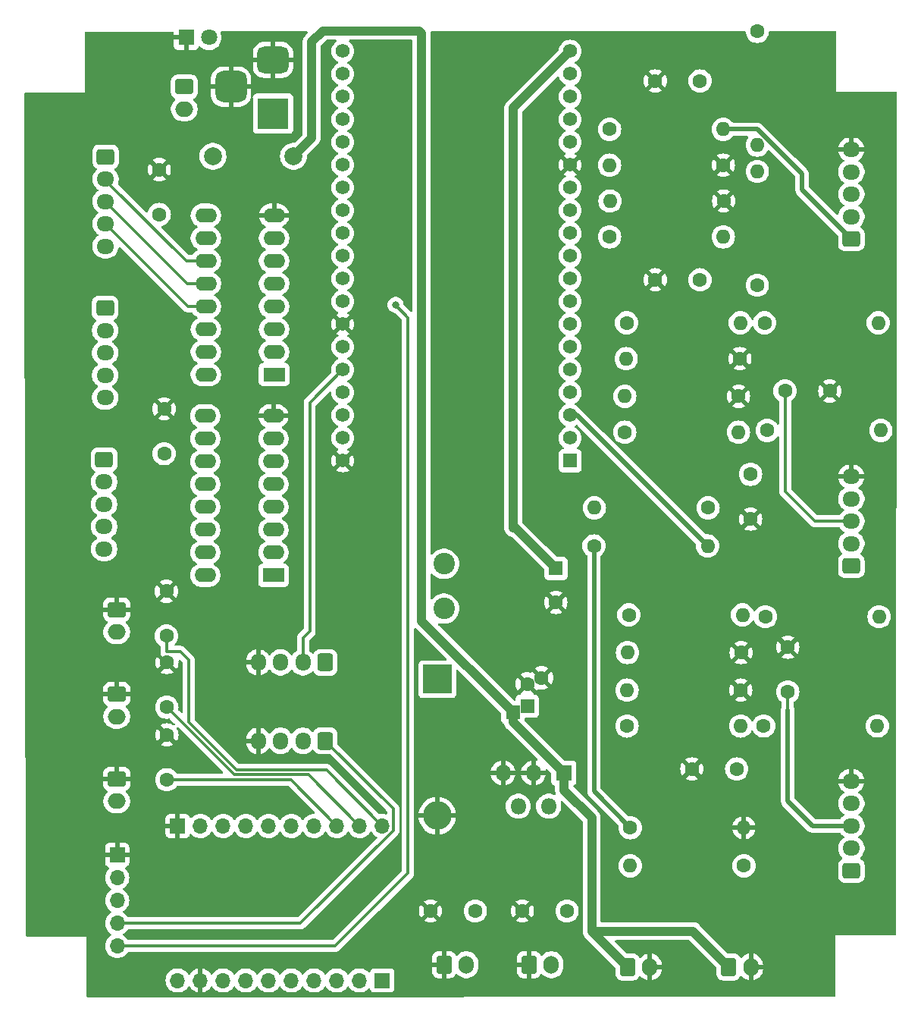
<source format=gbr>
%TF.GenerationSoftware,KiCad,Pcbnew,8.0.9-8.0.9-0~ubuntu24.04.1*%
%TF.CreationDate,2025-02-28T18:05:01+00:00*%
%TF.ProjectId,integrated_board,696e7465-6772-4617-9465-645f626f6172,rev?*%
%TF.SameCoordinates,Original*%
%TF.FileFunction,Copper,L2,Bot*%
%TF.FilePolarity,Positive*%
%FSLAX46Y46*%
G04 Gerber Fmt 4.6, Leading zero omitted, Abs format (unit mm)*
G04 Created by KiCad (PCBNEW 8.0.9-8.0.9-0~ubuntu24.04.1) date 2025-02-28 18:05:01*
%MOMM*%
%LPD*%
G01*
G04 APERTURE LIST*
G04 Aperture macros list*
%AMRoundRect*
0 Rectangle with rounded corners*
0 $1 Rounding radius*
0 $2 $3 $4 $5 $6 $7 $8 $9 X,Y pos of 4 corners*
0 Add a 4 corners polygon primitive as box body*
4,1,4,$2,$3,$4,$5,$6,$7,$8,$9,$2,$3,0*
0 Add four circle primitives for the rounded corners*
1,1,$1+$1,$2,$3*
1,1,$1+$1,$4,$5*
1,1,$1+$1,$6,$7*
1,1,$1+$1,$8,$9*
0 Add four rect primitives between the rounded corners*
20,1,$1+$1,$2,$3,$4,$5,0*
20,1,$1+$1,$4,$5,$6,$7,0*
20,1,$1+$1,$6,$7,$8,$9,0*
20,1,$1+$1,$8,$9,$2,$3,0*%
G04 Aperture macros list end*
%TA.AperFunction,ComponentPad*%
%ADD10RoundRect,0.250000X-0.750000X0.600000X-0.750000X-0.600000X0.750000X-0.600000X0.750000X0.600000X0*%
%TD*%
%TA.AperFunction,ComponentPad*%
%ADD11O,2.000000X1.700000*%
%TD*%
%TA.AperFunction,ComponentPad*%
%ADD12C,1.600000*%
%TD*%
%TA.AperFunction,ComponentPad*%
%ADD13O,1.600000X1.600000*%
%TD*%
%TA.AperFunction,ComponentPad*%
%ADD14C,2.000000*%
%TD*%
%TA.AperFunction,ComponentPad*%
%ADD15RoundRect,0.250000X-0.600000X-0.750000X0.600000X-0.750000X0.600000X0.750000X-0.600000X0.750000X0*%
%TD*%
%TA.AperFunction,ComponentPad*%
%ADD16O,1.700000X2.000000*%
%TD*%
%TA.AperFunction,ComponentPad*%
%ADD17R,1.700000X1.700000*%
%TD*%
%TA.AperFunction,ComponentPad*%
%ADD18O,1.700000X1.700000*%
%TD*%
%TA.AperFunction,ComponentPad*%
%ADD19RoundRect,0.250000X0.725000X-0.600000X0.725000X0.600000X-0.725000X0.600000X-0.725000X-0.600000X0*%
%TD*%
%TA.AperFunction,ComponentPad*%
%ADD20O,1.950000X1.700000*%
%TD*%
%TA.AperFunction,ComponentPad*%
%ADD21RoundRect,0.250000X-0.725000X0.600000X-0.725000X-0.600000X0.725000X-0.600000X0.725000X0.600000X0*%
%TD*%
%TA.AperFunction,ComponentPad*%
%ADD22RoundRect,0.250000X0.600000X0.725000X-0.600000X0.725000X-0.600000X-0.725000X0.600000X-0.725000X0*%
%TD*%
%TA.AperFunction,ComponentPad*%
%ADD23O,1.700000X1.950000*%
%TD*%
%TA.AperFunction,ComponentPad*%
%ADD24R,2.400000X1.600000*%
%TD*%
%TA.AperFunction,ComponentPad*%
%ADD25O,2.400000X1.600000*%
%TD*%
%TA.AperFunction,ComponentPad*%
%ADD26R,3.500000X3.500000*%
%TD*%
%TA.AperFunction,ComponentPad*%
%ADD27RoundRect,0.750000X-1.000000X0.750000X-1.000000X-0.750000X1.000000X-0.750000X1.000000X0.750000X0*%
%TD*%
%TA.AperFunction,ComponentPad*%
%ADD28RoundRect,0.875000X-0.875000X0.875000X-0.875000X-0.875000X0.875000X-0.875000X0.875000X0.875000X0*%
%TD*%
%TA.AperFunction,ComponentPad*%
%ADD29R,3.200000X3.200000*%
%TD*%
%TA.AperFunction,ComponentPad*%
%ADD30O,3.200000X3.200000*%
%TD*%
%TA.AperFunction,ComponentPad*%
%ADD31R,1.600000X1.600000*%
%TD*%
%TA.AperFunction,ComponentPad*%
%ADD32C,2.400000*%
%TD*%
%TA.AperFunction,ComponentPad*%
%ADD33R,1.800000X1.800000*%
%TD*%
%TA.AperFunction,ComponentPad*%
%ADD34O,1.800000X1.800000*%
%TD*%
%TA.AperFunction,ComponentPad*%
%ADD35C,1.800000*%
%TD*%
%TA.AperFunction,ComponentPad*%
%ADD36R,1.560000X1.560000*%
%TD*%
%TA.AperFunction,ComponentPad*%
%ADD37C,1.560000*%
%TD*%
%TA.AperFunction,ViaPad*%
%ADD38C,0.800000*%
%TD*%
%TA.AperFunction,Conductor*%
%ADD39C,1.000000*%
%TD*%
%TA.AperFunction,Conductor*%
%ADD40C,0.350000*%
%TD*%
%TA.AperFunction,Conductor*%
%ADD41C,0.500000*%
%TD*%
G04 APERTURE END LIST*
D10*
%TO.P,J6,1,Pin_1*%
%TO.N,GND*%
X105450000Y-116050000D03*
D11*
%TO.P,J6,2,Pin_2*%
%TO.N,Net-(J6-Pin_2)*%
X105450000Y-118550000D03*
%TD*%
D10*
%TO.P,P1,1,Pin_1*%
%TO.N,Net-(P1-Pin_1)*%
X113000000Y-48250000D03*
D11*
%TO.P,P1,2,Pin_2*%
%TO.N,Net-(P1-Pin_2)*%
X113000000Y-50750000D03*
%TD*%
D12*
%TO.P,R3,1*%
%TO.N,GND*%
X175050000Y-78600000D03*
D13*
%TO.P,R3,2*%
%TO.N,encoderY_1*%
X162350000Y-78600000D03*
%TD*%
D14*
%TO.P,R7,1*%
%TO.N,Net-(D2-A)*%
X116200000Y-56000000D03*
%TO.P,R7,2*%
%TO.N,Net-(P1-Pin_2)*%
X125200000Y-56000000D03*
%TD*%
D15*
%TO.P,J4,1,Pin_1*%
%TO.N,GND*%
X151500000Y-146250000D03*
D16*
%TO.P,J4,2,Pin_2*%
%TO.N,Net-(J4-Pin_2)*%
X154000000Y-146250000D03*
%TD*%
D12*
%TO.P,R4,1*%
%TO.N,Net-(J14-Pin_1)*%
X178100000Y-86600000D03*
D13*
%TO.P,R4,2*%
%TO.N,+5V*%
X190800000Y-86600000D03*
%TD*%
D17*
%TO.P,J10,1,Pin_1*%
%TO.N,GND*%
X105500000Y-134000000D03*
D18*
%TO.P,J10,2,Pin_2*%
%TO.N,+5V*%
X105500000Y-136540000D03*
%TO.P,J10,3,Pin_3*%
%TO.N,I2C_SDA*%
X105500000Y-139080000D03*
%TO.P,J10,4,Pin_4*%
%TO.N,I2C_SCL*%
X105500000Y-141620000D03*
%TO.P,J10,5,Pin_5*%
%TO.N,I2C_INT*%
X105500000Y-144160000D03*
%TD*%
D15*
%TO.P,J11,1,Pin_1*%
%TO.N,GND*%
X142000000Y-146250000D03*
D16*
%TO.P,J11,2,Pin_2*%
%TO.N,Net-(J11-Pin_2)*%
X144500000Y-146250000D03*
%TD*%
D12*
%TO.P,C9,1*%
%TO.N,GND*%
X165600000Y-47600000D03*
%TO.P,C9,2*%
%TO.N,Net-(J12-Pin_1)*%
X170600000Y-47600000D03*
%TD*%
D19*
%TO.P,J12,1,Pin_1*%
%TO.N,Net-(J12-Pin_1)*%
X187500000Y-65250000D03*
D20*
%TO.P,J12,2,Pin_2*%
%TO.N,+5V*%
X187500000Y-62750000D03*
%TO.P,J12,3,Pin_3*%
%TO.N,Net-(J12-Pin_3)*%
X187500000Y-60250000D03*
%TO.P,J12,4,Pin_4*%
%TO.N,unconnected-(J12-Pin_4-Pad4)*%
X187500000Y-57750000D03*
%TO.P,J12,5,Pin_5*%
%TO.N,GND*%
X187500000Y-55250000D03*
%TD*%
D12*
%TO.P,R23,1*%
%TO.N,encoderZ_1*%
X162650000Y-107200000D03*
D13*
%TO.P,R23,2*%
%TO.N,Net-(J16-Pin_3)*%
X175350000Y-107200000D03*
%TD*%
D12*
%TO.P,R24,1*%
%TO.N,GND*%
X175200000Y-111400000D03*
D13*
%TO.P,R24,2*%
%TO.N,encoderZ_1*%
X162500000Y-111400000D03*
%TD*%
D12*
%TO.P,R25,1*%
%TO.N,Net-(J16-Pin_1)*%
X177700000Y-119600000D03*
D13*
%TO.P,R25,2*%
%TO.N,+5V*%
X190400000Y-119600000D03*
%TD*%
D12*
%TO.P,C3,1*%
%TO.N,GND*%
X110200000Y-57500000D03*
%TO.P,C3,2*%
%TO.N,+5V*%
X110200000Y-62500000D03*
%TD*%
%TO.P,C12,1*%
%TO.N,GND*%
X111050000Y-112500000D03*
%TO.P,C12,2*%
%TO.N,Net-(J6-Pin_2)*%
X111050000Y-117500000D03*
%TD*%
D21*
%TO.P,J13,1,Pin_1*%
%TO.N,Net-(J13-Pin_1)*%
X104200000Y-56050000D03*
D20*
%TO.P,J13,2,Pin_2*%
%TO.N,Net-(J13-Pin_2)*%
X104200000Y-58550000D03*
%TO.P,J13,3,Pin_3*%
%TO.N,Net-(J13-Pin_3)*%
X104200000Y-61050000D03*
%TO.P,J13,4,Pin_4*%
%TO.N,Net-(J13-Pin_4)*%
X104200000Y-63550000D03*
%TO.P,J13,5,Pin_5*%
%TO.N,+5V*%
X104200000Y-66050000D03*
%TD*%
D12*
%TO.P,R15,1*%
%TO.N,GND*%
X173200000Y-57000000D03*
D13*
%TO.P,R15,2*%
%TO.N,encoderX_1*%
X160500000Y-57000000D03*
%TD*%
D12*
%TO.P,R8,1*%
%TO.N,Net-(J11-Pin_2)*%
X171500000Y-95250000D03*
D13*
%TO.P,R8,2*%
%TO.N,Net-(R16-Pad2)*%
X158800000Y-95250000D03*
%TD*%
D22*
%TO.P,P2,1,Pin_1*%
%TO.N,I2C_SCL*%
X128750000Y-121250000D03*
D23*
%TO.P,P2,2,Pin_2*%
%TO.N,I2C_SDA*%
X126250000Y-121250000D03*
%TO.P,P2,3,Pin_3*%
%TO.N,+5V*%
X123750000Y-121250000D03*
%TO.P,P2,4,Pin_4*%
%TO.N,GND*%
X121250000Y-121250000D03*
%TD*%
D12*
%TO.P,R13,1*%
%TO.N,Net-(J12-Pin_1)*%
X177000000Y-42050000D03*
D13*
%TO.P,R13,2*%
%TO.N,+5V*%
X177000000Y-54750000D03*
%TD*%
D12*
%TO.P,R12,1*%
%TO.N,GND*%
X173250000Y-61000000D03*
D13*
%TO.P,R12,2*%
%TO.N,encoderX_2*%
X160550000Y-61000000D03*
%TD*%
D24*
%TO.P,U1,1,I1*%
%TO.N,unconnected-(U1-I1-Pad1)*%
X122950000Y-102780000D03*
D25*
%TO.P,U1,2,I2*%
%TO.N,unconnected-(U1-I2-Pad2)*%
X122950000Y-100240000D03*
%TO.P,U1,3,I3*%
%TO.N,Net-(U1-I3)*%
X122950000Y-97700000D03*
%TO.P,U1,4,I4*%
%TO.N,Net-(U1-I4)*%
X122950000Y-95160000D03*
%TO.P,U1,5,I5*%
%TO.N,Net-(U1-I5)*%
X122950000Y-92620000D03*
%TO.P,U1,6,I6*%
%TO.N,Net-(U1-I6)*%
X122950000Y-90080000D03*
%TO.P,U1,7,I7*%
%TO.N,Net-(U1-I7)*%
X122950000Y-87540000D03*
%TO.P,U1,8,GND*%
%TO.N,GND*%
X122950000Y-85000000D03*
%TO.P,U1,9,COM*%
%TO.N,+5V*%
X115330000Y-85000000D03*
%TO.P,U1,10,O7*%
%TO.N,Net-(J15-Pin_4)*%
X115330000Y-87540000D03*
%TO.P,U1,11,O6*%
%TO.N,Net-(J17-Pin_1)*%
X115330000Y-90080000D03*
%TO.P,U1,12,O5*%
%TO.N,Net-(J17-Pin_2)*%
X115330000Y-92620000D03*
%TO.P,U1,13,O4*%
%TO.N,Net-(J17-Pin_3)*%
X115330000Y-95160000D03*
%TO.P,U1,14,O3*%
%TO.N,Net-(J17-Pin_4)*%
X115330000Y-97700000D03*
%TO.P,U1,15,O2*%
%TO.N,unconnected-(U1-O2-Pad15)*%
X115330000Y-100240000D03*
%TO.P,U1,16,O1*%
%TO.N,unconnected-(U1-O1-Pad16)*%
X115330000Y-102780000D03*
%TD*%
D12*
%TO.P,C7,1*%
%TO.N,GND*%
X111000000Y-104550000D03*
%TO.P,C7,2*%
%TO.N,Net-(J5-Pin_2)*%
X111000000Y-109550000D03*
%TD*%
D19*
%TO.P,J14,1,Pin_1*%
%TO.N,Net-(J14-Pin_1)*%
X187500000Y-101750000D03*
D20*
%TO.P,J14,2,Pin_2*%
%TO.N,+5V*%
X187500000Y-99250000D03*
%TO.P,J14,3,Pin_3*%
%TO.N,Net-(J14-Pin_3)*%
X187500000Y-96750000D03*
%TO.P,J14,4,Pin_4*%
%TO.N,unconnected-(J14-Pin_4-Pad4)*%
X187500000Y-94250000D03*
%TO.P,J14,5,Pin_5*%
%TO.N,GND*%
X187500000Y-91750000D03*
%TD*%
D10*
%TO.P,J7,1,Pin_1*%
%TO.N,GND*%
X105450000Y-125500000D03*
D11*
%TO.P,J7,2,Pin_2*%
%TO.N,Net-(J7-Pin_2)*%
X105450000Y-128000000D03*
%TD*%
D22*
%TO.P,P16,1,Pin_1*%
%TO.N,TX*%
X128750000Y-112500000D03*
D23*
%TO.P,P16,2,Pin_2*%
%TO.N,RX*%
X126250000Y-112500000D03*
%TO.P,P16,3,Pin_3*%
%TO.N,+5V*%
X123750000Y-112500000D03*
%TO.P,P16,4,Pin_4*%
%TO.N,GND*%
X121250000Y-112500000D03*
%TD*%
D26*
%TO.P,CON1,1*%
%TO.N,Net-(P1-Pin_1)*%
X122907500Y-51250000D03*
D27*
%TO.P,CON1,2*%
%TO.N,GND*%
X122907500Y-45250000D03*
D28*
%TO.P,CON1,3*%
X118207500Y-48250000D03*
%TD*%
D15*
%TO.P,P10,1,Pin_1*%
%TO.N,Net-(P1-Pin_2)*%
X162500000Y-146500000D03*
D16*
%TO.P,P10,2,Pin_2*%
%TO.N,GND*%
X165000000Y-146500000D03*
%TD*%
D12*
%TO.P,R2,1*%
%TO.N,encoderY_1*%
X162400000Y-74600000D03*
D13*
%TO.P,R2,2*%
%TO.N,Net-(J14-Pin_3)*%
X175100000Y-74600000D03*
%TD*%
D12*
%TO.P,C4,1*%
%TO.N,GND*%
X110750000Y-84200000D03*
%TO.P,C4,2*%
%TO.N,+5V*%
X110750000Y-89200000D03*
%TD*%
D15*
%TO.P,P15,1,Pin_1*%
%TO.N,Net-(P1-Pin_2)*%
X173800000Y-146500000D03*
D16*
%TO.P,P15,2,Pin_2*%
%TO.N,GND*%
X176300000Y-146500000D03*
%TD*%
D29*
%TO.P,D1,1,K*%
%TO.N,Net-(D1-K)*%
X141250000Y-114380000D03*
D30*
%TO.P,D1,2,A*%
%TO.N,GND*%
X141250000Y-129620000D03*
%TD*%
D31*
%TO.P,C5,1*%
%TO.N,Net-(P1-Pin_2)*%
X149700000Y-118070937D03*
X151300000Y-117400000D03*
D12*
%TO.P,C5,2*%
%TO.N,GND*%
X151300000Y-114900000D03*
X152900000Y-114229063D03*
%TD*%
%TO.P,R6,1*%
%TO.N,GND*%
X174900000Y-82800000D03*
D13*
%TO.P,R6,2*%
%TO.N,encoderY_2*%
X162200000Y-82800000D03*
%TD*%
D19*
%TO.P,J16,1,Pin_1*%
%TO.N,Net-(J16-Pin_1)*%
X187500000Y-135750000D03*
D20*
%TO.P,J16,2,Pin_2*%
%TO.N,+5V*%
X187500000Y-133250000D03*
%TO.P,J16,3,Pin_3*%
%TO.N,Net-(J16-Pin_3)*%
X187500000Y-130750000D03*
%TO.P,J16,4,Pin_4*%
%TO.N,unconnected-(J16-Pin_4-Pad4)*%
X187500000Y-128250000D03*
%TO.P,J16,5,Pin_5*%
%TO.N,GND*%
X187500000Y-125750000D03*
%TD*%
D12*
%TO.P,R17,1*%
%TO.N,Net-(R16-Pad2)*%
X162800000Y-130950000D03*
D13*
%TO.P,R17,2*%
%TO.N,GND*%
X175500000Y-130950000D03*
%TD*%
D12*
%TO.P,R1,1*%
%TO.N,Net-(J14-Pin_3)*%
X177800000Y-74600000D03*
D13*
%TO.P,R1,2*%
%TO.N,+5V*%
X190500000Y-74600000D03*
%TD*%
D12*
%TO.P,C14,1*%
%TO.N,GND*%
X150750000Y-140250000D03*
%TO.P,C14,2*%
%TO.N,Net-(J4-Pin_2)*%
X155750000Y-140250000D03*
%TD*%
%TO.P,C8,1*%
%TO.N,GND*%
X165600000Y-69800000D03*
%TO.P,C8,2*%
%TO.N,Net-(J12-Pin_3)*%
X170600000Y-69800000D03*
%TD*%
D32*
%TO.P,L1,1,1*%
%TO.N,Net-(D1-K)*%
X142000000Y-106500000D03*
%TO.P,L1,2,2*%
%TO.N,+5V*%
X142000000Y-101500000D03*
%TD*%
D12*
%TO.P,C11,1*%
%TO.N,GND*%
X169700000Y-124400000D03*
%TO.P,C11,2*%
%TO.N,Net-(J16-Pin_1)*%
X174700000Y-124400000D03*
%TD*%
D33*
%TO.P,U3,1,VIN*%
%TO.N,Net-(P1-Pin_2)*%
X155400000Y-124850000D03*
D34*
%TO.P,U3,2,OUT*%
%TO.N,Net-(D1-K)*%
X153700000Y-128550000D03*
%TO.P,U3,3,GND*%
%TO.N,GND*%
X152000000Y-124850000D03*
%TO.P,U3,4,FB*%
%TO.N,+5V*%
X150300000Y-128550000D03*
%TO.P,U3,5,~{ON}/OFF*%
%TO.N,GND*%
X148600000Y-124850000D03*
%TD*%
D12*
%TO.P,R5,1*%
%TO.N,encoderY_2*%
X162200000Y-86800000D03*
D13*
%TO.P,R5,2*%
%TO.N,Net-(J14-Pin_1)*%
X174900000Y-86800000D03*
%TD*%
D21*
%TO.P,J17,1,Pin_1*%
%TO.N,Net-(J17-Pin_1)*%
X104050000Y-89850000D03*
D20*
%TO.P,J17,2,Pin_2*%
%TO.N,Net-(J17-Pin_2)*%
X104050000Y-92350000D03*
%TO.P,J17,3,Pin_3*%
%TO.N,Net-(J17-Pin_3)*%
X104050000Y-94850000D03*
%TO.P,J17,4,Pin_4*%
%TO.N,Net-(J17-Pin_4)*%
X104050000Y-97350000D03*
%TO.P,J17,5,Pin_5*%
%TO.N,+5V*%
X104050000Y-99850000D03*
%TD*%
D12*
%TO.P,R14,1*%
%TO.N,encoderX_1*%
X160500000Y-53000000D03*
D13*
%TO.P,R14,2*%
%TO.N,Net-(J12-Pin_1)*%
X173200000Y-53000000D03*
%TD*%
D12*
%TO.P,C1,1*%
%TO.N,GND*%
X185100000Y-82200000D03*
%TO.P,C1,2*%
%TO.N,Net-(J14-Pin_3)*%
X180100000Y-82200000D03*
%TD*%
%TO.P,C15,1*%
%TO.N,GND*%
X140500000Y-140250000D03*
%TO.P,C15,2*%
%TO.N,Net-(J11-Pin_2)*%
X145500000Y-140250000D03*
%TD*%
%TO.P,R10,1*%
%TO.N,Net-(J12-Pin_3)*%
X177000000Y-70400000D03*
D13*
%TO.P,R10,2*%
%TO.N,+5V*%
X177000000Y-57700000D03*
%TD*%
D33*
%TO.P,D2,1,K*%
%TO.N,GND*%
X113210000Y-42750000D03*
D35*
%TO.P,D2,2,A*%
%TO.N,Net-(D2-A)*%
X115750000Y-42750000D03*
%TD*%
D12*
%TO.P,R26,1*%
%TO.N,encoderZ_2*%
X162450000Y-119600000D03*
D13*
%TO.P,R26,2*%
%TO.N,Net-(J16-Pin_1)*%
X175150000Y-119600000D03*
%TD*%
D12*
%TO.P,R11,1*%
%TO.N,encoderX_2*%
X160500000Y-65000000D03*
D13*
%TO.P,R11,2*%
%TO.N,Net-(J12-Pin_3)*%
X173200000Y-65000000D03*
%TD*%
D12*
%TO.P,R9,1*%
%TO.N,Net-(R16-Pad2)*%
X158750000Y-99500000D03*
D13*
%TO.P,R9,2*%
%TO.N,Net-(J4-Pin_2)*%
X171450000Y-99500000D03*
%TD*%
D24*
%TO.P,U2,1,I1*%
%TO.N,Net-(U2-I1)*%
X123025000Y-80375000D03*
D25*
%TO.P,U2,2,I2*%
%TO.N,Net-(U2-I2)*%
X123025000Y-77835000D03*
%TO.P,U2,3,I3*%
%TO.N,Net-(U2-I3)*%
X123025000Y-75295000D03*
%TO.P,U2,4,I4*%
%TO.N,Net-(U2-I4)*%
X123025000Y-72755000D03*
%TO.P,U2,5,I5*%
%TO.N,Net-(U2-I5)*%
X123025000Y-70215000D03*
%TO.P,U2,6,I6*%
%TO.N,Net-(U2-I6)*%
X123025000Y-67675000D03*
%TO.P,U2,7,I7*%
%TO.N,Net-(U2-I7)*%
X123025000Y-65135000D03*
%TO.P,U2,8,GND*%
%TO.N,GND*%
X123025000Y-62595000D03*
%TO.P,U2,9,COM*%
%TO.N,+5V*%
X115405000Y-62595000D03*
%TO.P,U2,10,O7*%
%TO.N,Net-(J13-Pin_1)*%
X115405000Y-65135000D03*
%TO.P,U2,11,O6*%
%TO.N,Net-(J13-Pin_2)*%
X115405000Y-67675000D03*
%TO.P,U2,12,O5*%
%TO.N,Net-(J13-Pin_3)*%
X115405000Y-70215000D03*
%TO.P,U2,13,O4*%
%TO.N,Net-(J13-Pin_4)*%
X115405000Y-72755000D03*
%TO.P,U2,14,O3*%
%TO.N,Net-(J15-Pin_1)*%
X115405000Y-75295000D03*
%TO.P,U2,15,O2*%
%TO.N,Net-(J15-Pin_2)*%
X115405000Y-77835000D03*
%TO.P,U2,16,O1*%
%TO.N,Net-(J15-Pin_3)*%
X115405000Y-80375000D03*
%TD*%
D12*
%TO.P,R27,1*%
%TO.N,GND*%
X175150000Y-115600000D03*
D13*
%TO.P,R27,2*%
%TO.N,encoderZ_2*%
X162450000Y-115600000D03*
%TD*%
D21*
%TO.P,J15,1,Pin_1*%
%TO.N,Net-(J15-Pin_1)*%
X104150000Y-72950000D03*
D20*
%TO.P,J15,2,Pin_2*%
%TO.N,Net-(J15-Pin_2)*%
X104150000Y-75450000D03*
%TO.P,J15,3,Pin_3*%
%TO.N,Net-(J15-Pin_3)*%
X104150000Y-77950000D03*
%TO.P,J15,4,Pin_4*%
%TO.N,Net-(J15-Pin_4)*%
X104150000Y-80450000D03*
%TO.P,J15,5,Pin_5*%
%TO.N,+5V*%
X104150000Y-82950000D03*
%TD*%
D12*
%TO.P,R22,1*%
%TO.N,Net-(J16-Pin_3)*%
X177900000Y-107400000D03*
D13*
%TO.P,R22,2*%
%TO.N,+5V*%
X190600000Y-107400000D03*
%TD*%
D12*
%TO.P,R16,1*%
%TO.N,+5V*%
X175500000Y-135200000D03*
D13*
%TO.P,R16,2*%
%TO.N,Net-(R16-Pad2)*%
X162800000Y-135200000D03*
%TD*%
D12*
%TO.P,C13,1*%
%TO.N,GND*%
X111050000Y-120600000D03*
%TO.P,C13,2*%
%TO.N,Net-(J7-Pin_2)*%
X111050000Y-125600000D03*
%TD*%
%TO.P,C2,1*%
%TO.N,GND*%
X176250000Y-96500000D03*
%TO.P,C2,2*%
%TO.N,Net-(J14-Pin_1)*%
X176250000Y-91500000D03*
%TD*%
D31*
%TO.P,C6,1*%
%TO.N,+5V*%
X154500000Y-102000000D03*
D12*
%TO.P,C6,2*%
%TO.N,GND*%
X154500000Y-105800000D03*
%TD*%
D10*
%TO.P,J5,1,Pin_1*%
%TO.N,GND*%
X105450000Y-106600000D03*
D11*
%TO.P,J5,2,Pin_2*%
%TO.N,Net-(J5-Pin_2)*%
X105450000Y-109100000D03*
%TD*%
D36*
%TO.P,U4,1,3V3*%
%TO.N,+3V3*%
X156100000Y-90000000D03*
D37*
%TO.P,U4,2,EN*%
%TO.N,unconnected-(U4-EN-Pad2)*%
X156100000Y-87460000D03*
%TO.P,U4,3,SENSOR_VP*%
%TO.N,Net-(J4-Pin_2)*%
X156100000Y-84920000D03*
%TO.P,U4,4,SENSOR_VN*%
%TO.N,Net-(J11-Pin_2)*%
X156100000Y-82380000D03*
%TO.P,U4,5,IO34*%
%TO.N,encoderZ_2*%
X156100000Y-79840000D03*
%TO.P,U4,6,IO35*%
%TO.N,encoderZ_1*%
X156100000Y-77300000D03*
%TO.P,U4,7,IO32*%
%TO.N,I2C_SDA*%
X156100000Y-74760000D03*
%TO.P,U4,8,IO33*%
%TO.N,I2C_SCL*%
X156100000Y-72220000D03*
%TO.P,U4,9,IO25*%
%TO.N,encoderY_2*%
X156100000Y-69680000D03*
%TO.P,U4,10,IO26*%
%TO.N,encoderY_1*%
X156100000Y-67140000D03*
%TO.P,U4,11,IO27*%
%TO.N,encoderX_2*%
X156100000Y-64600000D03*
%TO.P,U4,12,IO14*%
%TO.N,encoderX_1*%
X156100000Y-62060000D03*
%TO.P,U4,13,IO12*%
%TO.N,unconnected-(U4-IO12-Pad13)*%
X156100000Y-59520000D03*
%TO.P,U4,14,GND1*%
%TO.N,GND*%
X156100000Y-56980000D03*
%TO.P,U4,15,IO13*%
%TO.N,I2C_INT*%
X156100000Y-54440000D03*
%TO.P,U4,16,SD2*%
%TO.N,unconnected-(U4-SD2-Pad16)*%
X156100000Y-51900000D03*
%TO.P,U4,17,SD3*%
%TO.N,unconnected-(U4-SD3-Pad17)*%
X156100000Y-49360000D03*
%TO.P,U4,18,CMD*%
%TO.N,unconnected-(U4-CMD-Pad18)*%
X156100000Y-46820000D03*
%TO.P,U4,19,EXT_5V*%
%TO.N,+5V*%
X156100000Y-44280000D03*
%TO.P,U4,20,GND3*%
%TO.N,GND*%
X130700000Y-90000000D03*
%TO.P,U4,21,IO23*%
%TO.N,Net-(U1-I3)*%
X130700000Y-87460000D03*
%TO.P,U4,22,IO22*%
%TO.N,Net-(U1-I4)*%
X130700000Y-84920000D03*
%TO.P,U4,23,TXD0*%
%TO.N,TX*%
X130700000Y-82380000D03*
%TO.P,U4,24,RXD0*%
%TO.N,RX*%
X130700000Y-79840000D03*
%TO.P,U4,25,IO21*%
%TO.N,Net-(U1-I5)*%
X130700000Y-77300000D03*
%TO.P,U4,26,GND2*%
%TO.N,GND*%
X130700000Y-74760000D03*
%TO.P,U4,27,IO19*%
%TO.N,Net-(U1-I6)*%
X130700000Y-72220000D03*
%TO.P,U4,28,IO18*%
%TO.N,Net-(U1-I7)*%
X130700000Y-69680000D03*
%TO.P,U4,29,IO5*%
%TO.N,Net-(U2-I1)*%
X130700000Y-67140000D03*
%TO.P,U4,30,IO17*%
%TO.N,Net-(U2-I2)*%
X130700000Y-64600000D03*
%TO.P,U4,31,IO16*%
%TO.N,Net-(U2-I3)*%
X130700000Y-62060000D03*
%TO.P,U4,32,IO4*%
%TO.N,Net-(U2-I4)*%
X130700000Y-59520000D03*
%TO.P,U4,33,IO0*%
%TO.N,Net-(U2-I5)*%
X130700000Y-56980000D03*
%TO.P,U4,34,IO2*%
%TO.N,Net-(U2-I6)*%
X130700000Y-54440000D03*
%TO.P,U4,35,IO15*%
%TO.N,Net-(U2-I7)*%
X130700000Y-51900000D03*
%TO.P,U4,36,SD1*%
%TO.N,unconnected-(U4-SD1-Pad36)*%
X130700000Y-49360000D03*
%TO.P,U4,37,SD0*%
%TO.N,unconnected-(U4-SD0-Pad37)*%
X130700000Y-46820000D03*
%TO.P,U4,38,CLK*%
%TO.N,unconnected-(U4-CLK-Pad38)*%
X130700000Y-44280000D03*
%TD*%
D12*
%TO.P,C10,1*%
%TO.N,GND*%
X180400000Y-110800000D03*
%TO.P,C10,2*%
%TO.N,Net-(J16-Pin_3)*%
X180400000Y-115800000D03*
%TD*%
D17*
%TO.P,J8,1,Pin_1*%
%TO.N,unconnected-(J8-Pin_1-Pad1)*%
X135110000Y-148000000D03*
D18*
%TO.P,J8,2,Pin_2*%
%TO.N,unconnected-(J8-Pin_2-Pad2)*%
X132570000Y-148000000D03*
%TO.P,J8,3,Pin_3*%
%TO.N,unconnected-(J8-Pin_3-Pad3)*%
X130030000Y-148000000D03*
%TO.P,J8,4,Pin_4*%
%TO.N,unconnected-(J8-Pin_4-Pad4)*%
X127490000Y-148000000D03*
%TO.P,J8,5,Pin_5*%
%TO.N,unconnected-(J8-Pin_5-Pad5)*%
X124950000Y-148000000D03*
%TO.P,J8,6,Pin_6*%
%TO.N,unconnected-(J8-Pin_6-Pad6)*%
X122410000Y-148000000D03*
%TO.P,J8,7,Pin_7*%
%TO.N,unconnected-(J8-Pin_7-Pad7)*%
X119870000Y-148000000D03*
%TO.P,J8,8,Pin_8*%
%TO.N,+5V*%
X117330000Y-148000000D03*
%TO.P,J8,9,Pin_9*%
%TO.N,GND*%
X114790000Y-148000000D03*
%TO.P,J8,10,Pin_10*%
%TO.N,unconnected-(J8-Pin_10-Pad10)*%
X112250000Y-148000000D03*
%TD*%
D17*
%TO.P,J9,1,Pin_1*%
%TO.N,GND*%
X112260000Y-130750000D03*
D18*
%TO.P,J9,2,Pin_2*%
%TO.N,+5V*%
X114800000Y-130750000D03*
%TO.P,J9,3,Pin_3*%
%TO.N,unconnected-(J9-Pin_3-Pad3)*%
X117340000Y-130750000D03*
%TO.P,J9,4,Pin_4*%
%TO.N,unconnected-(J9-Pin_4-Pad4)*%
X119880000Y-130750000D03*
%TO.P,J9,5,Pin_5*%
%TO.N,unconnected-(J9-Pin_5-Pad5)*%
X122420000Y-130750000D03*
%TO.P,J9,6,Pin_6*%
%TO.N,unconnected-(J9-Pin_6-Pad6)*%
X124960000Y-130750000D03*
%TO.P,J9,7,Pin_7*%
%TO.N,unconnected-(J9-Pin_7-Pad7)*%
X127500000Y-130750000D03*
%TO.P,J9,8,Pin_8*%
%TO.N,Net-(J7-Pin_2)*%
X130040000Y-130750000D03*
%TO.P,J9,9,Pin_9*%
%TO.N,Net-(J6-Pin_2)*%
X132580000Y-130750000D03*
%TO.P,J9,10,Pin_10*%
%TO.N,Net-(J5-Pin_2)*%
X135120000Y-130750000D03*
%TD*%
D38*
%TO.N,I2C_INT*%
X136600000Y-72600000D03*
%TD*%
D39*
%TO.N,+5V*%
X150000000Y-97500000D02*
X149750000Y-97500000D01*
X149750000Y-97500000D02*
X149750000Y-50630000D01*
X154500000Y-102000000D02*
X150000000Y-97500000D01*
X149750000Y-50630000D02*
X156100000Y-44280000D01*
D40*
%TO.N,Net-(J13-Pin_2)*%
X104200000Y-58675000D02*
X113200000Y-67675000D01*
X104200000Y-58550000D02*
X104200000Y-58675000D01*
X113200000Y-67675000D02*
X115405000Y-67675000D01*
%TO.N,Net-(J13-Pin_3)*%
X104200000Y-61050000D02*
X113365000Y-70215000D01*
X113365000Y-70215000D02*
X115405000Y-70215000D01*
%TO.N,Net-(J13-Pin_4)*%
X104200000Y-63550000D02*
X113405000Y-72755000D01*
X113405000Y-72755000D02*
X115405000Y-72755000D01*
%TO.N,RX*%
X126250000Y-112500000D02*
X126250000Y-109750000D01*
X127000000Y-83540000D02*
X127000000Y-109000000D01*
X126250000Y-109750000D02*
X127000000Y-109000000D01*
X130700000Y-79840000D02*
X127000000Y-83540000D01*
D39*
%TO.N,Net-(P1-Pin_2)*%
X139200000Y-42000000D02*
X139500000Y-42300000D01*
X128450000Y-42000000D02*
X139200000Y-42000000D01*
X169800000Y-142500000D02*
X173800000Y-146500000D01*
X149700000Y-119150000D02*
X155400000Y-124850000D01*
X158500000Y-142500000D02*
X169800000Y-142500000D01*
X127200000Y-54000000D02*
X127200000Y-43250000D01*
X149700000Y-118070937D02*
X149700000Y-119150000D01*
X155400000Y-126750000D02*
X158500000Y-129850000D01*
X158500000Y-129850000D02*
X158500000Y-142500000D01*
X158500000Y-142500000D02*
X162500000Y-146500000D01*
X127200000Y-43250000D02*
X128450000Y-42000000D01*
X139500000Y-42300000D02*
X139500000Y-107870937D01*
X125200000Y-56000000D02*
X127200000Y-54000000D01*
X155400000Y-124850000D02*
X155400000Y-126750000D01*
X139500000Y-107870937D02*
X149700000Y-118070937D01*
D40*
%TO.N,Net-(J5-Pin_2)*%
X111000000Y-109550000D02*
X111000000Y-111325000D01*
X128870000Y-124500000D02*
X135120000Y-130750000D01*
X112575000Y-111325000D02*
X113500000Y-112250000D01*
X111000000Y-111325000D02*
X112575000Y-111325000D01*
X113500000Y-119172182D02*
X118827818Y-124500000D01*
X118827818Y-124500000D02*
X128870000Y-124500000D01*
X113500000Y-112250000D02*
X113500000Y-119172182D01*
%TO.N,Net-(J6-Pin_2)*%
X132400000Y-130750000D02*
X132400000Y-131000000D01*
X118600000Y-125050000D02*
X126880000Y-125050000D01*
X126880000Y-125050000D02*
X132580000Y-130750000D01*
X111050000Y-117500000D02*
X118600000Y-125050000D01*
%TO.N,Net-(J7-Pin_2)*%
X111050000Y-125600000D02*
X124890000Y-125600000D01*
X124890000Y-125600000D02*
X130040000Y-130750000D01*
D41*
%TO.N,Net-(J4-Pin_2)*%
X156870000Y-84920000D02*
X156100000Y-84920000D01*
X171450000Y-99500000D02*
X156870000Y-84920000D01*
D40*
%TO.N,I2C_SCL*%
X125982412Y-141620000D02*
X136345000Y-131257412D01*
X136345000Y-128845000D02*
X128750000Y-121250000D01*
X105500000Y-141620000D02*
X125982412Y-141620000D01*
X136345000Y-131257412D02*
X136345000Y-128845000D01*
%TO.N,I2C_INT*%
X138000000Y-74000000D02*
X136600000Y-72600000D01*
X138000000Y-136000000D02*
X138000000Y-74000000D01*
X129840000Y-144160000D02*
X138000000Y-136000000D01*
X105500000Y-144160000D02*
X129840000Y-144160000D01*
D41*
%TO.N,Net-(R16-Pad2)*%
X162800000Y-130950000D02*
X158750000Y-126900000D01*
X158750000Y-126900000D02*
X158750000Y-99500000D01*
D40*
%TO.N,Net-(J14-Pin_3)*%
X180100000Y-93400000D02*
X183450000Y-96750000D01*
X183450000Y-96750000D02*
X187500000Y-96750000D01*
X180100000Y-82200000D02*
X180100000Y-93400000D01*
D41*
%TO.N,Net-(J12-Pin_1)*%
X177017767Y-53000000D02*
X182000000Y-57982233D01*
X173200000Y-53000000D02*
X177017767Y-53000000D01*
X182000000Y-59750000D02*
X187500000Y-65250000D01*
X182000000Y-57982233D02*
X182000000Y-59750000D01*
%TO.N,Net-(J16-Pin_3)*%
X183150000Y-130750000D02*
X187500000Y-130750000D01*
X180400000Y-128000000D02*
X183150000Y-130750000D01*
D40*
X180400000Y-115800000D02*
X180400000Y-117800000D01*
D41*
X180400000Y-128000000D02*
X180400000Y-117800000D01*
%TD*%
%TA.AperFunction,Conductor*%
%TO.N,GND*%
G36*
X185742932Y-42026717D02*
G01*
X185788741Y-42079474D01*
X185800000Y-42131101D01*
X185800000Y-48800000D01*
X192469577Y-48800000D01*
X192536616Y-48819685D01*
X192582371Y-48872489D01*
X192593576Y-48924114D01*
X192506780Y-142491395D01*
X192506423Y-142876115D01*
X192486676Y-142943136D01*
X192433830Y-142988842D01*
X192382423Y-143000000D01*
X185700000Y-143000000D01*
X185700000Y-149683123D01*
X185680315Y-149750162D01*
X185627511Y-149795917D01*
X185576128Y-149807123D01*
X102224128Y-149892876D01*
X102157068Y-149873260D01*
X102111259Y-149820503D01*
X102100000Y-149768876D01*
X102100000Y-147999999D01*
X110894341Y-147999999D01*
X110894341Y-148000000D01*
X110914936Y-148235403D01*
X110914938Y-148235413D01*
X110976094Y-148463655D01*
X110976096Y-148463659D01*
X110976097Y-148463663D01*
X111055801Y-148634588D01*
X111075965Y-148677830D01*
X111075967Y-148677834D01*
X111184281Y-148832521D01*
X111211505Y-148871401D01*
X111378599Y-149038495D01*
X111475384Y-149106265D01*
X111572165Y-149174032D01*
X111572167Y-149174033D01*
X111572170Y-149174035D01*
X111786337Y-149273903D01*
X112014592Y-149335063D01*
X112191034Y-149350500D01*
X112249999Y-149355659D01*
X112250000Y-149355659D01*
X112250001Y-149355659D01*
X112308966Y-149350500D01*
X112485408Y-149335063D01*
X112713663Y-149273903D01*
X112927830Y-149174035D01*
X113121401Y-149038495D01*
X113288495Y-148871401D01*
X113418730Y-148685405D01*
X113473307Y-148641781D01*
X113542805Y-148634587D01*
X113605160Y-148666110D01*
X113621879Y-148685405D01*
X113751890Y-148871078D01*
X113918917Y-149038105D01*
X114112421Y-149173600D01*
X114326507Y-149273429D01*
X114326516Y-149273433D01*
X114540000Y-149330634D01*
X114540000Y-148433012D01*
X114597007Y-148465925D01*
X114724174Y-148500000D01*
X114855826Y-148500000D01*
X114982993Y-148465925D01*
X115040000Y-148433012D01*
X115040000Y-149330633D01*
X115253483Y-149273433D01*
X115253492Y-149273429D01*
X115467578Y-149173600D01*
X115661082Y-149038105D01*
X115828105Y-148871082D01*
X115958119Y-148685405D01*
X116012696Y-148641781D01*
X116082195Y-148634588D01*
X116144549Y-148666110D01*
X116161269Y-148685405D01*
X116291505Y-148871401D01*
X116458599Y-149038495D01*
X116555384Y-149106265D01*
X116652165Y-149174032D01*
X116652167Y-149174033D01*
X116652170Y-149174035D01*
X116866337Y-149273903D01*
X117094592Y-149335063D01*
X117271034Y-149350500D01*
X117329999Y-149355659D01*
X117330000Y-149355659D01*
X117330001Y-149355659D01*
X117388966Y-149350500D01*
X117565408Y-149335063D01*
X117793663Y-149273903D01*
X118007830Y-149174035D01*
X118201401Y-149038495D01*
X118368495Y-148871401D01*
X118498425Y-148685842D01*
X118553002Y-148642217D01*
X118622500Y-148635023D01*
X118684855Y-148666546D01*
X118701575Y-148685842D01*
X118831500Y-148871395D01*
X118831505Y-148871401D01*
X118998599Y-149038495D01*
X119095384Y-149106265D01*
X119192165Y-149174032D01*
X119192167Y-149174033D01*
X119192170Y-149174035D01*
X119406337Y-149273903D01*
X119634592Y-149335063D01*
X119811034Y-149350500D01*
X119869999Y-149355659D01*
X119870000Y-149355659D01*
X119870001Y-149355659D01*
X119928966Y-149350500D01*
X120105408Y-149335063D01*
X120333663Y-149273903D01*
X120547830Y-149174035D01*
X120741401Y-149038495D01*
X120908495Y-148871401D01*
X121038425Y-148685842D01*
X121093002Y-148642217D01*
X121162500Y-148635023D01*
X121224855Y-148666546D01*
X121241575Y-148685842D01*
X121371500Y-148871395D01*
X121371505Y-148871401D01*
X121538599Y-149038495D01*
X121635384Y-149106265D01*
X121732165Y-149174032D01*
X121732167Y-149174033D01*
X121732170Y-149174035D01*
X121946337Y-149273903D01*
X122174592Y-149335063D01*
X122351034Y-149350500D01*
X122409999Y-149355659D01*
X122410000Y-149355659D01*
X122410001Y-149355659D01*
X122468966Y-149350500D01*
X122645408Y-149335063D01*
X122873663Y-149273903D01*
X123087830Y-149174035D01*
X123281401Y-149038495D01*
X123448495Y-148871401D01*
X123578425Y-148685842D01*
X123633002Y-148642217D01*
X123702500Y-148635023D01*
X123764855Y-148666546D01*
X123781575Y-148685842D01*
X123911500Y-148871395D01*
X123911505Y-148871401D01*
X124078599Y-149038495D01*
X124175384Y-149106265D01*
X124272165Y-149174032D01*
X124272167Y-149174033D01*
X124272170Y-149174035D01*
X124486337Y-149273903D01*
X124714592Y-149335063D01*
X124891034Y-149350500D01*
X124949999Y-149355659D01*
X124950000Y-149355659D01*
X124950001Y-149355659D01*
X125008966Y-149350500D01*
X125185408Y-149335063D01*
X125413663Y-149273903D01*
X125627830Y-149174035D01*
X125821401Y-149038495D01*
X125988495Y-148871401D01*
X126118425Y-148685842D01*
X126173002Y-148642217D01*
X126242500Y-148635023D01*
X126304855Y-148666546D01*
X126321575Y-148685842D01*
X126451500Y-148871395D01*
X126451505Y-148871401D01*
X126618599Y-149038495D01*
X126715384Y-149106265D01*
X126812165Y-149174032D01*
X126812167Y-149174033D01*
X126812170Y-149174035D01*
X127026337Y-149273903D01*
X127254592Y-149335063D01*
X127431034Y-149350500D01*
X127489999Y-149355659D01*
X127490000Y-149355659D01*
X127490001Y-149355659D01*
X127548966Y-149350500D01*
X127725408Y-149335063D01*
X127953663Y-149273903D01*
X128167830Y-149174035D01*
X128361401Y-149038495D01*
X128528495Y-148871401D01*
X128658425Y-148685842D01*
X128713002Y-148642217D01*
X128782500Y-148635023D01*
X128844855Y-148666546D01*
X128861575Y-148685842D01*
X128991500Y-148871395D01*
X128991505Y-148871401D01*
X129158599Y-149038495D01*
X129255384Y-149106265D01*
X129352165Y-149174032D01*
X129352167Y-149174033D01*
X129352170Y-149174035D01*
X129566337Y-149273903D01*
X129794592Y-149335063D01*
X129971034Y-149350500D01*
X130029999Y-149355659D01*
X130030000Y-149355659D01*
X130030001Y-149355659D01*
X130088966Y-149350500D01*
X130265408Y-149335063D01*
X130493663Y-149273903D01*
X130707830Y-149174035D01*
X130901401Y-149038495D01*
X131068495Y-148871401D01*
X131198425Y-148685842D01*
X131253002Y-148642217D01*
X131322500Y-148635023D01*
X131384855Y-148666546D01*
X131401575Y-148685842D01*
X131531500Y-148871395D01*
X131531505Y-148871401D01*
X131698599Y-149038495D01*
X131795384Y-149106265D01*
X131892165Y-149174032D01*
X131892167Y-149174033D01*
X131892170Y-149174035D01*
X132106337Y-149273903D01*
X132334592Y-149335063D01*
X132511034Y-149350500D01*
X132569999Y-149355659D01*
X132570000Y-149355659D01*
X132570001Y-149355659D01*
X132628966Y-149350500D01*
X132805408Y-149335063D01*
X133033663Y-149273903D01*
X133247830Y-149174035D01*
X133441401Y-149038495D01*
X133563329Y-148916566D01*
X133624648Y-148883084D01*
X133694340Y-148888068D01*
X133750274Y-148929939D01*
X133767189Y-148960917D01*
X133816202Y-149092328D01*
X133816206Y-149092335D01*
X133902452Y-149207544D01*
X133902455Y-149207547D01*
X134017664Y-149293793D01*
X134017671Y-149293797D01*
X134152517Y-149344091D01*
X134152516Y-149344091D01*
X134159444Y-149344835D01*
X134212127Y-149350500D01*
X136007872Y-149350499D01*
X136067483Y-149344091D01*
X136202331Y-149293796D01*
X136317546Y-149207546D01*
X136403796Y-149092331D01*
X136454091Y-148957483D01*
X136460500Y-148897873D01*
X136460499Y-147102128D01*
X136454091Y-147042517D01*
X136452810Y-147039083D01*
X136403797Y-146907671D01*
X136403793Y-146907664D01*
X136317547Y-146792455D01*
X136317544Y-146792452D01*
X136202335Y-146706206D01*
X136202328Y-146706202D01*
X136067482Y-146655908D01*
X136067483Y-146655908D01*
X136007883Y-146649501D01*
X136007881Y-146649500D01*
X136007873Y-146649500D01*
X136007864Y-146649500D01*
X134212129Y-146649500D01*
X134212123Y-146649501D01*
X134152516Y-146655908D01*
X134017671Y-146706202D01*
X134017664Y-146706206D01*
X133902455Y-146792452D01*
X133902452Y-146792455D01*
X133816206Y-146907664D01*
X133816203Y-146907669D01*
X133767189Y-147039083D01*
X133725317Y-147095016D01*
X133659853Y-147119433D01*
X133591580Y-147104581D01*
X133563326Y-147083430D01*
X133441402Y-146961506D01*
X133441395Y-146961501D01*
X133247834Y-146825967D01*
X133247830Y-146825965D01*
X133247828Y-146825964D01*
X133033663Y-146726097D01*
X133033659Y-146726096D01*
X133033655Y-146726094D01*
X132805413Y-146664938D01*
X132805403Y-146664936D01*
X132570001Y-146644341D01*
X132569999Y-146644341D01*
X132334596Y-146664936D01*
X132334586Y-146664938D01*
X132106344Y-146726094D01*
X132106335Y-146726098D01*
X131892171Y-146825964D01*
X131892169Y-146825965D01*
X131698597Y-146961505D01*
X131531505Y-147128597D01*
X131401575Y-147314158D01*
X131346998Y-147357783D01*
X131277500Y-147364977D01*
X131215145Y-147333454D01*
X131198425Y-147314158D01*
X131068494Y-147128597D01*
X130901402Y-146961506D01*
X130901395Y-146961501D01*
X130707834Y-146825967D01*
X130707830Y-146825965D01*
X130707828Y-146825964D01*
X130493663Y-146726097D01*
X130493659Y-146726096D01*
X130493655Y-146726094D01*
X130265413Y-146664938D01*
X130265403Y-146664936D01*
X130030001Y-146644341D01*
X130029999Y-146644341D01*
X129794596Y-146664936D01*
X129794586Y-146664938D01*
X129566344Y-146726094D01*
X129566335Y-146726098D01*
X129352171Y-146825964D01*
X129352169Y-146825965D01*
X129158597Y-146961505D01*
X128991505Y-147128597D01*
X128861575Y-147314158D01*
X128806998Y-147357783D01*
X128737500Y-147364977D01*
X128675145Y-147333454D01*
X128658425Y-147314158D01*
X128528494Y-147128597D01*
X128361402Y-146961506D01*
X128361395Y-146961501D01*
X128167834Y-146825967D01*
X128167830Y-146825965D01*
X128167828Y-146825964D01*
X127953663Y-146726097D01*
X127953659Y-146726096D01*
X127953655Y-146726094D01*
X127725413Y-146664938D01*
X127725403Y-146664936D01*
X127490001Y-146644341D01*
X127489999Y-146644341D01*
X127254596Y-146664936D01*
X127254586Y-146664938D01*
X127026344Y-146726094D01*
X127026335Y-146726098D01*
X126812171Y-146825964D01*
X126812169Y-146825965D01*
X126618597Y-146961505D01*
X126451505Y-147128597D01*
X126321575Y-147314158D01*
X126266998Y-147357783D01*
X126197500Y-147364977D01*
X126135145Y-147333454D01*
X126118425Y-147314158D01*
X125988494Y-147128597D01*
X125821402Y-146961506D01*
X125821395Y-146961501D01*
X125627834Y-146825967D01*
X125627830Y-146825965D01*
X125627828Y-146825964D01*
X125413663Y-146726097D01*
X125413659Y-146726096D01*
X125413655Y-146726094D01*
X125185413Y-146664938D01*
X125185403Y-146664936D01*
X124950001Y-146644341D01*
X124949999Y-146644341D01*
X124714596Y-146664936D01*
X124714586Y-146664938D01*
X124486344Y-146726094D01*
X124486335Y-146726098D01*
X124272171Y-146825964D01*
X124272169Y-146825965D01*
X124078597Y-146961505D01*
X123911505Y-147128597D01*
X123781575Y-147314158D01*
X123726998Y-147357783D01*
X123657500Y-147364977D01*
X123595145Y-147333454D01*
X123578425Y-147314158D01*
X123448494Y-147128597D01*
X123281402Y-146961506D01*
X123281395Y-146961501D01*
X123087834Y-146825967D01*
X123087830Y-146825965D01*
X123087828Y-146825964D01*
X122873663Y-146726097D01*
X122873659Y-146726096D01*
X122873655Y-146726094D01*
X122645413Y-146664938D01*
X122645403Y-146664936D01*
X122410001Y-146644341D01*
X122409999Y-146644341D01*
X122174596Y-146664936D01*
X122174586Y-146664938D01*
X121946344Y-146726094D01*
X121946335Y-146726098D01*
X121732171Y-146825964D01*
X121732169Y-146825965D01*
X121538597Y-146961505D01*
X121371505Y-147128597D01*
X121241575Y-147314158D01*
X121186998Y-147357783D01*
X121117500Y-147364977D01*
X121055145Y-147333454D01*
X121038425Y-147314158D01*
X120908494Y-147128597D01*
X120741402Y-146961506D01*
X120741395Y-146961501D01*
X120547834Y-146825967D01*
X120547830Y-146825965D01*
X120547828Y-146825964D01*
X120333663Y-146726097D01*
X120333659Y-146726096D01*
X120333655Y-146726094D01*
X120105413Y-146664938D01*
X120105403Y-146664936D01*
X119870001Y-146644341D01*
X119869999Y-146644341D01*
X119634596Y-146664936D01*
X119634586Y-146664938D01*
X119406344Y-146726094D01*
X119406335Y-146726098D01*
X119192171Y-146825964D01*
X119192169Y-146825965D01*
X118998597Y-146961505D01*
X118831505Y-147128597D01*
X118701575Y-147314158D01*
X118646998Y-147357783D01*
X118577500Y-147364977D01*
X118515145Y-147333454D01*
X118498425Y-147314158D01*
X118368494Y-147128597D01*
X118201402Y-146961506D01*
X118201395Y-146961501D01*
X118007834Y-146825967D01*
X118007830Y-146825965D01*
X118007828Y-146825964D01*
X117793663Y-146726097D01*
X117793659Y-146726096D01*
X117793655Y-146726094D01*
X117565413Y-146664938D01*
X117565403Y-146664936D01*
X117330001Y-146644341D01*
X117329999Y-146644341D01*
X117094596Y-146664936D01*
X117094586Y-146664938D01*
X116866344Y-146726094D01*
X116866335Y-146726098D01*
X116652171Y-146825964D01*
X116652169Y-146825965D01*
X116458597Y-146961505D01*
X116291508Y-147128594D01*
X116161269Y-147314595D01*
X116106692Y-147358219D01*
X116037193Y-147365412D01*
X115974839Y-147333890D01*
X115958119Y-147314594D01*
X115828113Y-147128926D01*
X115828108Y-147128920D01*
X115661082Y-146961894D01*
X115467578Y-146826399D01*
X115253492Y-146726570D01*
X115253486Y-146726567D01*
X115040000Y-146669364D01*
X115040000Y-147566988D01*
X114982993Y-147534075D01*
X114855826Y-147500000D01*
X114724174Y-147500000D01*
X114597007Y-147534075D01*
X114540000Y-147566988D01*
X114540000Y-146669364D01*
X114539999Y-146669364D01*
X114326513Y-146726567D01*
X114326507Y-146726570D01*
X114112422Y-146826399D01*
X114112420Y-146826400D01*
X113918926Y-146961886D01*
X113918920Y-146961891D01*
X113751891Y-147128920D01*
X113751890Y-147128922D01*
X113621880Y-147314595D01*
X113567303Y-147358219D01*
X113497804Y-147365412D01*
X113435450Y-147333890D01*
X113418730Y-147314594D01*
X113288494Y-147128597D01*
X113121402Y-146961506D01*
X113121395Y-146961501D01*
X112927834Y-146825967D01*
X112927830Y-146825965D01*
X112927828Y-146825964D01*
X112713663Y-146726097D01*
X112713659Y-146726096D01*
X112713655Y-146726094D01*
X112485413Y-146664938D01*
X112485403Y-146664936D01*
X112250001Y-146644341D01*
X112249999Y-146644341D01*
X112014596Y-146664936D01*
X112014586Y-146664938D01*
X111786344Y-146726094D01*
X111786335Y-146726098D01*
X111572171Y-146825964D01*
X111572169Y-146825965D01*
X111378597Y-146961505D01*
X111211505Y-147128597D01*
X111075965Y-147322169D01*
X111075964Y-147322171D01*
X110976098Y-147536335D01*
X110976094Y-147536344D01*
X110914938Y-147764586D01*
X110914936Y-147764596D01*
X110894341Y-147999999D01*
X102100000Y-147999999D01*
X102100000Y-143100000D01*
X95411154Y-143100000D01*
X95344115Y-143080315D01*
X95298360Y-143027511D01*
X95287154Y-142976230D01*
X95259172Y-127893713D01*
X103949500Y-127893713D01*
X103949500Y-128106287D01*
X103982754Y-128316243D01*
X104035447Y-128478416D01*
X104048444Y-128518414D01*
X104144951Y-128707820D01*
X104269890Y-128879786D01*
X104420213Y-129030109D01*
X104592179Y-129155048D01*
X104592181Y-129155049D01*
X104592184Y-129155051D01*
X104781588Y-129251557D01*
X104983757Y-129317246D01*
X105193713Y-129350500D01*
X105193714Y-129350500D01*
X105706286Y-129350500D01*
X105706287Y-129350500D01*
X105916243Y-129317246D01*
X106118412Y-129251557D01*
X106307816Y-129155051D01*
X106420946Y-129072858D01*
X106479786Y-129030109D01*
X106479788Y-129030106D01*
X106479792Y-129030104D01*
X106630104Y-128879792D01*
X106630106Y-128879788D01*
X106630109Y-128879786D01*
X106755048Y-128707820D01*
X106755047Y-128707820D01*
X106755051Y-128707816D01*
X106851557Y-128518412D01*
X106917246Y-128316243D01*
X106950500Y-128106287D01*
X106950500Y-127893713D01*
X106917246Y-127683757D01*
X106851557Y-127481588D01*
X106755051Y-127292184D01*
X106755049Y-127292181D01*
X106755048Y-127292179D01*
X106630109Y-127120213D01*
X106490931Y-126981035D01*
X106457446Y-126919712D01*
X106462430Y-126850020D01*
X106504302Y-126794087D01*
X106513516Y-126787815D01*
X106668343Y-126692317D01*
X106792315Y-126568345D01*
X106884356Y-126419124D01*
X106884358Y-126419119D01*
X106939505Y-126252697D01*
X106939506Y-126252690D01*
X106949999Y-126149986D01*
X106950000Y-126149973D01*
X106950000Y-125750000D01*
X105883012Y-125750000D01*
X105915925Y-125692993D01*
X105950000Y-125565826D01*
X105950000Y-125434174D01*
X105915925Y-125307007D01*
X105883012Y-125250000D01*
X106949999Y-125250000D01*
X106949999Y-124850028D01*
X106949998Y-124850013D01*
X106939505Y-124747302D01*
X106884358Y-124580880D01*
X106884356Y-124580875D01*
X106792315Y-124431654D01*
X106668345Y-124307684D01*
X106519124Y-124215643D01*
X106519119Y-124215641D01*
X106352697Y-124160494D01*
X106352690Y-124160493D01*
X106249986Y-124150000D01*
X105700000Y-124150000D01*
X105700000Y-125066988D01*
X105642993Y-125034075D01*
X105515826Y-125000000D01*
X105384174Y-125000000D01*
X105257007Y-125034075D01*
X105200000Y-125066988D01*
X105200000Y-124150000D01*
X104650028Y-124150000D01*
X104650012Y-124150001D01*
X104547302Y-124160494D01*
X104380880Y-124215641D01*
X104380875Y-124215643D01*
X104231654Y-124307684D01*
X104107684Y-124431654D01*
X104015643Y-124580875D01*
X104015641Y-124580880D01*
X103960494Y-124747302D01*
X103960493Y-124747309D01*
X103950000Y-124850013D01*
X103950000Y-125250000D01*
X105016988Y-125250000D01*
X104984075Y-125307007D01*
X104950000Y-125434174D01*
X104950000Y-125565826D01*
X104984075Y-125692993D01*
X105016988Y-125750000D01*
X103950001Y-125750000D01*
X103950001Y-126149986D01*
X103960494Y-126252697D01*
X104015641Y-126419119D01*
X104015643Y-126419124D01*
X104107684Y-126568345D01*
X104231654Y-126692315D01*
X104386484Y-126787815D01*
X104433208Y-126839763D01*
X104444431Y-126908726D01*
X104416587Y-126972808D01*
X104409069Y-126981035D01*
X104269889Y-127120215D01*
X104144951Y-127292179D01*
X104048444Y-127481585D01*
X104048443Y-127481587D01*
X104048443Y-127481588D01*
X104037235Y-127516084D01*
X103982753Y-127683760D01*
X103951490Y-127881151D01*
X103949500Y-127893713D01*
X95259172Y-127893713D01*
X95241639Y-118443713D01*
X103949500Y-118443713D01*
X103949500Y-118656286D01*
X103974535Y-118814355D01*
X103982754Y-118866243D01*
X104047722Y-119066194D01*
X104048444Y-119068414D01*
X104144951Y-119257820D01*
X104269890Y-119429786D01*
X104420213Y-119580109D01*
X104592179Y-119705048D01*
X104592181Y-119705049D01*
X104592184Y-119705051D01*
X104781588Y-119801557D01*
X104983757Y-119867246D01*
X105193713Y-119900500D01*
X105193714Y-119900500D01*
X105706286Y-119900500D01*
X105706287Y-119900500D01*
X105916243Y-119867246D01*
X106118412Y-119801557D01*
X106307816Y-119705051D01*
X106329789Y-119689086D01*
X106479786Y-119580109D01*
X106479788Y-119580106D01*
X106479792Y-119580104D01*
X106630104Y-119429792D01*
X106630106Y-119429788D01*
X106630109Y-119429786D01*
X106755048Y-119257820D01*
X106755047Y-119257820D01*
X106755051Y-119257816D01*
X106851557Y-119068412D01*
X106917246Y-118866243D01*
X106950500Y-118656287D01*
X106950500Y-118443713D01*
X106917246Y-118233757D01*
X106851557Y-118031588D01*
X106755051Y-117842184D01*
X106755049Y-117842181D01*
X106755048Y-117842179D01*
X106630109Y-117670213D01*
X106490931Y-117531035D01*
X106457446Y-117469712D01*
X106462430Y-117400020D01*
X106504302Y-117344087D01*
X106513516Y-117337815D01*
X106668343Y-117242317D01*
X106792315Y-117118345D01*
X106884356Y-116969124D01*
X106884358Y-116969119D01*
X106939505Y-116802697D01*
X106939506Y-116802690D01*
X106949999Y-116699986D01*
X106950000Y-116699973D01*
X106950000Y-116300000D01*
X105883012Y-116300000D01*
X105915925Y-116242993D01*
X105950000Y-116115826D01*
X105950000Y-115984174D01*
X105915925Y-115857007D01*
X105883012Y-115800000D01*
X106949999Y-115800000D01*
X106949999Y-115400028D01*
X106949998Y-115400013D01*
X106939505Y-115297302D01*
X106884358Y-115130880D01*
X106884356Y-115130875D01*
X106792315Y-114981654D01*
X106668345Y-114857684D01*
X106519124Y-114765643D01*
X106519119Y-114765641D01*
X106352697Y-114710494D01*
X106352690Y-114710493D01*
X106249986Y-114700000D01*
X105700000Y-114700000D01*
X105700000Y-115616988D01*
X105642993Y-115584075D01*
X105515826Y-115550000D01*
X105384174Y-115550000D01*
X105257007Y-115584075D01*
X105200000Y-115616988D01*
X105200000Y-114700000D01*
X104650028Y-114700000D01*
X104650012Y-114700001D01*
X104547302Y-114710494D01*
X104380880Y-114765641D01*
X104380875Y-114765643D01*
X104231654Y-114857684D01*
X104107684Y-114981654D01*
X104015643Y-115130875D01*
X104015641Y-115130880D01*
X103960494Y-115297302D01*
X103960493Y-115297309D01*
X103950000Y-115400013D01*
X103950000Y-115800000D01*
X105016988Y-115800000D01*
X104984075Y-115857007D01*
X104950000Y-115984174D01*
X104950000Y-116115826D01*
X104984075Y-116242993D01*
X105016988Y-116300000D01*
X103950001Y-116300000D01*
X103950001Y-116699986D01*
X103960494Y-116802697D01*
X104015641Y-116969119D01*
X104015643Y-116969124D01*
X104107684Y-117118345D01*
X104231654Y-117242315D01*
X104386484Y-117337815D01*
X104433208Y-117389763D01*
X104444431Y-117458726D01*
X104416587Y-117522808D01*
X104409069Y-117531035D01*
X104269889Y-117670215D01*
X104144951Y-117842179D01*
X104048444Y-118031585D01*
X103982753Y-118233760D01*
X103949500Y-118443713D01*
X95241639Y-118443713D01*
X95224107Y-108993713D01*
X103949500Y-108993713D01*
X103949500Y-109206286D01*
X103967505Y-109319969D01*
X103982754Y-109416243D01*
X104033926Y-109573735D01*
X104048444Y-109618414D01*
X104144951Y-109807820D01*
X104269890Y-109979786D01*
X104420213Y-110130109D01*
X104592179Y-110255048D01*
X104592181Y-110255049D01*
X104592184Y-110255051D01*
X104781588Y-110351557D01*
X104983757Y-110417246D01*
X105193713Y-110450500D01*
X105193714Y-110450500D01*
X105706286Y-110450500D01*
X105706287Y-110450500D01*
X105916243Y-110417246D01*
X106118412Y-110351557D01*
X106307816Y-110255051D01*
X106379825Y-110202734D01*
X106479786Y-110130109D01*
X106479788Y-110130106D01*
X106479792Y-110130104D01*
X106630104Y-109979792D01*
X106630106Y-109979788D01*
X106630109Y-109979786D01*
X106755048Y-109807820D01*
X106755047Y-109807820D01*
X106755051Y-109807816D01*
X106851557Y-109618412D01*
X106917246Y-109416243D01*
X106950500Y-109206287D01*
X106950500Y-108993713D01*
X106917246Y-108783757D01*
X106851557Y-108581588D01*
X106755051Y-108392184D01*
X106755049Y-108392181D01*
X106755048Y-108392179D01*
X106630109Y-108220213D01*
X106490931Y-108081035D01*
X106457446Y-108019712D01*
X106462430Y-107950020D01*
X106504302Y-107894087D01*
X106513516Y-107887815D01*
X106668343Y-107792317D01*
X106792315Y-107668345D01*
X106884356Y-107519124D01*
X106884358Y-107519119D01*
X106939505Y-107352697D01*
X106939506Y-107352690D01*
X106949999Y-107249986D01*
X106950000Y-107249973D01*
X106950000Y-106850000D01*
X105883012Y-106850000D01*
X105915925Y-106792993D01*
X105950000Y-106665826D01*
X105950000Y-106534174D01*
X105915925Y-106407007D01*
X105883012Y-106350000D01*
X106949999Y-106350000D01*
X106949999Y-105950028D01*
X106949998Y-105950013D01*
X106939505Y-105847302D01*
X106884358Y-105680880D01*
X106884356Y-105680875D01*
X106792315Y-105531654D01*
X106668345Y-105407684D01*
X106519124Y-105315643D01*
X106519119Y-105315641D01*
X106352697Y-105260494D01*
X106352690Y-105260493D01*
X106249986Y-105250000D01*
X105700000Y-105250000D01*
X105700000Y-106166988D01*
X105642993Y-106134075D01*
X105515826Y-106100000D01*
X105384174Y-106100000D01*
X105257007Y-106134075D01*
X105200000Y-106166988D01*
X105200000Y-105250000D01*
X104650028Y-105250000D01*
X104650012Y-105250001D01*
X104547302Y-105260494D01*
X104380880Y-105315641D01*
X104380875Y-105315643D01*
X104231654Y-105407684D01*
X104107684Y-105531654D01*
X104015643Y-105680875D01*
X104015641Y-105680880D01*
X103960494Y-105847302D01*
X103960493Y-105847309D01*
X103950000Y-105950013D01*
X103950000Y-106350000D01*
X105016988Y-106350000D01*
X104984075Y-106407007D01*
X104950000Y-106534174D01*
X104950000Y-106665826D01*
X104984075Y-106792993D01*
X105016988Y-106850000D01*
X103950001Y-106850000D01*
X103950001Y-107249986D01*
X103960494Y-107352697D01*
X104015641Y-107519119D01*
X104015643Y-107519124D01*
X104107684Y-107668345D01*
X104231654Y-107792315D01*
X104386484Y-107887815D01*
X104433208Y-107939763D01*
X104444431Y-108008726D01*
X104416587Y-108072808D01*
X104409069Y-108081035D01*
X104269889Y-108220215D01*
X104144951Y-108392179D01*
X104048444Y-108581585D01*
X103982753Y-108783760D01*
X103949500Y-108993713D01*
X95224107Y-108993713D01*
X95215863Y-104549997D01*
X109695034Y-104549997D01*
X109695034Y-104550002D01*
X109714858Y-104776599D01*
X109714860Y-104776610D01*
X109773730Y-104996317D01*
X109773735Y-104996331D01*
X109869863Y-105202478D01*
X109920974Y-105275472D01*
X110600000Y-104596446D01*
X110600000Y-104602661D01*
X110627259Y-104704394D01*
X110679920Y-104795606D01*
X110754394Y-104870080D01*
X110845606Y-104922741D01*
X110947339Y-104950000D01*
X110953553Y-104950000D01*
X110274526Y-105629025D01*
X110347513Y-105680132D01*
X110347521Y-105680136D01*
X110553668Y-105776264D01*
X110553682Y-105776269D01*
X110773389Y-105835139D01*
X110773400Y-105835141D01*
X110999998Y-105854966D01*
X111000002Y-105854966D01*
X111226599Y-105835141D01*
X111226610Y-105835139D01*
X111446317Y-105776269D01*
X111446331Y-105776264D01*
X111652478Y-105680136D01*
X111725471Y-105629024D01*
X111046447Y-104950000D01*
X111052661Y-104950000D01*
X111154394Y-104922741D01*
X111245606Y-104870080D01*
X111320080Y-104795606D01*
X111372741Y-104704394D01*
X111400000Y-104602661D01*
X111400000Y-104596447D01*
X112079024Y-105275471D01*
X112130136Y-105202478D01*
X112226264Y-104996331D01*
X112226269Y-104996317D01*
X112285139Y-104776610D01*
X112285141Y-104776599D01*
X112304966Y-104550002D01*
X112304966Y-104549997D01*
X112285141Y-104323400D01*
X112285139Y-104323389D01*
X112226269Y-104103682D01*
X112226264Y-104103668D01*
X112130136Y-103897521D01*
X112130132Y-103897513D01*
X112079025Y-103824526D01*
X111400000Y-104503551D01*
X111400000Y-104497339D01*
X111372741Y-104395606D01*
X111320080Y-104304394D01*
X111245606Y-104229920D01*
X111154394Y-104177259D01*
X111052661Y-104150000D01*
X111046445Y-104150000D01*
X111725472Y-103470974D01*
X111652478Y-103419863D01*
X111446331Y-103323735D01*
X111446317Y-103323730D01*
X111226610Y-103264860D01*
X111226599Y-103264858D01*
X111000002Y-103245034D01*
X110999998Y-103245034D01*
X110773400Y-103264858D01*
X110773389Y-103264860D01*
X110553682Y-103323730D01*
X110553673Y-103323734D01*
X110347516Y-103419866D01*
X110347512Y-103419868D01*
X110274526Y-103470973D01*
X110274526Y-103470974D01*
X110953553Y-104150000D01*
X110947339Y-104150000D01*
X110845606Y-104177259D01*
X110754394Y-104229920D01*
X110679920Y-104304394D01*
X110627259Y-104395606D01*
X110600000Y-104497339D01*
X110600000Y-104503552D01*
X109920974Y-103824526D01*
X109920973Y-103824526D01*
X109869868Y-103897512D01*
X109869866Y-103897516D01*
X109773734Y-104103673D01*
X109773730Y-104103682D01*
X109714860Y-104323389D01*
X109714858Y-104323400D01*
X109695034Y-104549997D01*
X95215863Y-104549997D01*
X95187384Y-89199983D01*
X102574500Y-89199983D01*
X102574500Y-90500001D01*
X102574501Y-90500018D01*
X102585000Y-90602796D01*
X102585001Y-90602799D01*
X102640185Y-90769331D01*
X102640186Y-90769334D01*
X102713060Y-90887483D01*
X102732289Y-90918657D01*
X102856344Y-91042712D01*
X103011120Y-91138178D01*
X103057845Y-91190126D01*
X103069068Y-91259088D01*
X103041224Y-91323171D01*
X103033706Y-91331398D01*
X102894889Y-91470215D01*
X102769951Y-91642179D01*
X102673444Y-91831585D01*
X102607753Y-92033760D01*
X102574500Y-92243713D01*
X102574500Y-92456286D01*
X102602103Y-92630568D01*
X102607754Y-92666243D01*
X102646546Y-92785633D01*
X102673444Y-92868414D01*
X102769951Y-93057820D01*
X102894890Y-93229786D01*
X103045209Y-93380105D01*
X103045214Y-93380109D01*
X103209793Y-93499682D01*
X103252459Y-93555011D01*
X103258438Y-93624625D01*
X103225833Y-93686420D01*
X103209793Y-93700318D01*
X103045214Y-93819890D01*
X103045209Y-93819894D01*
X102894890Y-93970213D01*
X102769951Y-94142179D01*
X102673444Y-94331585D01*
X102607753Y-94533760D01*
X102574500Y-94743713D01*
X102574500Y-94956286D01*
X102601980Y-95129792D01*
X102607754Y-95166243D01*
X102644751Y-95280109D01*
X102673444Y-95368414D01*
X102769951Y-95557820D01*
X102894890Y-95729786D01*
X103045209Y-95880105D01*
X103045214Y-95880109D01*
X103209793Y-95999682D01*
X103252459Y-96055011D01*
X103258438Y-96124625D01*
X103225833Y-96186420D01*
X103209793Y-96200318D01*
X103045214Y-96319890D01*
X103045209Y-96319894D01*
X102894890Y-96470213D01*
X102769951Y-96642179D01*
X102673444Y-96831585D01*
X102607753Y-97033760D01*
X102574500Y-97243713D01*
X102574500Y-97456286D01*
X102602034Y-97630132D01*
X102607754Y-97666243D01*
X102651978Y-97802351D01*
X102673444Y-97868414D01*
X102769951Y-98057820D01*
X102894890Y-98229786D01*
X103045209Y-98380105D01*
X103045214Y-98380109D01*
X103209793Y-98499682D01*
X103252459Y-98555011D01*
X103258438Y-98624625D01*
X103225833Y-98686420D01*
X103209793Y-98700318D01*
X103045214Y-98819890D01*
X103045209Y-98819894D01*
X102894890Y-98970213D01*
X102769951Y-99142179D01*
X102673444Y-99331585D01*
X102607753Y-99533760D01*
X102574500Y-99743713D01*
X102574500Y-99956286D01*
X102601980Y-100129792D01*
X102607754Y-100166243D01*
X102664975Y-100342351D01*
X102673444Y-100368414D01*
X102769951Y-100557820D01*
X102894890Y-100729786D01*
X103045213Y-100880109D01*
X103217179Y-101005048D01*
X103217181Y-101005049D01*
X103217184Y-101005051D01*
X103406588Y-101101557D01*
X103608757Y-101167246D01*
X103818713Y-101200500D01*
X103818714Y-101200500D01*
X104281286Y-101200500D01*
X104281287Y-101200500D01*
X104491243Y-101167246D01*
X104693412Y-101101557D01*
X104882816Y-101005051D01*
X104904789Y-100989086D01*
X105054786Y-100880109D01*
X105054788Y-100880106D01*
X105054792Y-100880104D01*
X105205104Y-100729792D01*
X105205106Y-100729788D01*
X105205109Y-100729786D01*
X105330048Y-100557820D01*
X105330047Y-100557820D01*
X105330051Y-100557816D01*
X105426557Y-100368412D01*
X105492246Y-100166243D01*
X105525500Y-99956287D01*
X105525500Y-99743713D01*
X105492246Y-99533757D01*
X105426557Y-99331588D01*
X105330051Y-99142184D01*
X105330049Y-99142181D01*
X105330048Y-99142179D01*
X105205109Y-98970213D01*
X105054792Y-98819896D01*
X105044315Y-98812284D01*
X104890204Y-98700316D01*
X104847540Y-98644989D01*
X104841561Y-98575376D01*
X104874166Y-98513580D01*
X104890199Y-98499686D01*
X105054792Y-98380104D01*
X105205104Y-98229792D01*
X105205106Y-98229788D01*
X105205109Y-98229786D01*
X105330048Y-98057820D01*
X105330047Y-98057820D01*
X105330051Y-98057816D01*
X105426557Y-97868412D01*
X105492246Y-97666243D01*
X105525500Y-97456287D01*
X105525500Y-97243713D01*
X105492246Y-97033757D01*
X105426557Y-96831588D01*
X105330051Y-96642184D01*
X105330049Y-96642181D01*
X105330048Y-96642179D01*
X105205109Y-96470213D01*
X105054792Y-96319896D01*
X104989259Y-96272284D01*
X104890204Y-96200316D01*
X104847540Y-96144989D01*
X104841561Y-96075376D01*
X104874166Y-96013580D01*
X104890199Y-95999686D01*
X105054792Y-95880104D01*
X105205104Y-95729792D01*
X105205106Y-95729788D01*
X105205109Y-95729786D01*
X105330048Y-95557820D01*
X105330047Y-95557820D01*
X105330051Y-95557816D01*
X105426557Y-95368412D01*
X105492246Y-95166243D01*
X105525500Y-94956287D01*
X105525500Y-94743713D01*
X105492246Y-94533757D01*
X105426557Y-94331588D01*
X105330051Y-94142184D01*
X105330049Y-94142181D01*
X105330048Y-94142179D01*
X105205109Y-93970213D01*
X105054792Y-93819896D01*
X104999212Y-93779515D01*
X104890204Y-93700316D01*
X104847540Y-93644989D01*
X104841561Y-93575376D01*
X104874166Y-93513580D01*
X104890199Y-93499686D01*
X105054792Y-93380104D01*
X105205104Y-93229792D01*
X105205106Y-93229788D01*
X105205109Y-93229786D01*
X105330048Y-93057820D01*
X105330047Y-93057820D01*
X105330051Y-93057816D01*
X105426557Y-92868412D01*
X105492246Y-92666243D01*
X105525500Y-92456287D01*
X105525500Y-92243713D01*
X105492246Y-92033757D01*
X105426557Y-91831588D01*
X105330051Y-91642184D01*
X105330049Y-91642181D01*
X105330048Y-91642179D01*
X105205109Y-91470213D01*
X105066294Y-91331398D01*
X105032809Y-91270075D01*
X105037793Y-91200383D01*
X105079665Y-91144450D01*
X105088879Y-91138178D01*
X105094331Y-91134814D01*
X105094334Y-91134814D01*
X105243656Y-91042712D01*
X105367712Y-90918656D01*
X105459814Y-90769334D01*
X105514999Y-90602797D01*
X105525500Y-90500009D01*
X105525499Y-89199998D01*
X109444532Y-89199998D01*
X109444532Y-89200001D01*
X109464364Y-89426686D01*
X109464366Y-89426697D01*
X109523258Y-89646488D01*
X109523261Y-89646497D01*
X109619431Y-89852732D01*
X109619432Y-89852734D01*
X109749954Y-90039141D01*
X109910858Y-90200045D01*
X109910861Y-90200047D01*
X110097266Y-90330568D01*
X110303504Y-90426739D01*
X110303509Y-90426740D01*
X110303511Y-90426741D01*
X110350942Y-90439450D01*
X110523308Y-90485635D01*
X110685230Y-90499801D01*
X110749998Y-90505468D01*
X110750000Y-90505468D01*
X110750002Y-90505468D01*
X110812294Y-90500018D01*
X110976692Y-90485635D01*
X111196496Y-90426739D01*
X111402734Y-90330568D01*
X111589139Y-90200047D01*
X111750047Y-90039139D01*
X111880568Y-89852734D01*
X111976739Y-89646496D01*
X112035635Y-89426692D01*
X112055468Y-89200000D01*
X112055466Y-89199981D01*
X112047814Y-89112516D01*
X112035635Y-88973308D01*
X111976739Y-88753504D01*
X111880568Y-88547266D01*
X111750047Y-88360861D01*
X111750045Y-88360858D01*
X111589141Y-88199954D01*
X111402734Y-88069432D01*
X111402732Y-88069431D01*
X111196497Y-87973261D01*
X111196488Y-87973258D01*
X110976697Y-87914366D01*
X110976693Y-87914365D01*
X110976692Y-87914365D01*
X110976691Y-87914364D01*
X110976686Y-87914364D01*
X110750002Y-87894532D01*
X110749998Y-87894532D01*
X110523313Y-87914364D01*
X110523302Y-87914366D01*
X110303511Y-87973258D01*
X110303502Y-87973261D01*
X110097267Y-88069431D01*
X110097265Y-88069432D01*
X109910858Y-88199954D01*
X109749954Y-88360858D01*
X109619432Y-88547265D01*
X109619431Y-88547267D01*
X109523261Y-88753502D01*
X109523258Y-88753511D01*
X109464366Y-88973302D01*
X109464364Y-88973313D01*
X109444532Y-89199998D01*
X105525499Y-89199998D01*
X105525499Y-89199992D01*
X105522651Y-89172116D01*
X105514999Y-89097203D01*
X105514998Y-89097200D01*
X105511959Y-89088028D01*
X105459814Y-88930666D01*
X105367712Y-88781344D01*
X105243656Y-88657288D01*
X105094334Y-88565186D01*
X104927797Y-88510001D01*
X104927795Y-88510000D01*
X104825010Y-88499500D01*
X103274998Y-88499500D01*
X103274981Y-88499501D01*
X103172203Y-88510000D01*
X103172200Y-88510001D01*
X103005668Y-88565185D01*
X103005663Y-88565187D01*
X102856342Y-88657289D01*
X102732289Y-88781342D01*
X102640187Y-88930663D01*
X102640185Y-88930668D01*
X102638639Y-88935334D01*
X102585001Y-89097203D01*
X102585001Y-89097204D01*
X102585000Y-89097204D01*
X102574500Y-89199983D01*
X95187384Y-89199983D01*
X95156029Y-72299983D01*
X102674500Y-72299983D01*
X102674500Y-73600001D01*
X102674501Y-73600018D01*
X102685000Y-73702796D01*
X102685001Y-73702799D01*
X102740185Y-73869331D01*
X102740187Y-73869336D01*
X102832289Y-74018657D01*
X102956344Y-74142712D01*
X103111120Y-74238178D01*
X103157845Y-74290126D01*
X103169068Y-74359088D01*
X103141224Y-74423171D01*
X103133706Y-74431398D01*
X102994889Y-74570215D01*
X102869951Y-74742179D01*
X102773444Y-74931585D01*
X102773443Y-74931587D01*
X102773443Y-74931588D01*
X102766944Y-74951591D01*
X102707753Y-75133760D01*
X102674500Y-75343713D01*
X102674500Y-75556286D01*
X102704336Y-75744667D01*
X102707754Y-75766243D01*
X102771941Y-75963790D01*
X102773444Y-75968414D01*
X102869951Y-76157820D01*
X102994890Y-76329786D01*
X103145209Y-76480105D01*
X103145214Y-76480109D01*
X103309793Y-76599682D01*
X103352459Y-76655011D01*
X103358438Y-76724625D01*
X103325833Y-76786420D01*
X103309793Y-76800318D01*
X103145214Y-76919890D01*
X103145209Y-76919894D01*
X102994890Y-77070213D01*
X102869951Y-77242179D01*
X102773444Y-77431585D01*
X102707753Y-77633760D01*
X102674500Y-77843713D01*
X102674500Y-78056286D01*
X102689924Y-78153673D01*
X102707754Y-78266243D01*
X102755497Y-78413181D01*
X102773444Y-78468414D01*
X102869951Y-78657820D01*
X102994890Y-78829786D01*
X103145209Y-78980105D01*
X103145214Y-78980109D01*
X103309793Y-79099682D01*
X103352459Y-79155011D01*
X103358438Y-79224625D01*
X103325833Y-79286420D01*
X103309793Y-79300318D01*
X103145214Y-79419890D01*
X103145209Y-79419894D01*
X102994890Y-79570213D01*
X102869951Y-79742179D01*
X102773444Y-79931585D01*
X102707753Y-80133760D01*
X102674500Y-80343713D01*
X102674500Y-80556286D01*
X102694020Y-80679534D01*
X102707754Y-80766243D01*
X102768494Y-80953182D01*
X102773444Y-80968414D01*
X102869951Y-81157820D01*
X102994890Y-81329786D01*
X103145209Y-81480105D01*
X103145214Y-81480109D01*
X103309793Y-81599682D01*
X103352459Y-81655011D01*
X103358438Y-81724625D01*
X103325833Y-81786420D01*
X103309793Y-81800318D01*
X103145214Y-81919890D01*
X103145209Y-81919894D01*
X102994890Y-82070213D01*
X102869951Y-82242179D01*
X102773444Y-82431585D01*
X102707753Y-82633760D01*
X102674500Y-82843713D01*
X102674500Y-83056286D01*
X102704626Y-83246497D01*
X102707754Y-83266243D01*
X102768348Y-83452732D01*
X102773444Y-83468414D01*
X102869951Y-83657820D01*
X102994890Y-83829786D01*
X103145213Y-83980109D01*
X103317179Y-84105048D01*
X103317181Y-84105049D01*
X103317184Y-84105051D01*
X103506588Y-84201557D01*
X103708757Y-84267246D01*
X103918713Y-84300500D01*
X103918714Y-84300500D01*
X104381286Y-84300500D01*
X104381287Y-84300500D01*
X104591243Y-84267246D01*
X104793412Y-84201557D01*
X104796474Y-84199997D01*
X109445034Y-84199997D01*
X109445034Y-84200002D01*
X109464858Y-84426599D01*
X109464860Y-84426610D01*
X109523730Y-84646317D01*
X109523735Y-84646331D01*
X109619863Y-84852478D01*
X109670974Y-84925472D01*
X110350000Y-84246446D01*
X110350000Y-84252661D01*
X110377259Y-84354394D01*
X110429920Y-84445606D01*
X110504394Y-84520080D01*
X110595606Y-84572741D01*
X110697339Y-84600000D01*
X110703553Y-84600000D01*
X110024526Y-85279025D01*
X110097513Y-85330132D01*
X110097521Y-85330136D01*
X110303668Y-85426264D01*
X110303682Y-85426269D01*
X110523389Y-85485139D01*
X110523400Y-85485141D01*
X110749998Y-85504966D01*
X110750002Y-85504966D01*
X110976599Y-85485141D01*
X110976610Y-85485139D01*
X111196317Y-85426269D01*
X111196331Y-85426264D01*
X111402478Y-85330136D01*
X111475471Y-85279024D01*
X110796447Y-84600000D01*
X110802661Y-84600000D01*
X110904394Y-84572741D01*
X110995606Y-84520080D01*
X111070080Y-84445606D01*
X111122741Y-84354394D01*
X111150000Y-84252661D01*
X111150000Y-84246447D01*
X111829024Y-84925471D01*
X111848507Y-84897648D01*
X113629500Y-84897648D01*
X113629500Y-85102351D01*
X113661522Y-85304534D01*
X113724781Y-85499223D01*
X113776107Y-85599954D01*
X113811507Y-85669431D01*
X113817715Y-85681613D01*
X113938028Y-85847213D01*
X114082786Y-85991971D01*
X114237749Y-86104556D01*
X114248390Y-86112287D01*
X114317042Y-86147267D01*
X114341080Y-86159515D01*
X114391876Y-86207490D01*
X114408671Y-86275311D01*
X114386134Y-86341446D01*
X114341080Y-86380485D01*
X114248386Y-86427715D01*
X114082786Y-86548028D01*
X113938028Y-86692786D01*
X113817715Y-86858386D01*
X113724781Y-87040776D01*
X113661522Y-87235465D01*
X113629500Y-87437648D01*
X113629500Y-87642351D01*
X113661522Y-87844534D01*
X113724781Y-88039223D01*
X113817715Y-88221613D01*
X113938028Y-88387213D01*
X114082786Y-88531971D01*
X114237749Y-88644556D01*
X114248390Y-88652287D01*
X114339840Y-88698883D01*
X114341080Y-88699515D01*
X114391876Y-88747490D01*
X114408671Y-88815311D01*
X114386134Y-88881446D01*
X114341080Y-88920485D01*
X114248386Y-88967715D01*
X114082786Y-89088028D01*
X113938028Y-89232786D01*
X113817715Y-89398386D01*
X113724781Y-89580776D01*
X113661522Y-89775465D01*
X113629500Y-89977648D01*
X113629500Y-90182351D01*
X113661522Y-90384534D01*
X113724781Y-90579223D01*
X113817715Y-90761613D01*
X113938028Y-90927213D01*
X114082786Y-91071971D01*
X114182547Y-91144450D01*
X114248390Y-91192287D01*
X114310230Y-91223796D01*
X114341080Y-91239515D01*
X114391876Y-91287490D01*
X114408671Y-91355311D01*
X114386134Y-91421446D01*
X114341080Y-91460485D01*
X114248386Y-91507715D01*
X114082786Y-91628028D01*
X113938028Y-91772786D01*
X113817715Y-91938386D01*
X113724781Y-92120776D01*
X113661522Y-92315465D01*
X113629500Y-92517648D01*
X113629500Y-92722351D01*
X113661522Y-92924534D01*
X113724781Y-93119223D01*
X113817715Y-93301613D01*
X113938028Y-93467213D01*
X114082786Y-93611971D01*
X114196998Y-93694949D01*
X114248390Y-93732287D01*
X114339840Y-93778883D01*
X114341080Y-93779515D01*
X114391876Y-93827490D01*
X114408671Y-93895311D01*
X114386134Y-93961446D01*
X114341080Y-94000485D01*
X114248386Y-94047715D01*
X114082786Y-94168028D01*
X113938028Y-94312786D01*
X113817715Y-94478386D01*
X113724781Y-94660776D01*
X113661522Y-94855465D01*
X113645554Y-94956286D01*
X113629500Y-95057648D01*
X113629500Y-95262352D01*
X113633878Y-95289995D01*
X113661522Y-95464534D01*
X113724781Y-95659223D01*
X113817715Y-95841613D01*
X113938028Y-96007213D01*
X114082786Y-96151971D01*
X114192372Y-96231588D01*
X114248390Y-96272287D01*
X114339840Y-96318883D01*
X114341080Y-96319515D01*
X114391876Y-96367490D01*
X114408671Y-96435311D01*
X114386134Y-96501446D01*
X114341080Y-96540485D01*
X114248386Y-96587715D01*
X114082786Y-96708028D01*
X113938028Y-96852786D01*
X113817715Y-97018386D01*
X113724781Y-97200776D01*
X113661522Y-97395465D01*
X113629500Y-97597648D01*
X113629500Y-97802351D01*
X113661522Y-98004534D01*
X113724781Y-98199223D01*
X113764482Y-98277139D01*
X113816948Y-98380109D01*
X113817715Y-98381613D01*
X113938028Y-98547213D01*
X114082786Y-98691971D01*
X114237749Y-98804556D01*
X114248390Y-98812287D01*
X114317042Y-98847267D01*
X114341080Y-98859515D01*
X114391876Y-98907490D01*
X114408671Y-98975311D01*
X114386134Y-99041446D01*
X114341080Y-99080485D01*
X114248386Y-99127715D01*
X114082786Y-99248028D01*
X113938028Y-99392786D01*
X113817715Y-99558386D01*
X113724781Y-99740776D01*
X113661522Y-99935465D01*
X113629500Y-100137648D01*
X113629500Y-100342351D01*
X113661522Y-100544534D01*
X113724781Y-100739223D01*
X113817715Y-100921613D01*
X113938028Y-101087213D01*
X114082786Y-101231971D01*
X114237749Y-101344556D01*
X114248390Y-101352287D01*
X114337732Y-101397809D01*
X114341080Y-101399515D01*
X114391876Y-101447490D01*
X114408671Y-101515311D01*
X114386134Y-101581446D01*
X114341080Y-101620485D01*
X114248386Y-101667715D01*
X114082786Y-101788028D01*
X113938028Y-101932786D01*
X113817715Y-102098386D01*
X113724781Y-102280776D01*
X113661522Y-102475465D01*
X113629500Y-102677648D01*
X113629500Y-102882351D01*
X113661522Y-103084534D01*
X113724781Y-103279223D01*
X113817715Y-103461613D01*
X113938028Y-103627213D01*
X114082786Y-103771971D01*
X114237749Y-103884556D01*
X114248390Y-103892287D01*
X114337212Y-103937544D01*
X114430776Y-103985218D01*
X114430778Y-103985218D01*
X114430781Y-103985220D01*
X114535137Y-104019127D01*
X114625465Y-104048477D01*
X114726557Y-104064488D01*
X114827648Y-104080500D01*
X114827649Y-104080500D01*
X115832351Y-104080500D01*
X115832352Y-104080500D01*
X116034534Y-104048477D01*
X116229219Y-103985220D01*
X116411610Y-103892287D01*
X116507901Y-103822328D01*
X116577213Y-103771971D01*
X116577215Y-103771968D01*
X116577219Y-103771966D01*
X116721966Y-103627219D01*
X116721968Y-103627215D01*
X116721971Y-103627213D01*
X116774732Y-103554590D01*
X116842287Y-103461610D01*
X116935220Y-103279219D01*
X116998477Y-103084534D01*
X117030500Y-102882352D01*
X117030500Y-102677648D01*
X116998477Y-102475466D01*
X116993650Y-102460611D01*
X116969127Y-102385137D01*
X116935220Y-102280781D01*
X116935218Y-102280778D01*
X116935218Y-102280776D01*
X116876625Y-102165782D01*
X116842287Y-102098390D01*
X116827546Y-102078101D01*
X116721971Y-101932786D01*
X116577213Y-101788028D01*
X116411614Y-101667715D01*
X116405006Y-101664348D01*
X116318917Y-101620483D01*
X116268123Y-101572511D01*
X116251328Y-101504690D01*
X116273865Y-101438555D01*
X116318917Y-101399516D01*
X116411610Y-101352287D01*
X116432770Y-101336913D01*
X116577213Y-101231971D01*
X116577215Y-101231968D01*
X116577219Y-101231966D01*
X116721966Y-101087219D01*
X116721968Y-101087215D01*
X116721971Y-101087213D01*
X116816087Y-100957671D01*
X116842287Y-100921610D01*
X116935220Y-100739219D01*
X116998477Y-100544534D01*
X117030500Y-100342352D01*
X117030500Y-100137648D01*
X117012372Y-100023195D01*
X116998477Y-99935465D01*
X116954299Y-99799500D01*
X116935220Y-99740781D01*
X116935218Y-99740778D01*
X116935218Y-99740776D01*
X116901503Y-99674607D01*
X116842287Y-99558390D01*
X116834556Y-99547749D01*
X116721971Y-99392786D01*
X116577213Y-99248028D01*
X116411614Y-99127715D01*
X116405006Y-99124348D01*
X116318917Y-99080483D01*
X116268123Y-99032511D01*
X116251328Y-98964690D01*
X116273865Y-98898555D01*
X116318917Y-98859516D01*
X116411610Y-98812287D01*
X116522688Y-98731585D01*
X116577213Y-98691971D01*
X116577215Y-98691968D01*
X116577219Y-98691966D01*
X116721966Y-98547219D01*
X116721968Y-98547215D01*
X116721971Y-98547213D01*
X116783845Y-98462049D01*
X116842287Y-98381610D01*
X116935220Y-98199219D01*
X116998477Y-98004534D01*
X117030500Y-97802352D01*
X117030500Y-97597648D01*
X117008353Y-97457820D01*
X116998477Y-97395465D01*
X116949169Y-97243713D01*
X116935220Y-97200781D01*
X116935218Y-97200778D01*
X116935218Y-97200776D01*
X116850118Y-97033760D01*
X116842287Y-97018390D01*
X116834556Y-97007749D01*
X116721971Y-96852786D01*
X116577213Y-96708028D01*
X116411614Y-96587715D01*
X116405006Y-96584348D01*
X116318917Y-96540483D01*
X116268123Y-96492511D01*
X116251328Y-96424690D01*
X116273865Y-96358555D01*
X116318917Y-96319516D01*
X116411610Y-96272287D01*
X116467632Y-96231585D01*
X116577213Y-96151971D01*
X116577215Y-96151968D01*
X116577219Y-96151966D01*
X116721966Y-96007219D01*
X116721968Y-96007215D01*
X116721971Y-96007213D01*
X116797878Y-95902734D01*
X116842287Y-95841610D01*
X116935220Y-95659219D01*
X116998477Y-95464534D01*
X117030500Y-95262352D01*
X117030500Y-95057648D01*
X116998477Y-94855466D01*
X116935220Y-94660781D01*
X116935218Y-94660778D01*
X116935218Y-94660776D01*
X116870499Y-94533760D01*
X116842287Y-94478390D01*
X116793223Y-94410858D01*
X116721971Y-94312786D01*
X116577213Y-94168028D01*
X116411614Y-94047715D01*
X116363614Y-94023258D01*
X116318917Y-94000483D01*
X116268123Y-93952511D01*
X116251328Y-93884690D01*
X116273865Y-93818555D01*
X116318917Y-93779516D01*
X116411610Y-93732287D01*
X116474741Y-93686420D01*
X116577213Y-93611971D01*
X116577215Y-93611968D01*
X116577219Y-93611966D01*
X116721966Y-93467219D01*
X116721968Y-93467215D01*
X116721971Y-93467213D01*
X116774732Y-93394590D01*
X116842287Y-93301610D01*
X116935220Y-93119219D01*
X116998477Y-92924534D01*
X117030500Y-92722352D01*
X117030500Y-92517648D01*
X117002227Y-92339141D01*
X116998477Y-92315465D01*
X116945602Y-92152734D01*
X116935220Y-92120781D01*
X116935218Y-92120778D01*
X116935218Y-92120776D01*
X116894904Y-92041657D01*
X116842287Y-91938390D01*
X116834556Y-91927749D01*
X116721971Y-91772786D01*
X116577213Y-91628028D01*
X116411614Y-91507715D01*
X116396468Y-91499998D01*
X116318917Y-91460483D01*
X116268123Y-91412511D01*
X116251328Y-91344690D01*
X116273865Y-91278555D01*
X116318917Y-91239516D01*
X116411610Y-91192287D01*
X116477453Y-91144450D01*
X116577213Y-91071971D01*
X116577215Y-91071968D01*
X116577219Y-91071966D01*
X116721966Y-90927219D01*
X116721968Y-90927215D01*
X116721971Y-90927213D01*
X116780055Y-90847266D01*
X116842287Y-90761610D01*
X116935220Y-90579219D01*
X116998477Y-90384534D01*
X117030500Y-90182352D01*
X117030500Y-89977648D01*
X116998477Y-89775466D01*
X116935220Y-89580781D01*
X116935218Y-89580778D01*
X116935218Y-89580776D01*
X116883869Y-89480000D01*
X116842287Y-89398390D01*
X116834556Y-89387749D01*
X116721971Y-89232786D01*
X116577213Y-89088028D01*
X116411614Y-88967715D01*
X116405006Y-88964348D01*
X116318917Y-88920483D01*
X116268123Y-88872511D01*
X116251328Y-88804690D01*
X116273865Y-88738555D01*
X116318917Y-88699516D01*
X116411610Y-88652287D01*
X116432770Y-88636913D01*
X116577213Y-88531971D01*
X116577215Y-88531968D01*
X116577219Y-88531966D01*
X116721966Y-88387219D01*
X116721968Y-88387215D01*
X116721971Y-88387213D01*
X116795336Y-88286233D01*
X116842287Y-88221610D01*
X116935220Y-88039219D01*
X116998477Y-87844534D01*
X117030500Y-87642352D01*
X117030500Y-87437648D01*
X121249500Y-87437648D01*
X121249500Y-87642351D01*
X121281522Y-87844534D01*
X121344781Y-88039223D01*
X121437715Y-88221613D01*
X121558028Y-88387213D01*
X121702786Y-88531971D01*
X121857749Y-88644556D01*
X121868390Y-88652287D01*
X121959840Y-88698883D01*
X121961080Y-88699515D01*
X122011876Y-88747490D01*
X122028671Y-88815311D01*
X122006134Y-88881446D01*
X121961080Y-88920485D01*
X121868386Y-88967715D01*
X121702786Y-89088028D01*
X121558028Y-89232786D01*
X121437715Y-89398386D01*
X121344781Y-89580776D01*
X121281522Y-89775465D01*
X121249500Y-89977648D01*
X121249500Y-90182351D01*
X121281522Y-90384534D01*
X121344781Y-90579223D01*
X121437715Y-90761613D01*
X121558028Y-90927213D01*
X121702786Y-91071971D01*
X121802547Y-91144450D01*
X121868390Y-91192287D01*
X121930230Y-91223796D01*
X121961080Y-91239515D01*
X122011876Y-91287490D01*
X122028671Y-91355311D01*
X122006134Y-91421446D01*
X121961080Y-91460485D01*
X121868386Y-91507715D01*
X121702786Y-91628028D01*
X121558028Y-91772786D01*
X121437715Y-91938386D01*
X121344781Y-92120776D01*
X121281522Y-92315465D01*
X121249500Y-92517648D01*
X121249500Y-92722351D01*
X121281522Y-92924534D01*
X121344781Y-93119223D01*
X121437715Y-93301613D01*
X121558028Y-93467213D01*
X121702786Y-93611971D01*
X121816998Y-93694949D01*
X121868390Y-93732287D01*
X121959840Y-93778883D01*
X121961080Y-93779515D01*
X122011876Y-93827490D01*
X122028671Y-93895311D01*
X122006134Y-93961446D01*
X121961080Y-94000485D01*
X121868386Y-94047715D01*
X121702786Y-94168028D01*
X121558028Y-94312786D01*
X121437715Y-94478386D01*
X121344781Y-94660776D01*
X121281522Y-94855465D01*
X121265554Y-94956286D01*
X121249500Y-95057648D01*
X121249500Y-95262352D01*
X121253878Y-95289995D01*
X121281522Y-95464534D01*
X121344781Y-95659223D01*
X121437715Y-95841613D01*
X121558028Y-96007213D01*
X121702786Y-96151971D01*
X121812372Y-96231588D01*
X121868390Y-96272287D01*
X121959840Y-96318883D01*
X121961080Y-96319515D01*
X122011876Y-96367490D01*
X122028671Y-96435311D01*
X122006134Y-96501446D01*
X121961080Y-96540485D01*
X121868386Y-96587715D01*
X121702786Y-96708028D01*
X121558028Y-96852786D01*
X121437715Y-97018386D01*
X121344781Y-97200776D01*
X121281522Y-97395465D01*
X121249500Y-97597648D01*
X121249500Y-97802351D01*
X121281522Y-98004534D01*
X121344781Y-98199223D01*
X121384482Y-98277139D01*
X121436948Y-98380109D01*
X121437715Y-98381613D01*
X121558028Y-98547213D01*
X121702786Y-98691971D01*
X121857749Y-98804556D01*
X121868390Y-98812287D01*
X121937042Y-98847267D01*
X121961080Y-98859515D01*
X122011876Y-98907490D01*
X122028671Y-98975311D01*
X122006134Y-99041446D01*
X121961080Y-99080485D01*
X121868386Y-99127715D01*
X121702786Y-99248028D01*
X121558028Y-99392786D01*
X121437715Y-99558386D01*
X121344781Y-99740776D01*
X121281522Y-99935465D01*
X121249500Y-100137648D01*
X121249500Y-100342351D01*
X121281522Y-100544534D01*
X121344781Y-100739223D01*
X121437715Y-100921613D01*
X121558028Y-101087213D01*
X121702784Y-101231969D01*
X121739068Y-101258330D01*
X121781735Y-101313659D01*
X121787715Y-101383273D01*
X121755109Y-101445068D01*
X121694271Y-101479426D01*
X121679440Y-101481938D01*
X121642519Y-101485907D01*
X121507671Y-101536202D01*
X121507664Y-101536206D01*
X121392455Y-101622452D01*
X121392452Y-101622455D01*
X121306206Y-101737664D01*
X121306202Y-101737671D01*
X121255908Y-101872517D01*
X121249501Y-101932116D01*
X121249501Y-101932123D01*
X121249500Y-101932135D01*
X121249500Y-103627870D01*
X121249501Y-103627876D01*
X121255908Y-103687483D01*
X121306202Y-103822328D01*
X121306206Y-103822335D01*
X121392452Y-103937544D01*
X121392455Y-103937547D01*
X121507664Y-104023793D01*
X121507671Y-104023797D01*
X121642517Y-104074091D01*
X121642516Y-104074091D01*
X121649444Y-104074835D01*
X121702127Y-104080500D01*
X124197872Y-104080499D01*
X124257483Y-104074091D01*
X124392331Y-104023796D01*
X124507546Y-103937546D01*
X124593796Y-103822331D01*
X124644091Y-103687483D01*
X124650500Y-103627873D01*
X124650499Y-101932128D01*
X124644091Y-101872517D01*
X124593796Y-101737669D01*
X124593795Y-101737668D01*
X124593793Y-101737664D01*
X124507547Y-101622455D01*
X124507544Y-101622452D01*
X124392335Y-101536206D01*
X124392328Y-101536202D01*
X124257482Y-101485908D01*
X124257483Y-101485908D01*
X124220560Y-101481939D01*
X124156009Y-101455201D01*
X124116160Y-101397809D01*
X124113667Y-101327984D01*
X124149319Y-101267895D01*
X124160930Y-101258331D01*
X124197219Y-101231966D01*
X124341966Y-101087219D01*
X124341968Y-101087215D01*
X124341971Y-101087213D01*
X124436087Y-100957671D01*
X124462287Y-100921610D01*
X124555220Y-100739219D01*
X124618477Y-100544534D01*
X124650500Y-100342352D01*
X124650500Y-100137648D01*
X124632372Y-100023195D01*
X124618477Y-99935465D01*
X124574299Y-99799500D01*
X124555220Y-99740781D01*
X124555218Y-99740778D01*
X124555218Y-99740776D01*
X124521503Y-99674607D01*
X124462287Y-99558390D01*
X124454556Y-99547749D01*
X124341971Y-99392786D01*
X124197213Y-99248028D01*
X124031614Y-99127715D01*
X124025006Y-99124348D01*
X123938917Y-99080483D01*
X123888123Y-99032511D01*
X123871328Y-98964690D01*
X123893865Y-98898555D01*
X123938917Y-98859516D01*
X124031610Y-98812287D01*
X124142688Y-98731585D01*
X124197213Y-98691971D01*
X124197215Y-98691968D01*
X124197219Y-98691966D01*
X124341966Y-98547219D01*
X124341968Y-98547215D01*
X124341971Y-98547213D01*
X124403845Y-98462049D01*
X124462287Y-98381610D01*
X124555220Y-98199219D01*
X124618477Y-98004534D01*
X124650500Y-97802352D01*
X124650500Y-97597648D01*
X124628353Y-97457820D01*
X124618477Y-97395465D01*
X124569169Y-97243713D01*
X124555220Y-97200781D01*
X124555218Y-97200778D01*
X124555218Y-97200776D01*
X124470118Y-97033760D01*
X124462287Y-97018390D01*
X124454556Y-97007749D01*
X124341971Y-96852786D01*
X124197213Y-96708028D01*
X124031614Y-96587715D01*
X124025006Y-96584348D01*
X123938917Y-96540483D01*
X123888123Y-96492511D01*
X123871328Y-96424690D01*
X123893865Y-96358555D01*
X123938917Y-96319516D01*
X124031610Y-96272287D01*
X124087632Y-96231585D01*
X124197213Y-96151971D01*
X124197215Y-96151968D01*
X124197219Y-96151966D01*
X124341966Y-96007219D01*
X124341968Y-96007215D01*
X124341971Y-96007213D01*
X124417878Y-95902734D01*
X124462287Y-95841610D01*
X124555220Y-95659219D01*
X124618477Y-95464534D01*
X124650500Y-95262352D01*
X124650500Y-95057648D01*
X124618477Y-94855466D01*
X124555220Y-94660781D01*
X124555218Y-94660778D01*
X124555218Y-94660776D01*
X124490499Y-94533760D01*
X124462287Y-94478390D01*
X124413223Y-94410858D01*
X124341971Y-94312786D01*
X124197213Y-94168028D01*
X124031614Y-94047715D01*
X123983614Y-94023258D01*
X123938917Y-94000483D01*
X123888123Y-93952511D01*
X123871328Y-93884690D01*
X123893865Y-93818555D01*
X123938917Y-93779516D01*
X124031610Y-93732287D01*
X124094741Y-93686420D01*
X124197213Y-93611971D01*
X124197215Y-93611968D01*
X124197219Y-93611966D01*
X124341966Y-93467219D01*
X124341968Y-93467215D01*
X124341971Y-93467213D01*
X124394732Y-93394590D01*
X124462287Y-93301610D01*
X124555220Y-93119219D01*
X124618477Y-92924534D01*
X124650500Y-92722352D01*
X124650500Y-92517648D01*
X124622227Y-92339141D01*
X124618477Y-92315465D01*
X124565602Y-92152734D01*
X124555220Y-92120781D01*
X124555218Y-92120778D01*
X124555218Y-92120776D01*
X124514904Y-92041657D01*
X124462287Y-91938390D01*
X124454556Y-91927749D01*
X124341971Y-91772786D01*
X124197213Y-91628028D01*
X124031614Y-91507715D01*
X124016468Y-91499998D01*
X123938917Y-91460483D01*
X123888123Y-91412511D01*
X123871328Y-91344690D01*
X123893865Y-91278555D01*
X123938917Y-91239516D01*
X124031610Y-91192287D01*
X124097453Y-91144450D01*
X124197213Y-91071971D01*
X124197215Y-91071968D01*
X124197219Y-91071966D01*
X124341966Y-90927219D01*
X124341968Y-90927215D01*
X124341971Y-90927213D01*
X124400055Y-90847266D01*
X124462287Y-90761610D01*
X124555220Y-90579219D01*
X124618477Y-90384534D01*
X124650500Y-90182352D01*
X124650500Y-89977648D01*
X124618477Y-89775466D01*
X124555220Y-89580781D01*
X124555218Y-89580778D01*
X124555218Y-89580776D01*
X124503869Y-89480000D01*
X124462287Y-89398390D01*
X124454556Y-89387749D01*
X124341971Y-89232786D01*
X124197213Y-89088028D01*
X124031614Y-88967715D01*
X124025006Y-88964348D01*
X123938917Y-88920483D01*
X123888123Y-88872511D01*
X123871328Y-88804690D01*
X123893865Y-88738555D01*
X123938917Y-88699516D01*
X124031610Y-88652287D01*
X124052770Y-88636913D01*
X124197213Y-88531971D01*
X124197215Y-88531968D01*
X124197219Y-88531966D01*
X124341966Y-88387219D01*
X124341968Y-88387215D01*
X124341971Y-88387213D01*
X124415336Y-88286233D01*
X124462287Y-88221610D01*
X124555220Y-88039219D01*
X124618477Y-87844534D01*
X124650500Y-87642352D01*
X124650500Y-87437648D01*
X124618477Y-87235466D01*
X124555220Y-87040781D01*
X124555218Y-87040778D01*
X124555218Y-87040776D01*
X124521503Y-86974607D01*
X124462287Y-86858390D01*
X124432438Y-86817306D01*
X124341971Y-86692786D01*
X124197213Y-86548028D01*
X124031611Y-86427713D01*
X123938369Y-86380203D01*
X123887574Y-86332229D01*
X123870779Y-86264407D01*
X123893317Y-86198273D01*
X123938371Y-86159234D01*
X124031347Y-86111861D01*
X124196894Y-85991582D01*
X124196895Y-85991582D01*
X124341582Y-85846895D01*
X124341582Y-85846894D01*
X124461859Y-85681349D01*
X124554755Y-85499029D01*
X124617990Y-85304413D01*
X124626609Y-85250000D01*
X123265686Y-85250000D01*
X123270080Y-85245606D01*
X123322741Y-85154394D01*
X123350000Y-85052661D01*
X123350000Y-84947339D01*
X123322741Y-84845606D01*
X123270080Y-84754394D01*
X123265686Y-84750000D01*
X124626609Y-84750000D01*
X124617990Y-84695586D01*
X124554755Y-84500970D01*
X124461859Y-84318650D01*
X124341582Y-84153105D01*
X124341582Y-84153104D01*
X124196895Y-84008417D01*
X124031349Y-83888140D01*
X123849031Y-83795244D01*
X123654417Y-83732009D01*
X123452317Y-83700000D01*
X123200000Y-83700000D01*
X123200000Y-84684314D01*
X123195606Y-84679920D01*
X123104394Y-84627259D01*
X123002661Y-84600000D01*
X122897339Y-84600000D01*
X122795606Y-84627259D01*
X122704394Y-84679920D01*
X122700000Y-84684314D01*
X122700000Y-83700000D01*
X122447683Y-83700000D01*
X122245582Y-83732009D01*
X122050968Y-83795244D01*
X121868650Y-83888140D01*
X121703105Y-84008417D01*
X121703104Y-84008417D01*
X121558417Y-84153104D01*
X121558417Y-84153105D01*
X121438140Y-84318650D01*
X121345244Y-84500970D01*
X121282009Y-84695586D01*
X121273391Y-84750000D01*
X122634314Y-84750000D01*
X122629920Y-84754394D01*
X122577259Y-84845606D01*
X122550000Y-84947339D01*
X122550000Y-85052661D01*
X122577259Y-85154394D01*
X122629920Y-85245606D01*
X122634314Y-85250000D01*
X121273391Y-85250000D01*
X121282009Y-85304413D01*
X121345244Y-85499029D01*
X121438140Y-85681349D01*
X121558417Y-85846894D01*
X121558417Y-85846895D01*
X121703104Y-85991582D01*
X121868652Y-86111861D01*
X121961628Y-86159234D01*
X122012425Y-86207208D01*
X122029220Y-86275029D01*
X122006683Y-86341164D01*
X121961630Y-86380203D01*
X121868388Y-86427713D01*
X121702786Y-86548028D01*
X121558028Y-86692786D01*
X121437715Y-86858386D01*
X121344781Y-87040776D01*
X121281522Y-87235465D01*
X121249500Y-87437648D01*
X117030500Y-87437648D01*
X116998477Y-87235466D01*
X116935220Y-87040781D01*
X116935218Y-87040778D01*
X116935218Y-87040776D01*
X116901503Y-86974607D01*
X116842287Y-86858390D01*
X116812438Y-86817306D01*
X116721971Y-86692786D01*
X116577213Y-86548028D01*
X116411614Y-86427715D01*
X116405006Y-86424348D01*
X116318917Y-86380483D01*
X116268123Y-86332511D01*
X116251328Y-86264690D01*
X116273865Y-86198555D01*
X116318917Y-86159516D01*
X116411610Y-86112287D01*
X116520491Y-86033181D01*
X116577213Y-85991971D01*
X116577215Y-85991968D01*
X116577219Y-85991966D01*
X116721966Y-85847219D01*
X116721968Y-85847215D01*
X116721971Y-85847213D01*
X116795336Y-85746233D01*
X116842287Y-85681610D01*
X116935220Y-85499219D01*
X116998477Y-85304534D01*
X117030500Y-85102352D01*
X117030500Y-84897648D01*
X117022257Y-84845606D01*
X116998477Y-84695465D01*
X116958601Y-84572741D01*
X116935220Y-84500781D01*
X116935218Y-84500778D01*
X116935218Y-84500776D01*
X116897422Y-84426599D01*
X116842287Y-84318390D01*
X116812438Y-84277306D01*
X116721971Y-84152786D01*
X116577213Y-84008028D01*
X116411613Y-83887715D01*
X116411612Y-83887714D01*
X116411610Y-83887713D01*
X116330619Y-83846446D01*
X116229223Y-83794781D01*
X116034534Y-83731522D01*
X115859995Y-83703878D01*
X115832352Y-83699500D01*
X114827648Y-83699500D01*
X114803329Y-83703351D01*
X114625465Y-83731522D01*
X114430776Y-83794781D01*
X114248386Y-83887715D01*
X114082786Y-84008028D01*
X113938028Y-84152786D01*
X113817715Y-84318386D01*
X113724781Y-84500776D01*
X113661522Y-84695465D01*
X113629500Y-84897648D01*
X111848507Y-84897648D01*
X111880136Y-84852478D01*
X111976264Y-84646331D01*
X111976269Y-84646317D01*
X112035139Y-84426610D01*
X112035141Y-84426599D01*
X112054966Y-84200002D01*
X112054966Y-84199997D01*
X112035141Y-83973400D01*
X112035139Y-83973389D01*
X111976269Y-83753682D01*
X111976264Y-83753668D01*
X111880136Y-83547521D01*
X111880132Y-83547513D01*
X111829025Y-83474526D01*
X111150000Y-84153551D01*
X111150000Y-84147339D01*
X111122741Y-84045606D01*
X111070080Y-83954394D01*
X110995606Y-83879920D01*
X110904394Y-83827259D01*
X110802661Y-83800000D01*
X110796445Y-83800000D01*
X111475472Y-83120974D01*
X111402478Y-83069863D01*
X111196331Y-82973735D01*
X111196317Y-82973730D01*
X110976610Y-82914860D01*
X110976599Y-82914858D01*
X110750002Y-82895034D01*
X110749998Y-82895034D01*
X110523400Y-82914858D01*
X110523389Y-82914860D01*
X110303682Y-82973730D01*
X110303673Y-82973734D01*
X110097516Y-83069866D01*
X110097512Y-83069868D01*
X110024526Y-83120973D01*
X110024526Y-83120974D01*
X110703553Y-83800000D01*
X110697339Y-83800000D01*
X110595606Y-83827259D01*
X110504394Y-83879920D01*
X110429920Y-83954394D01*
X110377259Y-84045606D01*
X110350000Y-84147339D01*
X110350000Y-84153552D01*
X109670974Y-83474526D01*
X109670973Y-83474526D01*
X109619868Y-83547512D01*
X109619866Y-83547516D01*
X109523734Y-83753673D01*
X109523730Y-83753682D01*
X109464860Y-83973389D01*
X109464858Y-83973400D01*
X109445034Y-84199997D01*
X104796474Y-84199997D01*
X104982816Y-84105051D01*
X105064636Y-84045606D01*
X105154786Y-83980109D01*
X105154788Y-83980106D01*
X105154792Y-83980104D01*
X105305104Y-83829792D01*
X105305106Y-83829788D01*
X105305109Y-83829786D01*
X105430048Y-83657820D01*
X105430047Y-83657820D01*
X105430051Y-83657816D01*
X105526557Y-83468412D01*
X105592246Y-83266243D01*
X105625500Y-83056287D01*
X105625500Y-82843713D01*
X105592246Y-82633757D01*
X105526557Y-82431588D01*
X105430051Y-82242184D01*
X105430049Y-82242181D01*
X105430048Y-82242179D01*
X105305109Y-82070213D01*
X105154792Y-81919896D01*
X105099769Y-81879920D01*
X104990204Y-81800316D01*
X104947540Y-81744989D01*
X104941561Y-81675376D01*
X104974166Y-81613580D01*
X104990199Y-81599686D01*
X105154792Y-81480104D01*
X105305104Y-81329792D01*
X105305106Y-81329788D01*
X105305109Y-81329786D01*
X105430048Y-81157820D01*
X105430047Y-81157820D01*
X105430051Y-81157816D01*
X105526557Y-80968412D01*
X105592246Y-80766243D01*
X105625500Y-80556287D01*
X105625500Y-80343713D01*
X105592246Y-80133757D01*
X105526557Y-79931588D01*
X105430051Y-79742184D01*
X105430049Y-79742181D01*
X105430048Y-79742179D01*
X105305109Y-79570213D01*
X105154792Y-79419896D01*
X105127922Y-79400374D01*
X104990204Y-79300316D01*
X104947540Y-79244989D01*
X104941561Y-79175376D01*
X104974166Y-79113580D01*
X104990199Y-79099686D01*
X105154792Y-78980104D01*
X105305104Y-78829792D01*
X105305106Y-78829788D01*
X105305109Y-78829786D01*
X105430048Y-78657820D01*
X105430047Y-78657820D01*
X105430051Y-78657816D01*
X105526557Y-78468412D01*
X105592246Y-78266243D01*
X105625500Y-78056287D01*
X105625500Y-77843713D01*
X105592246Y-77633757D01*
X105526557Y-77431588D01*
X105430051Y-77242184D01*
X105430049Y-77242181D01*
X105430048Y-77242179D01*
X105305109Y-77070213D01*
X105154792Y-76919896D01*
X105072866Y-76860374D01*
X104990204Y-76800316D01*
X104947540Y-76744989D01*
X104941561Y-76675376D01*
X104974166Y-76613580D01*
X104990199Y-76599686D01*
X105154792Y-76480104D01*
X105305104Y-76329792D01*
X105305106Y-76329788D01*
X105305109Y-76329786D01*
X105430048Y-76157820D01*
X105430047Y-76157820D01*
X105430051Y-76157816D01*
X105526557Y-75968412D01*
X105592246Y-75766243D01*
X105625500Y-75556287D01*
X105625500Y-75343713D01*
X105592246Y-75133757D01*
X105526557Y-74931588D01*
X105430051Y-74742184D01*
X105430049Y-74742181D01*
X105430048Y-74742179D01*
X105305109Y-74570213D01*
X105166294Y-74431398D01*
X105132809Y-74370075D01*
X105137793Y-74300383D01*
X105179665Y-74244450D01*
X105188879Y-74238178D01*
X105194331Y-74234814D01*
X105194334Y-74234814D01*
X105343656Y-74142712D01*
X105467712Y-74018656D01*
X105559814Y-73869334D01*
X105614999Y-73702797D01*
X105625500Y-73600009D01*
X105625499Y-72299992D01*
X105614999Y-72197203D01*
X105559814Y-72030666D01*
X105467712Y-71881344D01*
X105343656Y-71757288D01*
X105194334Y-71665186D01*
X105027797Y-71610001D01*
X105027795Y-71610000D01*
X104925010Y-71599500D01*
X103374998Y-71599500D01*
X103374981Y-71599501D01*
X103272203Y-71610000D01*
X103272200Y-71610001D01*
X103105668Y-71665185D01*
X103105663Y-71665187D01*
X102956342Y-71757289D01*
X102832289Y-71881342D01*
X102740187Y-72030663D01*
X102740185Y-72030668D01*
X102724004Y-72079500D01*
X102685001Y-72197203D01*
X102685001Y-72197204D01*
X102685000Y-72197204D01*
X102674500Y-72299983D01*
X95156029Y-72299983D01*
X95124675Y-55399983D01*
X102724500Y-55399983D01*
X102724500Y-56700001D01*
X102724501Y-56700018D01*
X102735000Y-56802796D01*
X102735001Y-56802799D01*
X102790185Y-56969331D01*
X102790187Y-56969336D01*
X102809100Y-56999999D01*
X102842206Y-57053673D01*
X102882289Y-57118657D01*
X103006344Y-57242712D01*
X103161120Y-57338178D01*
X103207845Y-57390126D01*
X103219068Y-57459088D01*
X103191224Y-57523171D01*
X103183706Y-57531398D01*
X103044889Y-57670215D01*
X102919951Y-57842179D01*
X102823444Y-58031585D01*
X102757753Y-58233760D01*
X102730344Y-58406817D01*
X102724500Y-58443713D01*
X102724500Y-58656287D01*
X102731431Y-58700045D01*
X102752103Y-58830568D01*
X102757754Y-58866243D01*
X102815832Y-59044989D01*
X102823444Y-59068414D01*
X102919951Y-59257820D01*
X103044890Y-59429786D01*
X103195209Y-59580105D01*
X103195214Y-59580109D01*
X103359793Y-59699682D01*
X103402459Y-59755011D01*
X103408438Y-59824625D01*
X103375833Y-59886420D01*
X103359793Y-59900318D01*
X103195214Y-60019890D01*
X103195209Y-60019894D01*
X103044890Y-60170213D01*
X102919951Y-60342179D01*
X102823444Y-60531585D01*
X102757753Y-60733760D01*
X102739006Y-60852128D01*
X102724500Y-60943713D01*
X102724500Y-61156287D01*
X102733699Y-61214364D01*
X102757753Y-61366239D01*
X102757753Y-61366241D01*
X102757754Y-61366243D01*
X102815832Y-61544989D01*
X102823444Y-61568414D01*
X102919951Y-61757820D01*
X103044890Y-61929786D01*
X103195209Y-62080105D01*
X103195214Y-62080109D01*
X103359793Y-62199682D01*
X103402459Y-62255011D01*
X103408438Y-62324625D01*
X103375833Y-62386420D01*
X103359793Y-62400318D01*
X103195214Y-62519890D01*
X103195209Y-62519894D01*
X103044890Y-62670213D01*
X102919951Y-62842179D01*
X102823444Y-63031585D01*
X102757753Y-63233760D01*
X102732670Y-63392128D01*
X102724500Y-63443713D01*
X102724500Y-63656287D01*
X102732510Y-63706861D01*
X102753741Y-63840910D01*
X102757754Y-63866243D01*
X102808594Y-64022713D01*
X102823444Y-64068414D01*
X102919951Y-64257820D01*
X103044890Y-64429786D01*
X103195209Y-64580105D01*
X103195214Y-64580109D01*
X103359793Y-64699682D01*
X103402459Y-64755011D01*
X103408438Y-64824625D01*
X103375833Y-64886420D01*
X103359793Y-64900318D01*
X103195214Y-65019890D01*
X103195209Y-65019894D01*
X103044890Y-65170213D01*
X102919951Y-65342179D01*
X102823444Y-65531585D01*
X102757753Y-65733760D01*
X102736830Y-65865863D01*
X102724500Y-65943713D01*
X102724500Y-66156287D01*
X102726567Y-66169336D01*
X102752576Y-66333555D01*
X102757754Y-66366243D01*
X102821591Y-66562713D01*
X102823444Y-66568414D01*
X102919951Y-66757820D01*
X103044890Y-66929786D01*
X103195213Y-67080109D01*
X103367179Y-67205048D01*
X103367181Y-67205049D01*
X103367184Y-67205051D01*
X103556588Y-67301557D01*
X103758757Y-67367246D01*
X103968713Y-67400500D01*
X103968714Y-67400500D01*
X104431286Y-67400500D01*
X104431287Y-67400500D01*
X104641243Y-67367246D01*
X104843412Y-67301557D01*
X105032816Y-67205051D01*
X105073110Y-67175776D01*
X105204786Y-67080109D01*
X105204788Y-67080106D01*
X105204792Y-67080104D01*
X105355104Y-66929792D01*
X105355106Y-66929788D01*
X105355109Y-66929786D01*
X105480048Y-66757820D01*
X105480047Y-66757820D01*
X105480051Y-66757816D01*
X105576557Y-66568412D01*
X105642246Y-66366243D01*
X105661423Y-66245160D01*
X105691352Y-66182027D01*
X105750663Y-66145095D01*
X105820526Y-66146093D01*
X105871577Y-66176878D01*
X112974390Y-73279692D01*
X112974394Y-73279695D01*
X113085024Y-73353616D01*
X113085028Y-73353618D01*
X113085031Y-73353620D01*
X113207964Y-73404541D01*
X113325257Y-73427872D01*
X113338464Y-73430499D01*
X113338468Y-73430500D01*
X113338469Y-73430500D01*
X113825093Y-73430500D01*
X113892132Y-73450185D01*
X113925410Y-73481614D01*
X113939196Y-73500589D01*
X114013030Y-73602215D01*
X114157786Y-73746971D01*
X114312749Y-73859556D01*
X114323390Y-73867287D01*
X114414840Y-73913883D01*
X114416080Y-73914515D01*
X114466876Y-73962490D01*
X114483671Y-74030311D01*
X114461134Y-74096446D01*
X114416080Y-74135485D01*
X114323386Y-74182715D01*
X114157786Y-74303028D01*
X114013028Y-74447786D01*
X113892715Y-74613386D01*
X113799781Y-74795776D01*
X113736522Y-74990465D01*
X113713827Y-75133760D01*
X113704500Y-75192648D01*
X113704500Y-75397352D01*
X113705347Y-75402700D01*
X113736522Y-75599534D01*
X113799781Y-75794223D01*
X113846358Y-75885633D01*
X113886040Y-75963514D01*
X113892715Y-75976613D01*
X114013028Y-76142213D01*
X114157786Y-76286971D01*
X114312749Y-76399556D01*
X114323390Y-76407287D01*
X114414840Y-76453883D01*
X114416080Y-76454515D01*
X114466876Y-76502490D01*
X114483671Y-76570311D01*
X114461134Y-76636446D01*
X114416080Y-76675485D01*
X114323386Y-76722715D01*
X114157786Y-76843028D01*
X114013028Y-76987786D01*
X113892715Y-77153386D01*
X113799781Y-77335776D01*
X113736522Y-77530465D01*
X113704500Y-77732648D01*
X113704500Y-77937352D01*
X113706109Y-77947512D01*
X113736522Y-78139534D01*
X113799781Y-78334223D01*
X113892715Y-78516613D01*
X114013028Y-78682213D01*
X114157786Y-78826971D01*
X114312749Y-78939556D01*
X114323390Y-78947287D01*
X114387795Y-78980103D01*
X114416080Y-78994515D01*
X114466876Y-79042490D01*
X114483671Y-79110311D01*
X114461134Y-79176446D01*
X114416080Y-79215485D01*
X114323386Y-79262715D01*
X114157786Y-79383028D01*
X114013028Y-79527786D01*
X113892715Y-79693386D01*
X113799781Y-79875776D01*
X113736522Y-80070465D01*
X113704500Y-80272648D01*
X113704500Y-80477352D01*
X113705347Y-80482700D01*
X113736522Y-80679534D01*
X113799781Y-80874223D01*
X113892715Y-81056613D01*
X114013028Y-81222213D01*
X114157786Y-81366971D01*
X114305826Y-81474526D01*
X114323390Y-81487287D01*
X114412212Y-81532544D01*
X114505776Y-81580218D01*
X114505778Y-81580218D01*
X114505781Y-81580220D01*
X114565676Y-81599681D01*
X114700465Y-81643477D01*
X114801557Y-81659488D01*
X114902648Y-81675500D01*
X114902649Y-81675500D01*
X115907351Y-81675500D01*
X115907352Y-81675500D01*
X116109534Y-81643477D01*
X116304219Y-81580220D01*
X116486610Y-81487287D01*
X116582901Y-81417328D01*
X116652213Y-81366971D01*
X116652215Y-81366968D01*
X116652219Y-81366966D01*
X116796966Y-81222219D01*
X116796968Y-81222215D01*
X116796971Y-81222213D01*
X116870525Y-81120973D01*
X116917287Y-81056610D01*
X117010220Y-80874219D01*
X117073477Y-80679534D01*
X117105500Y-80477352D01*
X117105500Y-80272648D01*
X117083502Y-80133760D01*
X117073477Y-80070465D01*
X117019703Y-79904966D01*
X117010220Y-79875781D01*
X117010218Y-79875778D01*
X117010218Y-79875776D01*
X116976503Y-79809607D01*
X116917287Y-79693390D01*
X116861641Y-79616799D01*
X116796971Y-79527786D01*
X116652213Y-79383028D01*
X116486614Y-79262715D01*
X116466523Y-79252478D01*
X116393917Y-79215483D01*
X116343123Y-79167511D01*
X116326328Y-79099690D01*
X116348865Y-79033555D01*
X116393917Y-78994516D01*
X116486610Y-78947287D01*
X116507770Y-78931913D01*
X116652213Y-78826971D01*
X116652215Y-78826968D01*
X116652219Y-78826966D01*
X116796966Y-78682219D01*
X116796968Y-78682215D01*
X116796971Y-78682213D01*
X116856702Y-78599999D01*
X116917287Y-78516610D01*
X117010220Y-78334219D01*
X117073477Y-78139534D01*
X117105500Y-77937352D01*
X117105500Y-77732648D01*
X117073477Y-77530465D01*
X117022552Y-77373735D01*
X117010220Y-77335781D01*
X117010218Y-77335778D01*
X117010218Y-77335776D01*
X116962527Y-77242179D01*
X116917287Y-77153390D01*
X116861641Y-77076799D01*
X116796971Y-76987786D01*
X116652213Y-76843028D01*
X116486614Y-76722715D01*
X116442033Y-76700000D01*
X116393917Y-76675483D01*
X116343123Y-76627511D01*
X116326328Y-76559690D01*
X116348865Y-76493555D01*
X116393917Y-76454516D01*
X116486610Y-76407287D01*
X116593282Y-76329786D01*
X116652213Y-76286971D01*
X116652215Y-76286968D01*
X116652219Y-76286966D01*
X116796966Y-76142219D01*
X116796968Y-76142215D01*
X116796971Y-76142213D01*
X116849732Y-76069590D01*
X116917287Y-75976610D01*
X117010220Y-75794219D01*
X117073477Y-75599534D01*
X117105500Y-75397352D01*
X117105500Y-75192648D01*
X117082352Y-75046497D01*
X117073477Y-74990465D01*
X117044127Y-74900137D01*
X117010220Y-74795781D01*
X117010218Y-74795778D01*
X117010218Y-74795776D01*
X116957107Y-74691541D01*
X116917287Y-74613390D01*
X116885919Y-74570215D01*
X116796971Y-74447786D01*
X116652213Y-74303028D01*
X116486614Y-74182715D01*
X116480006Y-74179348D01*
X116393917Y-74135483D01*
X116343123Y-74087511D01*
X116326328Y-74019690D01*
X116348865Y-73953555D01*
X116393917Y-73914516D01*
X116486610Y-73867287D01*
X116507770Y-73851913D01*
X116652213Y-73746971D01*
X116652215Y-73746968D01*
X116652219Y-73746966D01*
X116796966Y-73602219D01*
X116796968Y-73602215D01*
X116796971Y-73602213D01*
X116870804Y-73500589D01*
X116917287Y-73436610D01*
X117010220Y-73254219D01*
X117073477Y-73059534D01*
X117105500Y-72857352D01*
X117105500Y-72652648D01*
X117073477Y-72450466D01*
X117060895Y-72411744D01*
X117024585Y-72299992D01*
X117010220Y-72255781D01*
X117010218Y-72255778D01*
X117010218Y-72255776D01*
X116976503Y-72189607D01*
X116917287Y-72073390D01*
X116886248Y-72030668D01*
X116796971Y-71907786D01*
X116652213Y-71763028D01*
X116486614Y-71642715D01*
X116422407Y-71610000D01*
X116393917Y-71595483D01*
X116343123Y-71547511D01*
X116326328Y-71479690D01*
X116348865Y-71413555D01*
X116393917Y-71374516D01*
X116486610Y-71327287D01*
X116607934Y-71239141D01*
X116652213Y-71206971D01*
X116652215Y-71206968D01*
X116652219Y-71206966D01*
X116796966Y-71062219D01*
X116796968Y-71062215D01*
X116796971Y-71062213D01*
X116849732Y-70989590D01*
X116917287Y-70896610D01*
X117010220Y-70714219D01*
X117073477Y-70519534D01*
X117105500Y-70317352D01*
X117105500Y-70112648D01*
X117094881Y-70045606D01*
X117073477Y-69910465D01*
X117010218Y-69715776D01*
X116937673Y-69573400D01*
X116917287Y-69533390D01*
X116895339Y-69503181D01*
X116796971Y-69367786D01*
X116652213Y-69223028D01*
X116486614Y-69102715D01*
X116470554Y-69094532D01*
X116393917Y-69055483D01*
X116343123Y-69007511D01*
X116326328Y-68939690D01*
X116348865Y-68873555D01*
X116393917Y-68834516D01*
X116486610Y-68787287D01*
X116577883Y-68720974D01*
X116652213Y-68666971D01*
X116652215Y-68666968D01*
X116652219Y-68666966D01*
X116796966Y-68522219D01*
X116796968Y-68522215D01*
X116796971Y-68522213D01*
X116849732Y-68449590D01*
X116917287Y-68356610D01*
X117010220Y-68174219D01*
X117073477Y-67979534D01*
X117105500Y-67777352D01*
X117105500Y-67572648D01*
X117073477Y-67370466D01*
X117051086Y-67301555D01*
X117010218Y-67175776D01*
X116976503Y-67109607D01*
X116917287Y-66993390D01*
X116895339Y-66963181D01*
X116796971Y-66827786D01*
X116652213Y-66683028D01*
X116486614Y-66562715D01*
X116431851Y-66534812D01*
X116393917Y-66515483D01*
X116343123Y-66467511D01*
X116326328Y-66399690D01*
X116348865Y-66333555D01*
X116393917Y-66294516D01*
X116486610Y-66247287D01*
X116514894Y-66226738D01*
X116652213Y-66126971D01*
X116652215Y-66126968D01*
X116652219Y-66126966D01*
X116796966Y-65982219D01*
X116796968Y-65982215D01*
X116796971Y-65982213D01*
X116856689Y-65900016D01*
X116917287Y-65816610D01*
X117010220Y-65634219D01*
X117073477Y-65439534D01*
X117105500Y-65237352D01*
X117105500Y-65032648D01*
X121324500Y-65032648D01*
X121324500Y-65237352D01*
X121325347Y-65242700D01*
X121356522Y-65439534D01*
X121419781Y-65634223D01*
X121512715Y-65816613D01*
X121633028Y-65982213D01*
X121777786Y-66126971D01*
X121932749Y-66239556D01*
X121943390Y-66247287D01*
X122018648Y-66285633D01*
X122036080Y-66294515D01*
X122086876Y-66342490D01*
X122103671Y-66410311D01*
X122081134Y-66476446D01*
X122036080Y-66515485D01*
X121943386Y-66562715D01*
X121777786Y-66683028D01*
X121633028Y-66827786D01*
X121512715Y-66993386D01*
X121419781Y-67175776D01*
X121356522Y-67370465D01*
X121324500Y-67572648D01*
X121324500Y-67777352D01*
X121325347Y-67782700D01*
X121356522Y-67979534D01*
X121419781Y-68174223D01*
X121470424Y-68273613D01*
X121496372Y-68324540D01*
X121512715Y-68356613D01*
X121633028Y-68522213D01*
X121777786Y-68666971D01*
X121932749Y-68779556D01*
X121943390Y-68787287D01*
X122034840Y-68833883D01*
X122036080Y-68834515D01*
X122086876Y-68882490D01*
X122103671Y-68950311D01*
X122081134Y-69016446D01*
X122036080Y-69055485D01*
X121943386Y-69102715D01*
X121777786Y-69223028D01*
X121633028Y-69367786D01*
X121512715Y-69533386D01*
X121419781Y-69715776D01*
X121356522Y-69910465D01*
X121324500Y-70112648D01*
X121324500Y-70317352D01*
X121325347Y-70322700D01*
X121356522Y-70519534D01*
X121419781Y-70714223D01*
X121470424Y-70813613D01*
X121503752Y-70879024D01*
X121512715Y-70896613D01*
X121633028Y-71062213D01*
X121777786Y-71206971D01*
X121932749Y-71319556D01*
X121943390Y-71327287D01*
X122034840Y-71373883D01*
X122036080Y-71374515D01*
X122086876Y-71422490D01*
X122103671Y-71490311D01*
X122081134Y-71556446D01*
X122036080Y-71595485D01*
X121943386Y-71642715D01*
X121777786Y-71763028D01*
X121633028Y-71907786D01*
X121512715Y-72073386D01*
X121419781Y-72255776D01*
X121356522Y-72450465D01*
X121324500Y-72652648D01*
X121324500Y-72857352D01*
X121325347Y-72862700D01*
X121356522Y-73059534D01*
X121419781Y-73254223D01*
X121462749Y-73338550D01*
X121509599Y-73430499D01*
X121512715Y-73436613D01*
X121633028Y-73602213D01*
X121777786Y-73746971D01*
X121932749Y-73859556D01*
X121943390Y-73867287D01*
X122034840Y-73913883D01*
X122036080Y-73914515D01*
X122086876Y-73962490D01*
X122103671Y-74030311D01*
X122081134Y-74096446D01*
X122036080Y-74135485D01*
X121943386Y-74182715D01*
X121777786Y-74303028D01*
X121633028Y-74447786D01*
X121512715Y-74613386D01*
X121419781Y-74795776D01*
X121356522Y-74990465D01*
X121333827Y-75133760D01*
X121324500Y-75192648D01*
X121324500Y-75397352D01*
X121325347Y-75402700D01*
X121356522Y-75599534D01*
X121419781Y-75794223D01*
X121466358Y-75885633D01*
X121506040Y-75963514D01*
X121512715Y-75976613D01*
X121633028Y-76142213D01*
X121777786Y-76286971D01*
X121932749Y-76399556D01*
X121943390Y-76407287D01*
X122034840Y-76453883D01*
X122036080Y-76454515D01*
X122086876Y-76502490D01*
X122103671Y-76570311D01*
X122081134Y-76636446D01*
X122036080Y-76675485D01*
X121943386Y-76722715D01*
X121777786Y-76843028D01*
X121633028Y-76987786D01*
X121512715Y-77153386D01*
X121419781Y-77335776D01*
X121356522Y-77530465D01*
X121324500Y-77732648D01*
X121324500Y-77937352D01*
X121326109Y-77947512D01*
X121356522Y-78139534D01*
X121419781Y-78334223D01*
X121512715Y-78516613D01*
X121633028Y-78682213D01*
X121777784Y-78826969D01*
X121814068Y-78853330D01*
X121856735Y-78908659D01*
X121862715Y-78978273D01*
X121830109Y-79040068D01*
X121769271Y-79074426D01*
X121754440Y-79076938D01*
X121717519Y-79080907D01*
X121582671Y-79131202D01*
X121582664Y-79131206D01*
X121467455Y-79217452D01*
X121467452Y-79217455D01*
X121381206Y-79332664D01*
X121381202Y-79332671D01*
X121330908Y-79467517D01*
X121324501Y-79527116D01*
X121324501Y-79527123D01*
X121324500Y-79527135D01*
X121324500Y-81222870D01*
X121324501Y-81222876D01*
X121330908Y-81282483D01*
X121381202Y-81417328D01*
X121381206Y-81417335D01*
X121467452Y-81532544D01*
X121467455Y-81532547D01*
X121582664Y-81618793D01*
X121582671Y-81618797D01*
X121717517Y-81669091D01*
X121717516Y-81669091D01*
X121724444Y-81669835D01*
X121777127Y-81675500D01*
X124272872Y-81675499D01*
X124332483Y-81669091D01*
X124467331Y-81618796D01*
X124582546Y-81532546D01*
X124668796Y-81417331D01*
X124719091Y-81282483D01*
X124725500Y-81222873D01*
X124725499Y-79527128D01*
X124719091Y-79467517D01*
X124708507Y-79439141D01*
X124668797Y-79332671D01*
X124668793Y-79332664D01*
X124582547Y-79217455D01*
X124582544Y-79217452D01*
X124467335Y-79131206D01*
X124467328Y-79131202D01*
X124332482Y-79080908D01*
X124332483Y-79080908D01*
X124295560Y-79076939D01*
X124231009Y-79050201D01*
X124191160Y-78992809D01*
X124188667Y-78922984D01*
X124224319Y-78862895D01*
X124235930Y-78853331D01*
X124272219Y-78826966D01*
X124416966Y-78682219D01*
X124416968Y-78682215D01*
X124416971Y-78682213D01*
X124476702Y-78599999D01*
X124537287Y-78516610D01*
X124630220Y-78334219D01*
X124693477Y-78139534D01*
X124725500Y-77937352D01*
X124725500Y-77732648D01*
X124693477Y-77530465D01*
X124642552Y-77373735D01*
X124630220Y-77335781D01*
X124630218Y-77335778D01*
X124630218Y-77335776D01*
X124582527Y-77242179D01*
X124537287Y-77153390D01*
X124481641Y-77076799D01*
X124416971Y-76987786D01*
X124272213Y-76843028D01*
X124106614Y-76722715D01*
X124062033Y-76700000D01*
X124013917Y-76675483D01*
X123963123Y-76627511D01*
X123946328Y-76559690D01*
X123968865Y-76493555D01*
X124013917Y-76454516D01*
X124106610Y-76407287D01*
X124213282Y-76329786D01*
X124272213Y-76286971D01*
X124272215Y-76286968D01*
X124272219Y-76286966D01*
X124416966Y-76142219D01*
X124416968Y-76142215D01*
X124416971Y-76142213D01*
X124469732Y-76069590D01*
X124537287Y-75976610D01*
X124630220Y-75794219D01*
X124693477Y-75599534D01*
X124725500Y-75397352D01*
X124725500Y-75192648D01*
X124702352Y-75046497D01*
X124693477Y-74990465D01*
X124664127Y-74900137D01*
X124630220Y-74795781D01*
X124630218Y-74795778D01*
X124630218Y-74795776D01*
X124577107Y-74691541D01*
X124537287Y-74613390D01*
X124505919Y-74570215D01*
X124416971Y-74447786D01*
X124272213Y-74303028D01*
X124106614Y-74182715D01*
X124100006Y-74179348D01*
X124013917Y-74135483D01*
X123963123Y-74087511D01*
X123946328Y-74019690D01*
X123968865Y-73953555D01*
X124013917Y-73914516D01*
X124106610Y-73867287D01*
X124127770Y-73851913D01*
X124272213Y-73746971D01*
X124272215Y-73746968D01*
X124272219Y-73746966D01*
X124416966Y-73602219D01*
X124416968Y-73602215D01*
X124416971Y-73602213D01*
X124490804Y-73500589D01*
X124537287Y-73436610D01*
X124630220Y-73254219D01*
X124693477Y-73059534D01*
X124725500Y-72857352D01*
X124725500Y-72652648D01*
X124693477Y-72450466D01*
X124680895Y-72411744D01*
X124644585Y-72299992D01*
X124630220Y-72255781D01*
X124630218Y-72255778D01*
X124630218Y-72255776D01*
X124596503Y-72189607D01*
X124537287Y-72073390D01*
X124506248Y-72030668D01*
X124416971Y-71907786D01*
X124272213Y-71763028D01*
X124106614Y-71642715D01*
X124042407Y-71610000D01*
X124013917Y-71595483D01*
X123963123Y-71547511D01*
X123946328Y-71479690D01*
X123968865Y-71413555D01*
X124013917Y-71374516D01*
X124106610Y-71327287D01*
X124227934Y-71239141D01*
X124272213Y-71206971D01*
X124272215Y-71206968D01*
X124272219Y-71206966D01*
X124416966Y-71062219D01*
X124416968Y-71062215D01*
X124416971Y-71062213D01*
X124469732Y-70989590D01*
X124537287Y-70896610D01*
X124630220Y-70714219D01*
X124693477Y-70519534D01*
X124725500Y-70317352D01*
X124725500Y-70112648D01*
X124714881Y-70045606D01*
X124693477Y-69910465D01*
X124630218Y-69715776D01*
X124557673Y-69573400D01*
X124537287Y-69533390D01*
X124515339Y-69503181D01*
X124416971Y-69367786D01*
X124272213Y-69223028D01*
X124106614Y-69102715D01*
X124090554Y-69094532D01*
X124013917Y-69055483D01*
X123963123Y-69007511D01*
X123946328Y-68939690D01*
X123968865Y-68873555D01*
X124013917Y-68834516D01*
X124106610Y-68787287D01*
X124197883Y-68720974D01*
X124272213Y-68666971D01*
X124272215Y-68666968D01*
X124272219Y-68666966D01*
X124416966Y-68522219D01*
X124416968Y-68522215D01*
X124416971Y-68522213D01*
X124469732Y-68449590D01*
X124537287Y-68356610D01*
X124630220Y-68174219D01*
X124693477Y-67979534D01*
X124725500Y-67777352D01*
X124725500Y-67572648D01*
X124693477Y-67370466D01*
X124671086Y-67301555D01*
X124630218Y-67175776D01*
X124596503Y-67109607D01*
X124537287Y-66993390D01*
X124515339Y-66963181D01*
X124416971Y-66827786D01*
X124272213Y-66683028D01*
X124106614Y-66562715D01*
X124051851Y-66534812D01*
X124013917Y-66515483D01*
X123963123Y-66467511D01*
X123946328Y-66399690D01*
X123968865Y-66333555D01*
X124013917Y-66294516D01*
X124106610Y-66247287D01*
X124134894Y-66226738D01*
X124272213Y-66126971D01*
X124272215Y-66126968D01*
X124272219Y-66126966D01*
X124416966Y-65982219D01*
X124416968Y-65982215D01*
X124416971Y-65982213D01*
X124476689Y-65900016D01*
X124537287Y-65816610D01*
X124630220Y-65634219D01*
X124693477Y-65439534D01*
X124725500Y-65237352D01*
X124725500Y-65032648D01*
X124702468Y-64887229D01*
X124693477Y-64830465D01*
X124630218Y-64635776D01*
X124588297Y-64553502D01*
X124537287Y-64453390D01*
X124481641Y-64376799D01*
X124416971Y-64287786D01*
X124272213Y-64143028D01*
X124106611Y-64022713D01*
X124013369Y-63975203D01*
X123962574Y-63927229D01*
X123945779Y-63859407D01*
X123968317Y-63793273D01*
X124013371Y-63754234D01*
X124106347Y-63706861D01*
X124271894Y-63586582D01*
X124271895Y-63586582D01*
X124416582Y-63441895D01*
X124416582Y-63441894D01*
X124536859Y-63276349D01*
X124629755Y-63094029D01*
X124692990Y-62899413D01*
X124701609Y-62845000D01*
X123340686Y-62845000D01*
X123345080Y-62840606D01*
X123397741Y-62749394D01*
X123425000Y-62647661D01*
X123425000Y-62542339D01*
X123397741Y-62440606D01*
X123345080Y-62349394D01*
X123340686Y-62345000D01*
X124701609Y-62345000D01*
X124692990Y-62290586D01*
X124629755Y-62095970D01*
X124536859Y-61913650D01*
X124416582Y-61748105D01*
X124416582Y-61748104D01*
X124271895Y-61603417D01*
X124106349Y-61483140D01*
X123924031Y-61390244D01*
X123729417Y-61327009D01*
X123527317Y-61295000D01*
X123275000Y-61295000D01*
X123275000Y-62279314D01*
X123270606Y-62274920D01*
X123179394Y-62222259D01*
X123077661Y-62195000D01*
X122972339Y-62195000D01*
X122870606Y-62222259D01*
X122779394Y-62274920D01*
X122775000Y-62279314D01*
X122775000Y-61295000D01*
X122522683Y-61295000D01*
X122320582Y-61327009D01*
X122125968Y-61390244D01*
X121943650Y-61483140D01*
X121778105Y-61603417D01*
X121778104Y-61603417D01*
X121633417Y-61748104D01*
X121633417Y-61748105D01*
X121513140Y-61913650D01*
X121420244Y-62095970D01*
X121357009Y-62290586D01*
X121348391Y-62345000D01*
X122709314Y-62345000D01*
X122704920Y-62349394D01*
X122652259Y-62440606D01*
X122625000Y-62542339D01*
X122625000Y-62647661D01*
X122652259Y-62749394D01*
X122704920Y-62840606D01*
X122709314Y-62845000D01*
X121348391Y-62845000D01*
X121357009Y-62899413D01*
X121420244Y-63094029D01*
X121513140Y-63276349D01*
X121633417Y-63441894D01*
X121633417Y-63441895D01*
X121778104Y-63586582D01*
X121943652Y-63706861D01*
X122036628Y-63754234D01*
X122087425Y-63802208D01*
X122104220Y-63870029D01*
X122081683Y-63936164D01*
X122036630Y-63975203D01*
X121943388Y-64022713D01*
X121777786Y-64143028D01*
X121633028Y-64287786D01*
X121512715Y-64453386D01*
X121419781Y-64635776D01*
X121356522Y-64830465D01*
X121345459Y-64900318D01*
X121324500Y-65032648D01*
X117105500Y-65032648D01*
X117082468Y-64887229D01*
X117073477Y-64830465D01*
X117010218Y-64635776D01*
X116968297Y-64553502D01*
X116917287Y-64453390D01*
X116861641Y-64376799D01*
X116796971Y-64287786D01*
X116652213Y-64143028D01*
X116486614Y-64022715D01*
X116432381Y-63995082D01*
X116393917Y-63975483D01*
X116343123Y-63927511D01*
X116326328Y-63859690D01*
X116348865Y-63793555D01*
X116393917Y-63754516D01*
X116486610Y-63707287D01*
X116556806Y-63656287D01*
X116652213Y-63586971D01*
X116652215Y-63586968D01*
X116652219Y-63586966D01*
X116796966Y-63442219D01*
X116796968Y-63442215D01*
X116796971Y-63442213D01*
X116871857Y-63339139D01*
X116917287Y-63276610D01*
X117010220Y-63094219D01*
X117073477Y-62899534D01*
X117105500Y-62697352D01*
X117105500Y-62492648D01*
X117088675Y-62386420D01*
X117073477Y-62290465D01*
X117021523Y-62130568D01*
X117010220Y-62095781D01*
X117010218Y-62095778D01*
X117010218Y-62095776D01*
X116961440Y-62000045D01*
X116917287Y-61913390D01*
X116909556Y-61902749D01*
X116796971Y-61747786D01*
X116652213Y-61603028D01*
X116486613Y-61482715D01*
X116486612Y-61482714D01*
X116486610Y-61482713D01*
X116415515Y-61446488D01*
X116304223Y-61389781D01*
X116109534Y-61326522D01*
X115934995Y-61298878D01*
X115907352Y-61294500D01*
X114902648Y-61294500D01*
X114878329Y-61298351D01*
X114700465Y-61326522D01*
X114505776Y-61389781D01*
X114323386Y-61482715D01*
X114157786Y-61603028D01*
X114013028Y-61747786D01*
X113892715Y-61913386D01*
X113799781Y-62095776D01*
X113736522Y-62290465D01*
X113709152Y-62463276D01*
X113704500Y-62492648D01*
X113704500Y-62697352D01*
X113705347Y-62702700D01*
X113736522Y-62899534D01*
X113799781Y-63094223D01*
X113892715Y-63276613D01*
X114013028Y-63442213D01*
X114157786Y-63586971D01*
X114281535Y-63676878D01*
X114323390Y-63707287D01*
X114397724Y-63745162D01*
X114416080Y-63754515D01*
X114466876Y-63802490D01*
X114483671Y-63870311D01*
X114461134Y-63936446D01*
X114416080Y-63975485D01*
X114323386Y-64022715D01*
X114157786Y-64143028D01*
X114013028Y-64287786D01*
X113892715Y-64453386D01*
X113799781Y-64635776D01*
X113736522Y-64830465D01*
X113725459Y-64900318D01*
X113704500Y-65032648D01*
X113704500Y-65237352D01*
X113705347Y-65242700D01*
X113736522Y-65439534D01*
X113799781Y-65634223D01*
X113892715Y-65816613D01*
X114013028Y-65982213D01*
X114157786Y-66126971D01*
X114312749Y-66239556D01*
X114323390Y-66247287D01*
X114398648Y-66285633D01*
X114416080Y-66294515D01*
X114466876Y-66342490D01*
X114483671Y-66410311D01*
X114461134Y-66476446D01*
X114416080Y-66515485D01*
X114323386Y-66562715D01*
X114157786Y-66683028D01*
X114013030Y-66827784D01*
X113925412Y-66948384D01*
X113870082Y-66991051D01*
X113825093Y-66999500D01*
X113531163Y-66999500D01*
X113464124Y-66979815D01*
X113443482Y-66963181D01*
X110451776Y-63971475D01*
X110418291Y-63910152D01*
X110423275Y-63840460D01*
X110465147Y-63784527D01*
X110507364Y-63764019D01*
X110542834Y-63754515D01*
X110646496Y-63726739D01*
X110852734Y-63630568D01*
X111039139Y-63500047D01*
X111200047Y-63339139D01*
X111330568Y-63152734D01*
X111426739Y-62946496D01*
X111485635Y-62726692D01*
X111503727Y-62519896D01*
X111505468Y-62500001D01*
X111505468Y-62499998D01*
X111495531Y-62386420D01*
X111485635Y-62273308D01*
X111426739Y-62053504D01*
X111330568Y-61847266D01*
X111200047Y-61660861D01*
X111200045Y-61660858D01*
X111039141Y-61499954D01*
X110852734Y-61369432D01*
X110852732Y-61369431D01*
X110646497Y-61273261D01*
X110646488Y-61273258D01*
X110426697Y-61214366D01*
X110426693Y-61214365D01*
X110426692Y-61214365D01*
X110426691Y-61214364D01*
X110426686Y-61214364D01*
X110200002Y-61194532D01*
X110199998Y-61194532D01*
X109973313Y-61214364D01*
X109973302Y-61214366D01*
X109753511Y-61273258D01*
X109753502Y-61273261D01*
X109547267Y-61369431D01*
X109547265Y-61369432D01*
X109360858Y-61499954D01*
X109199954Y-61660858D01*
X109069432Y-61847265D01*
X109069431Y-61847267D01*
X108973261Y-62053502D01*
X108973259Y-62053509D01*
X108935980Y-62192636D01*
X108899615Y-62252296D01*
X108836767Y-62282825D01*
X108767392Y-62274530D01*
X108728524Y-62248223D01*
X105623459Y-59143158D01*
X105589974Y-59081835D01*
X105593208Y-59017163D01*
X105642246Y-58866243D01*
X105675500Y-58656287D01*
X105675500Y-58443713D01*
X105642246Y-58233757D01*
X105576557Y-58031588D01*
X105480051Y-57842184D01*
X105480049Y-57842181D01*
X105480048Y-57842179D01*
X105355109Y-57670213D01*
X105216294Y-57531398D01*
X105199148Y-57499997D01*
X108895034Y-57499997D01*
X108895034Y-57500002D01*
X108914858Y-57726599D01*
X108914860Y-57726610D01*
X108973730Y-57946317D01*
X108973735Y-57946331D01*
X109069863Y-58152478D01*
X109120974Y-58225472D01*
X109800000Y-57546446D01*
X109800000Y-57552661D01*
X109827259Y-57654394D01*
X109879920Y-57745606D01*
X109954394Y-57820080D01*
X110045606Y-57872741D01*
X110147339Y-57900000D01*
X110153553Y-57900000D01*
X109474526Y-58579025D01*
X109547513Y-58630132D01*
X109547521Y-58630136D01*
X109753668Y-58726264D01*
X109753682Y-58726269D01*
X109973389Y-58785139D01*
X109973400Y-58785141D01*
X110199998Y-58804966D01*
X110200002Y-58804966D01*
X110426599Y-58785141D01*
X110426610Y-58785139D01*
X110646317Y-58726269D01*
X110646331Y-58726264D01*
X110852478Y-58630136D01*
X110925471Y-58579024D01*
X110246447Y-57900000D01*
X110252661Y-57900000D01*
X110354394Y-57872741D01*
X110445606Y-57820080D01*
X110520080Y-57745606D01*
X110572741Y-57654394D01*
X110600000Y-57552661D01*
X110600000Y-57546447D01*
X111279024Y-58225471D01*
X111330136Y-58152478D01*
X111426264Y-57946331D01*
X111426269Y-57946317D01*
X111485139Y-57726610D01*
X111485141Y-57726599D01*
X111504966Y-57500002D01*
X111504966Y-57499997D01*
X111485141Y-57273400D01*
X111485139Y-57273389D01*
X111426269Y-57053682D01*
X111426264Y-57053668D01*
X111330136Y-56847521D01*
X111330132Y-56847513D01*
X111279025Y-56774526D01*
X110600000Y-57453551D01*
X110600000Y-57447339D01*
X110572741Y-57345606D01*
X110520080Y-57254394D01*
X110445606Y-57179920D01*
X110354394Y-57127259D01*
X110252661Y-57100000D01*
X110246445Y-57100000D01*
X110925472Y-56420974D01*
X110852478Y-56369863D01*
X110646331Y-56273735D01*
X110646317Y-56273730D01*
X110426610Y-56214860D01*
X110426599Y-56214858D01*
X110200002Y-56195034D01*
X110199998Y-56195034D01*
X109973400Y-56214858D01*
X109973389Y-56214860D01*
X109753682Y-56273730D01*
X109753673Y-56273734D01*
X109547516Y-56369866D01*
X109547512Y-56369868D01*
X109474526Y-56420973D01*
X109474526Y-56420974D01*
X110153553Y-57100000D01*
X110147339Y-57100000D01*
X110045606Y-57127259D01*
X109954394Y-57179920D01*
X109879920Y-57254394D01*
X109827259Y-57345606D01*
X109800000Y-57447339D01*
X109800000Y-57453552D01*
X109120974Y-56774526D01*
X109120973Y-56774526D01*
X109069868Y-56847512D01*
X109069866Y-56847516D01*
X108973734Y-57053673D01*
X108973730Y-57053682D01*
X108914860Y-57273389D01*
X108914858Y-57273400D01*
X108895034Y-57499997D01*
X105199148Y-57499997D01*
X105182809Y-57470075D01*
X105187793Y-57400383D01*
X105229665Y-57344450D01*
X105238879Y-57338178D01*
X105244331Y-57334814D01*
X105244334Y-57334814D01*
X105393656Y-57242712D01*
X105517712Y-57118656D01*
X105609814Y-56969334D01*
X105664999Y-56802797D01*
X105675500Y-56700009D01*
X105675499Y-55999994D01*
X114694357Y-55999994D01*
X114694357Y-56000005D01*
X114714890Y-56247812D01*
X114714892Y-56247824D01*
X114775936Y-56488881D01*
X114875826Y-56716606D01*
X115011833Y-56924782D01*
X115011836Y-56924785D01*
X115180256Y-57107738D01*
X115376491Y-57260474D01*
X115595190Y-57378828D01*
X115830386Y-57459571D01*
X116075665Y-57500500D01*
X116324335Y-57500500D01*
X116569614Y-57459571D01*
X116804810Y-57378828D01*
X117023509Y-57260474D01*
X117219744Y-57107738D01*
X117388164Y-56924785D01*
X117524173Y-56716607D01*
X117624063Y-56488881D01*
X117685108Y-56247821D01*
X117687839Y-56214860D01*
X117705643Y-56000005D01*
X117705643Y-55999994D01*
X117685109Y-55752187D01*
X117685107Y-55752175D01*
X117624063Y-55511118D01*
X117524173Y-55283393D01*
X117388166Y-55075217D01*
X117366557Y-55051744D01*
X117219744Y-54892262D01*
X117023509Y-54739526D01*
X117023507Y-54739525D01*
X117023506Y-54739524D01*
X116804811Y-54621172D01*
X116804802Y-54621169D01*
X116569616Y-54540429D01*
X116324335Y-54499500D01*
X116075665Y-54499500D01*
X115830383Y-54540429D01*
X115595197Y-54621169D01*
X115595188Y-54621172D01*
X115376493Y-54739524D01*
X115180257Y-54892261D01*
X115011833Y-55075217D01*
X114875826Y-55283393D01*
X114775936Y-55511118D01*
X114714892Y-55752175D01*
X114714890Y-55752187D01*
X114694357Y-55999994D01*
X105675499Y-55999994D01*
X105675499Y-55399992D01*
X105672647Y-55372077D01*
X105664999Y-55297203D01*
X105664998Y-55297200D01*
X105654737Y-55266234D01*
X105609814Y-55130666D01*
X105517712Y-54981344D01*
X105393656Y-54857288D01*
X105275167Y-54784204D01*
X105244336Y-54765187D01*
X105244331Y-54765185D01*
X105242862Y-54764698D01*
X105077797Y-54710001D01*
X105077795Y-54710000D01*
X104975010Y-54699500D01*
X103424998Y-54699500D01*
X103424981Y-54699501D01*
X103322203Y-54710000D01*
X103322200Y-54710001D01*
X103155668Y-54765185D01*
X103155663Y-54765187D01*
X103006342Y-54857289D01*
X102882289Y-54981342D01*
X102790187Y-55130663D01*
X102790186Y-55130666D01*
X102735001Y-55297203D01*
X102735001Y-55297204D01*
X102735000Y-55297204D01*
X102724500Y-55399983D01*
X95124675Y-55399983D01*
X95112846Y-49024228D01*
X95132406Y-48957154D01*
X95185125Y-48911301D01*
X95236846Y-48900000D01*
X101900000Y-48900000D01*
X101900000Y-47599983D01*
X111499500Y-47599983D01*
X111499500Y-47599996D01*
X111499501Y-48900000D01*
X111499501Y-48900018D01*
X111510000Y-49002796D01*
X111510001Y-49002799D01*
X111527698Y-49056204D01*
X111565186Y-49169334D01*
X111655542Y-49315826D01*
X111657289Y-49318657D01*
X111781344Y-49442712D01*
X111936120Y-49538178D01*
X111982845Y-49590126D01*
X111994068Y-49659088D01*
X111966224Y-49723171D01*
X111958706Y-49731398D01*
X111819889Y-49870215D01*
X111694951Y-50042179D01*
X111598444Y-50231585D01*
X111532753Y-50433760D01*
X111499500Y-50643713D01*
X111499500Y-50856286D01*
X111529297Y-51044420D01*
X111532754Y-51066243D01*
X111594834Y-51257306D01*
X111598444Y-51268414D01*
X111694951Y-51457820D01*
X111819890Y-51629786D01*
X111970213Y-51780109D01*
X112142179Y-51905048D01*
X112142181Y-51905049D01*
X112142184Y-51905051D01*
X112331588Y-52001557D01*
X112533757Y-52067246D01*
X112743713Y-52100500D01*
X112743714Y-52100500D01*
X113256286Y-52100500D01*
X113256287Y-52100500D01*
X113466243Y-52067246D01*
X113668412Y-52001557D01*
X113857816Y-51905051D01*
X113906843Y-51869431D01*
X114029786Y-51780109D01*
X114029788Y-51780106D01*
X114029792Y-51780104D01*
X114180104Y-51629792D01*
X114180106Y-51629788D01*
X114180109Y-51629786D01*
X114289086Y-51479789D01*
X114305051Y-51457816D01*
X114401557Y-51268412D01*
X114467246Y-51066243D01*
X114500500Y-50856287D01*
X114500500Y-50643713D01*
X114467246Y-50433757D01*
X114401557Y-50231588D01*
X114305051Y-50042184D01*
X114305049Y-50042181D01*
X114305048Y-50042179D01*
X114180109Y-49870213D01*
X114041294Y-49731398D01*
X114007809Y-49670075D01*
X114012793Y-49600383D01*
X114054665Y-49544450D01*
X114063879Y-49538178D01*
X114069331Y-49534814D01*
X114069334Y-49534814D01*
X114218656Y-49442712D01*
X114342712Y-49318656D01*
X114434814Y-49169334D01*
X114489999Y-49002797D01*
X114500500Y-48900009D01*
X114500499Y-47599992D01*
X114495120Y-47547339D01*
X114489999Y-47497203D01*
X114489998Y-47497200D01*
X114472901Y-47445606D01*
X114434814Y-47330666D01*
X114404440Y-47281421D01*
X115957500Y-47281421D01*
X115957500Y-48000000D01*
X117707500Y-48000000D01*
X117707500Y-48500000D01*
X115957501Y-48500000D01*
X115957501Y-49218588D01*
X115960294Y-49271191D01*
X116004737Y-49500987D01*
X116087379Y-49719975D01*
X116205839Y-49921841D01*
X116205844Y-49921848D01*
X116356711Y-50100786D01*
X116356713Y-50100788D01*
X116535651Y-50251655D01*
X116535658Y-50251660D01*
X116737524Y-50370120D01*
X116956512Y-50452762D01*
X117186309Y-50497205D01*
X117238882Y-50499998D01*
X117238921Y-50499999D01*
X117957499Y-50499999D01*
X117957500Y-50499998D01*
X117957500Y-49683012D01*
X118014507Y-49715925D01*
X118141674Y-49750000D01*
X118273326Y-49750000D01*
X118400493Y-49715925D01*
X118457500Y-49683012D01*
X118457500Y-50499999D01*
X119176076Y-50499999D01*
X119176088Y-50499998D01*
X119228691Y-50497205D01*
X119458487Y-50452762D01*
X119677475Y-50370120D01*
X119879341Y-50251660D01*
X119879348Y-50251655D01*
X120058286Y-50100788D01*
X120058288Y-50100786D01*
X120209155Y-49921848D01*
X120209160Y-49921841D01*
X120327620Y-49719975D01*
X120410262Y-49500986D01*
X120411256Y-49495851D01*
X120443311Y-49433769D01*
X120503842Y-49398872D01*
X120573630Y-49402240D01*
X120630519Y-49442805D01*
X120656446Y-49507686D01*
X120657000Y-49519395D01*
X120657000Y-53047870D01*
X120657001Y-53047876D01*
X120663408Y-53107483D01*
X120713702Y-53242328D01*
X120713706Y-53242335D01*
X120799952Y-53357544D01*
X120799955Y-53357547D01*
X120915164Y-53443793D01*
X120915171Y-53443797D01*
X121050017Y-53494091D01*
X121050016Y-53494091D01*
X121056944Y-53494835D01*
X121109627Y-53500500D01*
X124705372Y-53500499D01*
X124764983Y-53494091D01*
X124899831Y-53443796D01*
X125015046Y-53357546D01*
X125101296Y-53242331D01*
X125151591Y-53107483D01*
X125158000Y-53047873D01*
X125157999Y-49452128D01*
X125151591Y-49392517D01*
X125149480Y-49386858D01*
X125101297Y-49257671D01*
X125101293Y-49257664D01*
X125015047Y-49142455D01*
X125015044Y-49142452D01*
X124899835Y-49056206D01*
X124899828Y-49056202D01*
X124764982Y-49005908D01*
X124764983Y-49005908D01*
X124705383Y-48999501D01*
X124705381Y-48999500D01*
X124705373Y-48999500D01*
X124705364Y-48999500D01*
X121109629Y-48999500D01*
X121109623Y-48999501D01*
X121050016Y-49005908D01*
X120915171Y-49056202D01*
X120915164Y-49056206D01*
X120799955Y-49142452D01*
X120799952Y-49142455D01*
X120713706Y-49257664D01*
X120713702Y-49257671D01*
X120695488Y-49306507D01*
X120653617Y-49362441D01*
X120588152Y-49386858D01*
X120519879Y-49372006D01*
X120470474Y-49322601D01*
X120455481Y-49256594D01*
X120457499Y-49218615D01*
X120457500Y-49218578D01*
X120457500Y-48500000D01*
X118707500Y-48500000D01*
X118707500Y-48000000D01*
X120457499Y-48000000D01*
X120457499Y-47281423D01*
X120457498Y-47281411D01*
X120454705Y-47228808D01*
X120410262Y-46999012D01*
X120327620Y-46780024D01*
X120209160Y-46578158D01*
X120209155Y-46578151D01*
X120058288Y-46399213D01*
X120058286Y-46399211D01*
X119879348Y-46248344D01*
X119879341Y-46248339D01*
X119677475Y-46129879D01*
X119458487Y-46047237D01*
X119228690Y-46002794D01*
X119176117Y-46000001D01*
X119176079Y-46000000D01*
X118457500Y-46000000D01*
X118457500Y-46816988D01*
X118400493Y-46784075D01*
X118273326Y-46750000D01*
X118141674Y-46750000D01*
X118014507Y-46784075D01*
X117957500Y-46816988D01*
X117957500Y-46000000D01*
X117238923Y-46000000D01*
X117238911Y-46000001D01*
X117186308Y-46002794D01*
X116956512Y-46047237D01*
X116737524Y-46129879D01*
X116535658Y-46248339D01*
X116535651Y-46248344D01*
X116356713Y-46399211D01*
X116356711Y-46399213D01*
X116205844Y-46578151D01*
X116205839Y-46578158D01*
X116087379Y-46780024D01*
X116004737Y-46999012D01*
X115960294Y-47228808D01*
X115960294Y-47228809D01*
X115957501Y-47281382D01*
X115957500Y-47281421D01*
X114404440Y-47281421D01*
X114342712Y-47181344D01*
X114218656Y-47057288D01*
X114069334Y-46965186D01*
X113902797Y-46910001D01*
X113902795Y-46910000D01*
X113800010Y-46899500D01*
X112199998Y-46899500D01*
X112199981Y-46899501D01*
X112097203Y-46910000D01*
X112097200Y-46910001D01*
X111930668Y-46965185D01*
X111930663Y-46965187D01*
X111781342Y-47057289D01*
X111657289Y-47181342D01*
X111565187Y-47330663D01*
X111565186Y-47330666D01*
X111510001Y-47497203D01*
X111510001Y-47497204D01*
X111510000Y-47497204D01*
X111499500Y-47599983D01*
X101900000Y-47599983D01*
X101900000Y-44435803D01*
X120657500Y-44435803D01*
X120657500Y-45000000D01*
X121474488Y-45000000D01*
X121441575Y-45057007D01*
X121407500Y-45184174D01*
X121407500Y-45315826D01*
X121441575Y-45442993D01*
X121474488Y-45500000D01*
X120657501Y-45500000D01*
X120657501Y-46064197D01*
X120667900Y-46196332D01*
X120722877Y-46414519D01*
X120815928Y-46619374D01*
X120815931Y-46619380D01*
X120944059Y-46804323D01*
X120944069Y-46804335D01*
X121103164Y-46963430D01*
X121103176Y-46963440D01*
X121288119Y-47091568D01*
X121288125Y-47091571D01*
X121492980Y-47184622D01*
X121711167Y-47239599D01*
X121843310Y-47249999D01*
X122657499Y-47249999D01*
X122657500Y-47249998D01*
X122657500Y-45750000D01*
X123157500Y-45750000D01*
X123157500Y-47249999D01*
X123971682Y-47249999D01*
X123971697Y-47249998D01*
X124103832Y-47239599D01*
X124322019Y-47184622D01*
X124526874Y-47091571D01*
X124526880Y-47091568D01*
X124711823Y-46963440D01*
X124711835Y-46963430D01*
X124870930Y-46804335D01*
X124870940Y-46804323D01*
X124999068Y-46619380D01*
X124999071Y-46619374D01*
X125092122Y-46414519D01*
X125147099Y-46196332D01*
X125157499Y-46064196D01*
X125157500Y-46064184D01*
X125157500Y-45500000D01*
X124340512Y-45500000D01*
X124373425Y-45442993D01*
X124407500Y-45315826D01*
X124407500Y-45184174D01*
X124373425Y-45057007D01*
X124340512Y-45000000D01*
X125157499Y-45000000D01*
X125157499Y-44435817D01*
X125157498Y-44435802D01*
X125147099Y-44303667D01*
X125092122Y-44085480D01*
X124999071Y-43880625D01*
X124999068Y-43880619D01*
X124870940Y-43695676D01*
X124870930Y-43695664D01*
X124711835Y-43536569D01*
X124711823Y-43536559D01*
X124526880Y-43408431D01*
X124526874Y-43408428D01*
X124322019Y-43315377D01*
X124103832Y-43260400D01*
X123971696Y-43250000D01*
X123157500Y-43250000D01*
X123157500Y-44750000D01*
X122657500Y-44750000D01*
X122657500Y-43250000D01*
X121843317Y-43250000D01*
X121843302Y-43250001D01*
X121711167Y-43260400D01*
X121492980Y-43315377D01*
X121288125Y-43408428D01*
X121288119Y-43408431D01*
X121103176Y-43536559D01*
X121103164Y-43536569D01*
X120944069Y-43695664D01*
X120944059Y-43695676D01*
X120815931Y-43880619D01*
X120815928Y-43880625D01*
X120722877Y-44085480D01*
X120667900Y-44303667D01*
X120657500Y-44435803D01*
X101900000Y-44435803D01*
X101900000Y-42216898D01*
X101919685Y-42149859D01*
X101972489Y-42104104D01*
X102023870Y-42092898D01*
X111685875Y-42082988D01*
X111752932Y-42102604D01*
X111798741Y-42155361D01*
X111810000Y-42206988D01*
X111810000Y-42500000D01*
X112834722Y-42500000D01*
X112790667Y-42576306D01*
X112760000Y-42690756D01*
X112760000Y-42809244D01*
X112790667Y-42923694D01*
X112834722Y-43000000D01*
X111810000Y-43000000D01*
X111810000Y-43697844D01*
X111816401Y-43757372D01*
X111816403Y-43757379D01*
X111866645Y-43892086D01*
X111866649Y-43892093D01*
X111952809Y-44007187D01*
X111952812Y-44007190D01*
X112067906Y-44093350D01*
X112067913Y-44093354D01*
X112202620Y-44143596D01*
X112202627Y-44143598D01*
X112262155Y-44149999D01*
X112262172Y-44150000D01*
X112960000Y-44150000D01*
X112960000Y-43125277D01*
X113036306Y-43169333D01*
X113150756Y-43200000D01*
X113269244Y-43200000D01*
X113383694Y-43169333D01*
X113460000Y-43125277D01*
X113460000Y-44150000D01*
X114157828Y-44150000D01*
X114157844Y-44149999D01*
X114217372Y-44143598D01*
X114217379Y-44143596D01*
X114352086Y-44093354D01*
X114352093Y-44093350D01*
X114467187Y-44007190D01*
X114467190Y-44007187D01*
X114553350Y-43892093D01*
X114553355Y-43892084D01*
X114582075Y-43815081D01*
X114623945Y-43759147D01*
X114689409Y-43734729D01*
X114757682Y-43749580D01*
X114789484Y-43774428D01*
X114798216Y-43783913D01*
X114798219Y-43783915D01*
X114798222Y-43783918D01*
X114981365Y-43926464D01*
X114981371Y-43926468D01*
X114981374Y-43926470D01*
X115185497Y-44036936D01*
X115299487Y-44076068D01*
X115405015Y-44112297D01*
X115405017Y-44112297D01*
X115405019Y-44112298D01*
X115633951Y-44150500D01*
X115633952Y-44150500D01*
X115866048Y-44150500D01*
X115866049Y-44150500D01*
X116094981Y-44112298D01*
X116314503Y-44036936D01*
X116518626Y-43926470D01*
X116701784Y-43783913D01*
X116858979Y-43613153D01*
X116985924Y-43418849D01*
X117079157Y-43206300D01*
X117136134Y-42981305D01*
X117138051Y-42958170D01*
X117155300Y-42750006D01*
X117155300Y-42749993D01*
X117136135Y-42518702D01*
X117136133Y-42518691D01*
X117079157Y-42293699D01*
X117060501Y-42251168D01*
X117051598Y-42181868D01*
X117081575Y-42118756D01*
X117140915Y-42081869D01*
X117173914Y-42077360D01*
X126667973Y-42067622D01*
X126735027Y-42087237D01*
X126780836Y-42139994D01*
X126790851Y-42209142D01*
X126761891Y-42272728D01*
X126755776Y-42279302D01*
X126645169Y-42389910D01*
X126562221Y-42472858D01*
X126562218Y-42472861D01*
X126516388Y-42518691D01*
X126422859Y-42612219D01*
X126313371Y-42776079D01*
X126313364Y-42776092D01*
X126237950Y-42958160D01*
X126237947Y-42958170D01*
X126199500Y-43151456D01*
X126199500Y-53534218D01*
X126179815Y-53601257D01*
X126163181Y-53621899D01*
X125321899Y-54463181D01*
X125260576Y-54496666D01*
X125234218Y-54499500D01*
X125075665Y-54499500D01*
X124830383Y-54540429D01*
X124595197Y-54621169D01*
X124595188Y-54621172D01*
X124376493Y-54739524D01*
X124180257Y-54892261D01*
X124011833Y-55075217D01*
X123875826Y-55283393D01*
X123775936Y-55511118D01*
X123714892Y-55752175D01*
X123714890Y-55752187D01*
X123694357Y-55999994D01*
X123694357Y-56000005D01*
X123714890Y-56247812D01*
X123714892Y-56247824D01*
X123775936Y-56488881D01*
X123875826Y-56716606D01*
X124011833Y-56924782D01*
X124011836Y-56924785D01*
X124180256Y-57107738D01*
X124376491Y-57260474D01*
X124595190Y-57378828D01*
X124830386Y-57459571D01*
X125075665Y-57500500D01*
X125324335Y-57500500D01*
X125569614Y-57459571D01*
X125804810Y-57378828D01*
X126023509Y-57260474D01*
X126219744Y-57107738D01*
X126388164Y-56924785D01*
X126524173Y-56716607D01*
X126624063Y-56488881D01*
X126685108Y-56247821D01*
X126687839Y-56214860D01*
X126705643Y-56000004D01*
X126705643Y-55999995D01*
X126703447Y-55973498D01*
X126717527Y-55905062D01*
X126739339Y-55875579D01*
X127837778Y-54777141D01*
X127837782Y-54777139D01*
X127977139Y-54637782D01*
X128086632Y-54473914D01*
X128142312Y-54339489D01*
X128162051Y-54291836D01*
X128185099Y-54175965D01*
X128194129Y-54130568D01*
X128200500Y-54098543D01*
X128200500Y-43715782D01*
X128220185Y-43648743D01*
X128236819Y-43628101D01*
X128828101Y-43036819D01*
X128889424Y-43003334D01*
X128915782Y-43000500D01*
X129901555Y-43000500D01*
X129968594Y-43020185D01*
X130014349Y-43072989D01*
X130024293Y-43142147D01*
X129995268Y-43205703D01*
X129972678Y-43226075D01*
X129873764Y-43295334D01*
X129715334Y-43453764D01*
X129586819Y-43637304D01*
X129586818Y-43637306D01*
X129492129Y-43840368D01*
X129492126Y-43840374D01*
X129434137Y-44056791D01*
X129434136Y-44056799D01*
X129414609Y-44279998D01*
X129414609Y-44280001D01*
X129434136Y-44503200D01*
X129434137Y-44503208D01*
X129492126Y-44719625D01*
X129492127Y-44719627D01*
X129492128Y-44719630D01*
X129506290Y-44750000D01*
X129586819Y-44922696D01*
X129586821Y-44922700D01*
X129715329Y-45106228D01*
X129715334Y-45106234D01*
X129873765Y-45264665D01*
X129873771Y-45264670D01*
X130057299Y-45393178D01*
X130057301Y-45393179D01*
X130057304Y-45393181D01*
X130152600Y-45437618D01*
X130205039Y-45483790D01*
X130224191Y-45550984D01*
X130203975Y-45617865D01*
X130152600Y-45662382D01*
X130057306Y-45706818D01*
X130057304Y-45706819D01*
X129873764Y-45835334D01*
X129715334Y-45993764D01*
X129586819Y-46177304D01*
X129586818Y-46177306D01*
X129492129Y-46380368D01*
X129492126Y-46380374D01*
X129434137Y-46596791D01*
X129434136Y-46596799D01*
X129414609Y-46819998D01*
X129414609Y-46820001D01*
X129434136Y-47043200D01*
X129434137Y-47043208D01*
X129492126Y-47259625D01*
X129492127Y-47259627D01*
X129492128Y-47259630D01*
X129536317Y-47354394D01*
X129586819Y-47462696D01*
X129586821Y-47462700D01*
X129715329Y-47646228D01*
X129715334Y-47646234D01*
X129873765Y-47804665D01*
X129873771Y-47804670D01*
X130057299Y-47933178D01*
X130057301Y-47933179D01*
X130057304Y-47933181D01*
X130142141Y-47972741D01*
X130152600Y-47977618D01*
X130205039Y-48023790D01*
X130224191Y-48090984D01*
X130203975Y-48157865D01*
X130152600Y-48202382D01*
X130057306Y-48246818D01*
X130057304Y-48246819D01*
X129873764Y-48375334D01*
X129715334Y-48533764D01*
X129586819Y-48717304D01*
X129586818Y-48717306D01*
X129492129Y-48920368D01*
X129492126Y-48920374D01*
X129434137Y-49136791D01*
X129434136Y-49136799D01*
X129414609Y-49359998D01*
X129414609Y-49360001D01*
X129434136Y-49583200D01*
X129434137Y-49583208D01*
X129492126Y-49799625D01*
X129492127Y-49799627D01*
X129492128Y-49799630D01*
X129549116Y-49921841D01*
X129586819Y-50002696D01*
X129586821Y-50002700D01*
X129715329Y-50186228D01*
X129715334Y-50186234D01*
X129873765Y-50344665D01*
X129873771Y-50344670D01*
X130057299Y-50473178D01*
X130057301Y-50473179D01*
X130057304Y-50473181D01*
X130114816Y-50499999D01*
X130152600Y-50517618D01*
X130205039Y-50563790D01*
X130224191Y-50630984D01*
X130203975Y-50697865D01*
X130152600Y-50742382D01*
X130057306Y-50786818D01*
X130057304Y-50786819D01*
X129873764Y-50915334D01*
X129715334Y-51073764D01*
X129586819Y-51257304D01*
X129586818Y-51257306D01*
X129492129Y-51460368D01*
X129492126Y-51460374D01*
X129434137Y-51676791D01*
X129434136Y-51676799D01*
X129414609Y-51899998D01*
X129414609Y-51900001D01*
X129434136Y-52123200D01*
X129434137Y-52123208D01*
X129492126Y-52339625D01*
X129492127Y-52339627D01*
X129492128Y-52339630D01*
X129586819Y-52542696D01*
X129586821Y-52542700D01*
X129715329Y-52726228D01*
X129715334Y-52726234D01*
X129873765Y-52884665D01*
X129873771Y-52884670D01*
X130057299Y-53013178D01*
X130057301Y-53013179D01*
X130057304Y-53013181D01*
X130131708Y-53047876D01*
X130152600Y-53057618D01*
X130205039Y-53103790D01*
X130224191Y-53170984D01*
X130203975Y-53237865D01*
X130152600Y-53282382D01*
X130057306Y-53326818D01*
X130057304Y-53326819D01*
X129873764Y-53455334D01*
X129715334Y-53613764D01*
X129586819Y-53797304D01*
X129586818Y-53797306D01*
X129492129Y-54000368D01*
X129492126Y-54000374D01*
X129434137Y-54216791D01*
X129434136Y-54216799D01*
X129414609Y-54439998D01*
X129414609Y-54440001D01*
X129434136Y-54663200D01*
X129434137Y-54663208D01*
X129492126Y-54879625D01*
X129492127Y-54879627D01*
X129492128Y-54879630D01*
X129586819Y-55082696D01*
X129586821Y-55082700D01*
X129715329Y-55266228D01*
X129715334Y-55266234D01*
X129873765Y-55424665D01*
X129873771Y-55424670D01*
X130057299Y-55553178D01*
X130057301Y-55553179D01*
X130057304Y-55553181D01*
X130134421Y-55589141D01*
X130152600Y-55597618D01*
X130205039Y-55643790D01*
X130224191Y-55710984D01*
X130203975Y-55777865D01*
X130152600Y-55822382D01*
X130057306Y-55866818D01*
X130057304Y-55866819D01*
X129873764Y-55995334D01*
X129715334Y-56153764D01*
X129586819Y-56337304D01*
X129586818Y-56337306D01*
X129492129Y-56540368D01*
X129492126Y-56540374D01*
X129434137Y-56756791D01*
X129434136Y-56756799D01*
X129414609Y-56979998D01*
X129414609Y-56980001D01*
X129434136Y-57203200D01*
X129434137Y-57203208D01*
X129492126Y-57419625D01*
X129492127Y-57419627D01*
X129492128Y-57419630D01*
X129538883Y-57519896D01*
X129586819Y-57622696D01*
X129586821Y-57622700D01*
X129715329Y-57806228D01*
X129715334Y-57806234D01*
X129873765Y-57964665D01*
X129873771Y-57964670D01*
X130057299Y-58093178D01*
X130057301Y-58093179D01*
X130057304Y-58093181D01*
X130137479Y-58130567D01*
X130152600Y-58137618D01*
X130205039Y-58183790D01*
X130224191Y-58250984D01*
X130203975Y-58317865D01*
X130152600Y-58362382D01*
X130057306Y-58406818D01*
X130057304Y-58406819D01*
X129873764Y-58535334D01*
X129715334Y-58693764D01*
X129586819Y-58877304D01*
X129586818Y-58877306D01*
X129492129Y-59080368D01*
X129492126Y-59080374D01*
X129434137Y-59296791D01*
X129434136Y-59296799D01*
X129414609Y-59519998D01*
X129414609Y-59520001D01*
X129434136Y-59743200D01*
X129434137Y-59743208D01*
X129492126Y-59959625D01*
X129492127Y-59959627D01*
X129492128Y-59959630D01*
X129560143Y-60105488D01*
X129586819Y-60162696D01*
X129586821Y-60162700D01*
X129715329Y-60346228D01*
X129715334Y-60346234D01*
X129873765Y-60504665D01*
X129873771Y-60504670D01*
X130057299Y-60633178D01*
X130057301Y-60633179D01*
X130057304Y-60633181D01*
X130152600Y-60677618D01*
X130205039Y-60723790D01*
X130224191Y-60790984D01*
X130203975Y-60857865D01*
X130152600Y-60902382D01*
X130057306Y-60946818D01*
X130057304Y-60946819D01*
X129873764Y-61075334D01*
X129715334Y-61233764D01*
X129586819Y-61417304D01*
X129586818Y-61417306D01*
X129492130Y-61620366D01*
X129492126Y-61620374D01*
X129434137Y-61836791D01*
X129434136Y-61836799D01*
X129414609Y-62059998D01*
X129414609Y-62060001D01*
X129434136Y-62283200D01*
X129434137Y-62283208D01*
X129492126Y-62499625D01*
X129492127Y-62499627D01*
X129492128Y-62499630D01*
X129559315Y-62643713D01*
X129586819Y-62702696D01*
X129586821Y-62702700D01*
X129715329Y-62886228D01*
X129715334Y-62886234D01*
X129873765Y-63044665D01*
X129873771Y-63044670D01*
X130057299Y-63173178D01*
X130057301Y-63173179D01*
X130057304Y-63173181D01*
X130152600Y-63217618D01*
X130205039Y-63263790D01*
X130224191Y-63330984D01*
X130203975Y-63397865D01*
X130152600Y-63442382D01*
X130057306Y-63486818D01*
X130057304Y-63486819D01*
X129873764Y-63615334D01*
X129715334Y-63773764D01*
X129586819Y-63957304D01*
X129586818Y-63957306D01*
X129492129Y-64160368D01*
X129492126Y-64160374D01*
X129434137Y-64376791D01*
X129434136Y-64376799D01*
X129414609Y-64599998D01*
X129414609Y-64600001D01*
X129434136Y-64823200D01*
X129434137Y-64823208D01*
X129492126Y-65039625D01*
X129492127Y-65039627D01*
X129492128Y-65039630D01*
X129553020Y-65170213D01*
X129586819Y-65242696D01*
X129586821Y-65242700D01*
X129715329Y-65426228D01*
X129715334Y-65426234D01*
X129873765Y-65584665D01*
X129873771Y-65584670D01*
X130057299Y-65713178D01*
X130057301Y-65713179D01*
X130057304Y-65713181D01*
X130152600Y-65757618D01*
X130205039Y-65803790D01*
X130224191Y-65870984D01*
X130203975Y-65937865D01*
X130152600Y-65982382D01*
X130057306Y-66026818D01*
X130057304Y-66026819D01*
X129873764Y-66155334D01*
X129715334Y-66313764D01*
X129586819Y-66497304D01*
X129586818Y-66497306D01*
X129492129Y-66700368D01*
X129492126Y-66700374D01*
X129434137Y-66916791D01*
X129434136Y-66916799D01*
X129414609Y-67139998D01*
X129414609Y-67140001D01*
X129434136Y-67363200D01*
X129434137Y-67363208D01*
X129492126Y-67579625D01*
X129492127Y-67579627D01*
X129492128Y-67579630D01*
X129584327Y-67777351D01*
X129586819Y-67782696D01*
X129586821Y-67782700D01*
X129715329Y-67966228D01*
X129715334Y-67966234D01*
X129873765Y-68124665D01*
X129873771Y-68124670D01*
X130057299Y-68253178D01*
X130057301Y-68253179D01*
X130057304Y-68253181D01*
X130152600Y-68297618D01*
X130205039Y-68343790D01*
X130224191Y-68410984D01*
X130203975Y-68477865D01*
X130152600Y-68522382D01*
X130057306Y-68566818D01*
X130057304Y-68566819D01*
X129873764Y-68695334D01*
X129715334Y-68853764D01*
X129586819Y-69037304D01*
X129586818Y-69037306D01*
X129492129Y-69240368D01*
X129492126Y-69240374D01*
X129434137Y-69456791D01*
X129434136Y-69456799D01*
X129414609Y-69679998D01*
X129414609Y-69680001D01*
X129434136Y-69903200D01*
X129434137Y-69903208D01*
X129492126Y-70119625D01*
X129492127Y-70119627D01*
X129492128Y-70119630D01*
X129551287Y-70246497D01*
X129586819Y-70322696D01*
X129586821Y-70322700D01*
X129715329Y-70506228D01*
X129715334Y-70506234D01*
X129873765Y-70664665D01*
X129873771Y-70664670D01*
X130057299Y-70793178D01*
X130057301Y-70793179D01*
X130057304Y-70793181D01*
X130152600Y-70837618D01*
X130205039Y-70883790D01*
X130224191Y-70950984D01*
X130203975Y-71017865D01*
X130152600Y-71062382D01*
X130057306Y-71106818D01*
X130057304Y-71106819D01*
X129873764Y-71235334D01*
X129715334Y-71393764D01*
X129586819Y-71577304D01*
X129586818Y-71577306D01*
X129492129Y-71780368D01*
X129492126Y-71780374D01*
X129434137Y-71996791D01*
X129434136Y-71996799D01*
X129414609Y-72219998D01*
X129414609Y-72220001D01*
X129434136Y-72443200D01*
X129434137Y-72443208D01*
X129492126Y-72659625D01*
X129492127Y-72659627D01*
X129492128Y-72659630D01*
X129552107Y-72788256D01*
X129586819Y-72862696D01*
X129586821Y-72862700D01*
X129715329Y-73046228D01*
X129715334Y-73046234D01*
X129873765Y-73204665D01*
X129873771Y-73204670D01*
X130057299Y-73333178D01*
X130057301Y-73333179D01*
X130057304Y-73333181D01*
X130153190Y-73377893D01*
X130205630Y-73424065D01*
X130224782Y-73491258D01*
X130204567Y-73558139D01*
X130153192Y-73602657D01*
X130057554Y-73647254D01*
X129988887Y-73695334D01*
X130554260Y-74260707D01*
X130499288Y-74275437D01*
X130380713Y-74343896D01*
X130283896Y-74440713D01*
X130215437Y-74559288D01*
X130200707Y-74614260D01*
X129635334Y-74048887D01*
X129587253Y-74117556D01*
X129492600Y-74320540D01*
X129492596Y-74320549D01*
X129434632Y-74536875D01*
X129434630Y-74536886D01*
X129415111Y-74759997D01*
X129415111Y-74760002D01*
X129434630Y-74983113D01*
X129434632Y-74983124D01*
X129492596Y-75199450D01*
X129492600Y-75199459D01*
X129587252Y-75402443D01*
X129587253Y-75402445D01*
X129635334Y-75471112D01*
X130200707Y-74905739D01*
X130215437Y-74960712D01*
X130283896Y-75079287D01*
X130380713Y-75176104D01*
X130499288Y-75244563D01*
X130554259Y-75259292D01*
X129988886Y-75824664D01*
X130057556Y-75872747D01*
X130057558Y-75872748D01*
X130153190Y-75917342D01*
X130205630Y-75963514D01*
X130224782Y-76030707D01*
X130204567Y-76097588D01*
X130153192Y-76142106D01*
X130057303Y-76186820D01*
X129873764Y-76315334D01*
X129715334Y-76473764D01*
X129586819Y-76657304D01*
X129586818Y-76657306D01*
X129492129Y-76860368D01*
X129492126Y-76860374D01*
X129434137Y-77076791D01*
X129434136Y-77076799D01*
X129414609Y-77299998D01*
X129414609Y-77300001D01*
X129434136Y-77523200D01*
X129434137Y-77523208D01*
X129492126Y-77739625D01*
X129492127Y-77739627D01*
X129492128Y-77739630D01*
X129540663Y-77843713D01*
X129586819Y-77942696D01*
X129586821Y-77942700D01*
X129715329Y-78126228D01*
X129715334Y-78126234D01*
X129873765Y-78284665D01*
X129873771Y-78284670D01*
X130057299Y-78413178D01*
X130057301Y-78413179D01*
X130057304Y-78413181D01*
X130126840Y-78445606D01*
X130152600Y-78457618D01*
X130205039Y-78503790D01*
X130224191Y-78570984D01*
X130203975Y-78637865D01*
X130152600Y-78682382D01*
X130057306Y-78726818D01*
X130057304Y-78726819D01*
X129873764Y-78855334D01*
X129715334Y-79013764D01*
X129586819Y-79197304D01*
X129586818Y-79197306D01*
X129492129Y-79400368D01*
X129492126Y-79400374D01*
X129434137Y-79616791D01*
X129434136Y-79616799D01*
X129414609Y-79839998D01*
X129414609Y-79840001D01*
X129434136Y-80063200D01*
X129435078Y-80068540D01*
X129433930Y-80068742D01*
X129432403Y-80132804D01*
X129401974Y-80182723D01*
X126475307Y-83109390D01*
X126475304Y-83109394D01*
X126401383Y-83220024D01*
X126401378Y-83220034D01*
X126350459Y-83342963D01*
X126350457Y-83342971D01*
X126325506Y-83468409D01*
X126325506Y-83468413D01*
X126324500Y-83473469D01*
X126324500Y-108668836D01*
X126304815Y-108735875D01*
X126288181Y-108756517D01*
X125725307Y-109319390D01*
X125725304Y-109319394D01*
X125651383Y-109430024D01*
X125651378Y-109430034D01*
X125600460Y-109552961D01*
X125600457Y-109552971D01*
X125587440Y-109618413D01*
X125587440Y-109618414D01*
X125574500Y-109683466D01*
X125574500Y-111133288D01*
X125554815Y-111200327D01*
X125523385Y-111233606D01*
X125370214Y-111344890D01*
X125370209Y-111344894D01*
X125219894Y-111495209D01*
X125219890Y-111495214D01*
X125100318Y-111659793D01*
X125044989Y-111702459D01*
X124975375Y-111708438D01*
X124913580Y-111675833D01*
X124899682Y-111659793D01*
X124780109Y-111495214D01*
X124780105Y-111495209D01*
X124629786Y-111344890D01*
X124457820Y-111219951D01*
X124268414Y-111123444D01*
X124268413Y-111123443D01*
X124268412Y-111123443D01*
X124066243Y-111057754D01*
X124066241Y-111057753D01*
X124066240Y-111057753D01*
X123904957Y-111032208D01*
X123856287Y-111024500D01*
X123643713Y-111024500D01*
X123595042Y-111032208D01*
X123433760Y-111057753D01*
X123231585Y-111123444D01*
X123042179Y-111219951D01*
X122870213Y-111344890D01*
X122719894Y-111495209D01*
X122719890Y-111495214D01*
X122600008Y-111660218D01*
X122544678Y-111702884D01*
X122475065Y-111708863D01*
X122413270Y-111676257D01*
X122399372Y-111660218D01*
X122279727Y-111495540D01*
X122279723Y-111495535D01*
X122129464Y-111345276D01*
X122129459Y-111345272D01*
X121957557Y-111220379D01*
X121768215Y-111123903D01*
X121566124Y-111058241D01*
X121500000Y-111047768D01*
X121500000Y-112095854D01*
X121433343Y-112057370D01*
X121312535Y-112025000D01*
X121187465Y-112025000D01*
X121066657Y-112057370D01*
X121000000Y-112095854D01*
X121000000Y-111047768D01*
X120999999Y-111047768D01*
X120933875Y-111058241D01*
X120731784Y-111123903D01*
X120542442Y-111220379D01*
X120370540Y-111345272D01*
X120370535Y-111345276D01*
X120220276Y-111495535D01*
X120220272Y-111495540D01*
X120095379Y-111667442D01*
X119998904Y-111856782D01*
X119933242Y-112058869D01*
X119933242Y-112058872D01*
X119902970Y-112250000D01*
X120845854Y-112250000D01*
X120807370Y-112316657D01*
X120775000Y-112437465D01*
X120775000Y-112562535D01*
X120807370Y-112683343D01*
X120845854Y-112750000D01*
X119902970Y-112750000D01*
X119933242Y-112941127D01*
X119933242Y-112941130D01*
X119998904Y-113143217D01*
X120095379Y-113332557D01*
X120220272Y-113504459D01*
X120220276Y-113504464D01*
X120370535Y-113654723D01*
X120370540Y-113654727D01*
X120542442Y-113779620D01*
X120731782Y-113876095D01*
X120933871Y-113941757D01*
X121000000Y-113952231D01*
X121000000Y-112904145D01*
X121066657Y-112942630D01*
X121187465Y-112975000D01*
X121312535Y-112975000D01*
X121433343Y-112942630D01*
X121500000Y-112904145D01*
X121500000Y-113952230D01*
X121566126Y-113941757D01*
X121566129Y-113941757D01*
X121768217Y-113876095D01*
X121957557Y-113779620D01*
X122129459Y-113654727D01*
X122129464Y-113654723D01*
X122279721Y-113504466D01*
X122399371Y-113339781D01*
X122454701Y-113297115D01*
X122524314Y-113291136D01*
X122586110Y-113323741D01*
X122600008Y-113339781D01*
X122719890Y-113504785D01*
X122719894Y-113504790D01*
X122870213Y-113655109D01*
X123042179Y-113780048D01*
X123042181Y-113780049D01*
X123042184Y-113780051D01*
X123231588Y-113876557D01*
X123433757Y-113942246D01*
X123643713Y-113975500D01*
X123643714Y-113975500D01*
X123856286Y-113975500D01*
X123856287Y-113975500D01*
X124066243Y-113942246D01*
X124268412Y-113876557D01*
X124457816Y-113780051D01*
X124531848Y-113726264D01*
X124629786Y-113655109D01*
X124629788Y-113655106D01*
X124629792Y-113655104D01*
X124780104Y-113504792D01*
X124899683Y-113340204D01*
X124955011Y-113297540D01*
X125024624Y-113291561D01*
X125086420Y-113324166D01*
X125100313Y-113340199D01*
X125203925Y-113482809D01*
X125219896Y-113504792D01*
X125370213Y-113655109D01*
X125542179Y-113780048D01*
X125542181Y-113780049D01*
X125542184Y-113780051D01*
X125731588Y-113876557D01*
X125933757Y-113942246D01*
X126143713Y-113975500D01*
X126143714Y-113975500D01*
X126356286Y-113975500D01*
X126356287Y-113975500D01*
X126566243Y-113942246D01*
X126768412Y-113876557D01*
X126957816Y-113780051D01*
X127104150Y-113673734D01*
X127129784Y-113655110D01*
X127129784Y-113655109D01*
X127129792Y-113655104D01*
X127268604Y-113516291D01*
X127329923Y-113482809D01*
X127399615Y-113487793D01*
X127455549Y-113529664D01*
X127461821Y-113538878D01*
X127465185Y-113544333D01*
X127465186Y-113544334D01*
X127557288Y-113693656D01*
X127681344Y-113817712D01*
X127830666Y-113909814D01*
X127997203Y-113964999D01*
X128099991Y-113975500D01*
X129400008Y-113975499D01*
X129502797Y-113964999D01*
X129669334Y-113909814D01*
X129818656Y-113817712D01*
X129942712Y-113693656D01*
X130034814Y-113544334D01*
X130089999Y-113377797D01*
X130100500Y-113275009D01*
X130100499Y-111724992D01*
X130098851Y-111708863D01*
X130089999Y-111622203D01*
X130089998Y-111622200D01*
X130057945Y-111525471D01*
X130034814Y-111455666D01*
X129942712Y-111306344D01*
X129818656Y-111182288D01*
X129669334Y-111090186D01*
X129502797Y-111035001D01*
X129502795Y-111035000D01*
X129400010Y-111024500D01*
X128099998Y-111024500D01*
X128099981Y-111024501D01*
X127997203Y-111035000D01*
X127997200Y-111035001D01*
X127830668Y-111090185D01*
X127830663Y-111090187D01*
X127681342Y-111182289D01*
X127557289Y-111306342D01*
X127461821Y-111461121D01*
X127409873Y-111507845D01*
X127340910Y-111519068D01*
X127276828Y-111491224D01*
X127268601Y-111483705D01*
X127129790Y-111344894D01*
X127129785Y-111344890D01*
X126976615Y-111233606D01*
X126933949Y-111178276D01*
X126925500Y-111133288D01*
X126925500Y-110081163D01*
X126945185Y-110014124D01*
X126961819Y-109993482D01*
X127524692Y-109430609D01*
X127524695Y-109430606D01*
X127598620Y-109319969D01*
X127649540Y-109197036D01*
X127668144Y-109103511D01*
X127675500Y-109066533D01*
X127675500Y-83871162D01*
X127695185Y-83804123D01*
X127711814Y-83783486D01*
X129202928Y-82292371D01*
X129264251Y-82258887D01*
X129333943Y-82263871D01*
X129389876Y-82305743D01*
X129414293Y-82371207D01*
X129414605Y-82379966D01*
X129434136Y-82603200D01*
X129434137Y-82603208D01*
X129492126Y-82819625D01*
X129492127Y-82819627D01*
X129492128Y-82819630D01*
X129563986Y-82973730D01*
X129586819Y-83022696D01*
X129586821Y-83022700D01*
X129715329Y-83206228D01*
X129715334Y-83206234D01*
X129873765Y-83364665D01*
X129873771Y-83364670D01*
X130057299Y-83493178D01*
X130057301Y-83493179D01*
X130057304Y-83493181D01*
X130152600Y-83537618D01*
X130205039Y-83583790D01*
X130224191Y-83650984D01*
X130203975Y-83717865D01*
X130152600Y-83762382D01*
X130057306Y-83806818D01*
X130057304Y-83806819D01*
X129873764Y-83935334D01*
X129715334Y-84093764D01*
X129586819Y-84277304D01*
X129586818Y-84277306D01*
X129492129Y-84480368D01*
X129492126Y-84480374D01*
X129434137Y-84696791D01*
X129434136Y-84696799D01*
X129414609Y-84919998D01*
X129414609Y-84920001D01*
X129434136Y-85143200D01*
X129434137Y-85143208D01*
X129492126Y-85359625D01*
X129492127Y-85359627D01*
X129492128Y-85359630D01*
X129586819Y-85562696D01*
X129586821Y-85562700D01*
X129715329Y-85746228D01*
X129715334Y-85746234D01*
X129873765Y-85904665D01*
X129873771Y-85904670D01*
X130057299Y-86033178D01*
X130057301Y-86033179D01*
X130057304Y-86033181D01*
X130152600Y-86077618D01*
X130205039Y-86123790D01*
X130224191Y-86190984D01*
X130203975Y-86257865D01*
X130152600Y-86302382D01*
X130057306Y-86346818D01*
X130057304Y-86346819D01*
X129873764Y-86475334D01*
X129715334Y-86633764D01*
X129586819Y-86817304D01*
X129586818Y-86817306D01*
X129492129Y-87020368D01*
X129492126Y-87020374D01*
X129434137Y-87236791D01*
X129434136Y-87236799D01*
X129414609Y-87459998D01*
X129414609Y-87460001D01*
X129434136Y-87683200D01*
X129434137Y-87683208D01*
X129492126Y-87899625D01*
X129492127Y-87899627D01*
X129492128Y-87899630D01*
X129526463Y-87973261D01*
X129586819Y-88102696D01*
X129586821Y-88102700D01*
X129715329Y-88286228D01*
X129715334Y-88286234D01*
X129873765Y-88444665D01*
X129873771Y-88444670D01*
X130057299Y-88573178D01*
X130057301Y-88573179D01*
X130057304Y-88573181D01*
X130153190Y-88617893D01*
X130205630Y-88664065D01*
X130224782Y-88731258D01*
X130204567Y-88798139D01*
X130153192Y-88842657D01*
X130057554Y-88887254D01*
X129988887Y-88935334D01*
X130554260Y-89500707D01*
X130499288Y-89515437D01*
X130380713Y-89583896D01*
X130283896Y-89680713D01*
X130215437Y-89799288D01*
X130200707Y-89854260D01*
X129635334Y-89288887D01*
X129587253Y-89357556D01*
X129492600Y-89560540D01*
X129492596Y-89560549D01*
X129434632Y-89776875D01*
X129434630Y-89776886D01*
X129415111Y-89999997D01*
X129415111Y-90000002D01*
X129434630Y-90223113D01*
X129434632Y-90223124D01*
X129492596Y-90439450D01*
X129492600Y-90439459D01*
X129587252Y-90642443D01*
X129587253Y-90642445D01*
X129635334Y-90711112D01*
X130200707Y-90145739D01*
X130215437Y-90200712D01*
X130283896Y-90319287D01*
X130380713Y-90416104D01*
X130499288Y-90484563D01*
X130554259Y-90499292D01*
X129988886Y-91064664D01*
X130057555Y-91112746D01*
X130260540Y-91207399D01*
X130260549Y-91207403D01*
X130476875Y-91265367D01*
X130476886Y-91265369D01*
X130699998Y-91284889D01*
X130700002Y-91284889D01*
X130923113Y-91265369D01*
X130923124Y-91265367D01*
X131139450Y-91207403D01*
X131139459Y-91207399D01*
X131342445Y-91112746D01*
X131342451Y-91112742D01*
X131411112Y-91064665D01*
X130845739Y-90499292D01*
X130900712Y-90484563D01*
X131019287Y-90416104D01*
X131116104Y-90319287D01*
X131184563Y-90200712D01*
X131199292Y-90145739D01*
X131764665Y-90711112D01*
X131812742Y-90642451D01*
X131812746Y-90642445D01*
X131907399Y-90439459D01*
X131907403Y-90439450D01*
X131965367Y-90223124D01*
X131965369Y-90223113D01*
X131984889Y-90000002D01*
X131984889Y-89999997D01*
X131965369Y-89776886D01*
X131965367Y-89776875D01*
X131907403Y-89560549D01*
X131907399Y-89560540D01*
X131812747Y-89357557D01*
X131812746Y-89357555D01*
X131764664Y-89288887D01*
X131764664Y-89288886D01*
X131199292Y-89854259D01*
X131184563Y-89799288D01*
X131116104Y-89680713D01*
X131019287Y-89583896D01*
X130900712Y-89515437D01*
X130845738Y-89500707D01*
X131411112Y-88935334D01*
X131411112Y-88935333D01*
X131342445Y-88887253D01*
X131342443Y-88887252D01*
X131246808Y-88842657D01*
X131194369Y-88796485D01*
X131175217Y-88729291D01*
X131195433Y-88662410D01*
X131246804Y-88617895D01*
X131342696Y-88573181D01*
X131526233Y-88444667D01*
X131684667Y-88286233D01*
X131813181Y-88102696D01*
X131907872Y-87899630D01*
X131965863Y-87683206D01*
X131985391Y-87460000D01*
X131983435Y-87437648D01*
X131969523Y-87278628D01*
X131965863Y-87236794D01*
X131907872Y-87020370D01*
X131813181Y-86817305D01*
X131684667Y-86633767D01*
X131526233Y-86475333D01*
X131526229Y-86475330D01*
X131526228Y-86475329D01*
X131342700Y-86346821D01*
X131342692Y-86346817D01*
X131247400Y-86302382D01*
X131194960Y-86256210D01*
X131175808Y-86189017D01*
X131196023Y-86122135D01*
X131247400Y-86077618D01*
X131342696Y-86033181D01*
X131526233Y-85904667D01*
X131684667Y-85746233D01*
X131813181Y-85562696D01*
X131907872Y-85359630D01*
X131965863Y-85143206D01*
X131985391Y-84920000D01*
X131983435Y-84897648D01*
X131965863Y-84696799D01*
X131965863Y-84696794D01*
X131907872Y-84480370D01*
X131813181Y-84277305D01*
X131684667Y-84093767D01*
X131526233Y-83935333D01*
X131526229Y-83935330D01*
X131526228Y-83935329D01*
X131342700Y-83806821D01*
X131342692Y-83806817D01*
X131247400Y-83762382D01*
X131194960Y-83716210D01*
X131175808Y-83649017D01*
X131196023Y-83582135D01*
X131247400Y-83537618D01*
X131342696Y-83493181D01*
X131526233Y-83364667D01*
X131684667Y-83206233D01*
X131813181Y-83022696D01*
X131907872Y-82819630D01*
X131965863Y-82603206D01*
X131985391Y-82380000D01*
X131983088Y-82353682D01*
X131978894Y-82305743D01*
X131965863Y-82156794D01*
X131907872Y-81940370D01*
X131813181Y-81737305D01*
X131730201Y-81618796D01*
X131684668Y-81553768D01*
X131611003Y-81480103D01*
X131526233Y-81395333D01*
X131526229Y-81395330D01*
X131526228Y-81395329D01*
X131342700Y-81266821D01*
X131342692Y-81266817D01*
X131296988Y-81245505D01*
X131247399Y-81222381D01*
X131194960Y-81176210D01*
X131175808Y-81109017D01*
X131196023Y-81042135D01*
X131247400Y-80997618D01*
X131342696Y-80953181D01*
X131526233Y-80824667D01*
X131684667Y-80666233D01*
X131813181Y-80482696D01*
X131907872Y-80279630D01*
X131965863Y-80063206D01*
X131985391Y-79840000D01*
X131965863Y-79616794D01*
X131907872Y-79400370D01*
X131813181Y-79197305D01*
X131727193Y-79074501D01*
X131684668Y-79013768D01*
X131618184Y-78947284D01*
X131526233Y-78855333D01*
X131526229Y-78855330D01*
X131526228Y-78855329D01*
X131342700Y-78726821D01*
X131342692Y-78726817D01*
X131247400Y-78682382D01*
X131194960Y-78636210D01*
X131175808Y-78569017D01*
X131196023Y-78502135D01*
X131247400Y-78457618D01*
X131342696Y-78413181D01*
X131526233Y-78284667D01*
X131684667Y-78126233D01*
X131813181Y-77942696D01*
X131907872Y-77739630D01*
X131965863Y-77523206D01*
X131985391Y-77300000D01*
X131965863Y-77076794D01*
X131907872Y-76860370D01*
X131813181Y-76657305D01*
X131704779Y-76502490D01*
X131684668Y-76473768D01*
X131618184Y-76407284D01*
X131526233Y-76315333D01*
X131526229Y-76315330D01*
X131526228Y-76315329D01*
X131342700Y-76186821D01*
X131342696Y-76186819D01*
X131280507Y-76157820D01*
X131246807Y-76142105D01*
X131194369Y-76095934D01*
X131175217Y-76028740D01*
X131195433Y-75961859D01*
X131246809Y-75917341D01*
X131342450Y-75872743D01*
X131342451Y-75872742D01*
X131411112Y-75824665D01*
X130845739Y-75259292D01*
X130900712Y-75244563D01*
X131019287Y-75176104D01*
X131116104Y-75079287D01*
X131184563Y-74960712D01*
X131199292Y-74905739D01*
X131764665Y-75471112D01*
X131812742Y-75402451D01*
X131812746Y-75402445D01*
X131907399Y-75199459D01*
X131907403Y-75199450D01*
X131965367Y-74983124D01*
X131965369Y-74983113D01*
X131984889Y-74760002D01*
X131984889Y-74759997D01*
X131965369Y-74536886D01*
X131965367Y-74536875D01*
X131907403Y-74320549D01*
X131907399Y-74320540D01*
X131812747Y-74117557D01*
X131812746Y-74117555D01*
X131764664Y-74048887D01*
X131764664Y-74048886D01*
X131199292Y-74614259D01*
X131184563Y-74559288D01*
X131116104Y-74440713D01*
X131019287Y-74343896D01*
X130900712Y-74275437D01*
X130845738Y-74260707D01*
X131411112Y-73695334D01*
X131411112Y-73695333D01*
X131342445Y-73647253D01*
X131342443Y-73647252D01*
X131246808Y-73602657D01*
X131194369Y-73556485D01*
X131175217Y-73489291D01*
X131195433Y-73422410D01*
X131246804Y-73377895D01*
X131342696Y-73333181D01*
X131526233Y-73204667D01*
X131684667Y-73046233D01*
X131813181Y-72862696D01*
X131907872Y-72659630D01*
X131965863Y-72443206D01*
X131982601Y-72251886D01*
X131985391Y-72220001D01*
X131985391Y-72219998D01*
X131972564Y-72073386D01*
X131965863Y-71996794D01*
X131907872Y-71780370D01*
X131813181Y-71577305D01*
X131704779Y-71422490D01*
X131684668Y-71393768D01*
X131618184Y-71327284D01*
X131526233Y-71235333D01*
X131526229Y-71235330D01*
X131526228Y-71235329D01*
X131342700Y-71106821D01*
X131342692Y-71106817D01*
X131247400Y-71062382D01*
X131194960Y-71016210D01*
X131175808Y-70949017D01*
X131196023Y-70882135D01*
X131247400Y-70837618D01*
X131342696Y-70793181D01*
X131526233Y-70664667D01*
X131684667Y-70506233D01*
X131813181Y-70322696D01*
X131907872Y-70119630D01*
X131965863Y-69903206D01*
X131985391Y-69680000D01*
X131965863Y-69456794D01*
X131907872Y-69240370D01*
X131813181Y-69037305D01*
X131704779Y-68882490D01*
X131684668Y-68853768D01*
X131618184Y-68787284D01*
X131526233Y-68695333D01*
X131526229Y-68695330D01*
X131526228Y-68695329D01*
X131342700Y-68566821D01*
X131342692Y-68566817D01*
X131247400Y-68522382D01*
X131194960Y-68476210D01*
X131175808Y-68409017D01*
X131196023Y-68342135D01*
X131247400Y-68297618D01*
X131342696Y-68253181D01*
X131526233Y-68124667D01*
X131684667Y-67966233D01*
X131813181Y-67782696D01*
X131907872Y-67579630D01*
X131965863Y-67363206D01*
X131985391Y-67140000D01*
X131965863Y-66916794D01*
X131907872Y-66700370D01*
X131813181Y-66497305D01*
X131721408Y-66366239D01*
X131684668Y-66313768D01*
X131616062Y-66245162D01*
X131526233Y-66155333D01*
X131526229Y-66155330D01*
X131526228Y-66155329D01*
X131342700Y-66026821D01*
X131342692Y-66026817D01*
X131291185Y-66002799D01*
X131247399Y-65982381D01*
X131194960Y-65936210D01*
X131175808Y-65869017D01*
X131196023Y-65802135D01*
X131247400Y-65757618D01*
X131342696Y-65713181D01*
X131526233Y-65584667D01*
X131684667Y-65426233D01*
X131813181Y-65242696D01*
X131907872Y-65039630D01*
X131965863Y-64823206D01*
X131985391Y-64600000D01*
X131985389Y-64599981D01*
X131972564Y-64453386D01*
X131965863Y-64376794D01*
X131907872Y-64160370D01*
X131813181Y-63957305D01*
X131731366Y-63840460D01*
X131684668Y-63773768D01*
X131617761Y-63706861D01*
X131526233Y-63615333D01*
X131526229Y-63615330D01*
X131526228Y-63615329D01*
X131342700Y-63486821D01*
X131342692Y-63486817D01*
X131280499Y-63457816D01*
X131247399Y-63442381D01*
X131194960Y-63396210D01*
X131175808Y-63329017D01*
X131196023Y-63262135D01*
X131247400Y-63217618D01*
X131342696Y-63173181D01*
X131526233Y-63044667D01*
X131684667Y-62886233D01*
X131813181Y-62702696D01*
X131907872Y-62499630D01*
X131965863Y-62283206D01*
X131985391Y-62060000D01*
X131984822Y-62053502D01*
X131972564Y-61913386D01*
X131965863Y-61836794D01*
X131907872Y-61620370D01*
X131813181Y-61417305D01*
X131727543Y-61295000D01*
X131684668Y-61233768D01*
X131607186Y-61156286D01*
X131526233Y-61075333D01*
X131526229Y-61075330D01*
X131526228Y-61075329D01*
X131342700Y-60946821D01*
X131342692Y-60946817D01*
X131247400Y-60902382D01*
X131194960Y-60856210D01*
X131175808Y-60789017D01*
X131196023Y-60722135D01*
X131247400Y-60677618D01*
X131342696Y-60633181D01*
X131526233Y-60504667D01*
X131684667Y-60346233D01*
X131813181Y-60162696D01*
X131907872Y-59959630D01*
X131965863Y-59743206D01*
X131985391Y-59520000D01*
X131981493Y-59475451D01*
X131965863Y-59296799D01*
X131965863Y-59296794D01*
X131907872Y-59080370D01*
X131813181Y-58877305D01*
X131745121Y-58780105D01*
X131684668Y-58693768D01*
X131620686Y-58629786D01*
X131526233Y-58535333D01*
X131526229Y-58535330D01*
X131526228Y-58535329D01*
X131342700Y-58406821D01*
X131342692Y-58406817D01*
X131247400Y-58362382D01*
X131194960Y-58316210D01*
X131175808Y-58249017D01*
X131196023Y-58182135D01*
X131247400Y-58137618D01*
X131262521Y-58130567D01*
X131342696Y-58093181D01*
X131526233Y-57964667D01*
X131684667Y-57806233D01*
X131813181Y-57622696D01*
X131907872Y-57419630D01*
X131965863Y-57203206D01*
X131983641Y-56999998D01*
X131985391Y-56980001D01*
X131985391Y-56979998D01*
X131974967Y-56860858D01*
X131965863Y-56756794D01*
X131907872Y-56540370D01*
X131813181Y-56337305D01*
X131713562Y-56195034D01*
X131684668Y-56153768D01*
X131660359Y-56129459D01*
X131526233Y-55995333D01*
X131526229Y-55995330D01*
X131526228Y-55995329D01*
X131342700Y-55866821D01*
X131342692Y-55866817D01*
X131247400Y-55822382D01*
X131194960Y-55776210D01*
X131175808Y-55709017D01*
X131196023Y-55642135D01*
X131247400Y-55597618D01*
X131265579Y-55589141D01*
X131342696Y-55553181D01*
X131526233Y-55424667D01*
X131684667Y-55266233D01*
X131813181Y-55082696D01*
X131907872Y-54879630D01*
X131965863Y-54663206D01*
X131985391Y-54440000D01*
X131965863Y-54216794D01*
X131907872Y-54000370D01*
X131813181Y-53797305D01*
X131711952Y-53652734D01*
X131684668Y-53613768D01*
X131656480Y-53585580D01*
X131526233Y-53455333D01*
X131526229Y-53455330D01*
X131526228Y-53455329D01*
X131342700Y-53326821D01*
X131342692Y-53326817D01*
X131247400Y-53282382D01*
X131194960Y-53236210D01*
X131175808Y-53169017D01*
X131196023Y-53102135D01*
X131247400Y-53057618D01*
X131342696Y-53013181D01*
X131526233Y-52884667D01*
X131684667Y-52726233D01*
X131813181Y-52542696D01*
X131907872Y-52339630D01*
X131965863Y-52123206D01*
X131985391Y-51900000D01*
X131965863Y-51676794D01*
X131907872Y-51460370D01*
X131813181Y-51257305D01*
X131748924Y-51165536D01*
X131684668Y-51073768D01*
X131619000Y-51008100D01*
X131526233Y-50915333D01*
X131526229Y-50915330D01*
X131526228Y-50915329D01*
X131342700Y-50786821D01*
X131342692Y-50786817D01*
X131247400Y-50742382D01*
X131194960Y-50696210D01*
X131175808Y-50629017D01*
X131196023Y-50562135D01*
X131247400Y-50517618D01*
X131285184Y-50499999D01*
X131342696Y-50473181D01*
X131526233Y-50344667D01*
X131684667Y-50186233D01*
X131813181Y-50002696D01*
X131907872Y-49799630D01*
X131965863Y-49583206D01*
X131984341Y-49372006D01*
X131985391Y-49360001D01*
X131985391Y-49359998D01*
X131968710Y-49169334D01*
X131965863Y-49136794D01*
X131907872Y-48920370D01*
X131813181Y-48717305D01*
X131684667Y-48533767D01*
X131526233Y-48375333D01*
X131526229Y-48375330D01*
X131526228Y-48375329D01*
X131342700Y-48246821D01*
X131342692Y-48246817D01*
X131247400Y-48202382D01*
X131194960Y-48156210D01*
X131175808Y-48089017D01*
X131196023Y-48022135D01*
X131247400Y-47977618D01*
X131257859Y-47972741D01*
X131342696Y-47933181D01*
X131526233Y-47804667D01*
X131684667Y-47646233D01*
X131813181Y-47462696D01*
X131907872Y-47259630D01*
X131965863Y-47043206D01*
X131985391Y-46820000D01*
X131984020Y-46804335D01*
X131965863Y-46596799D01*
X131965863Y-46596794D01*
X131907872Y-46380370D01*
X131813181Y-46177305D01*
X131689032Y-46000001D01*
X131684668Y-45993768D01*
X131684664Y-45993764D01*
X131526233Y-45835333D01*
X131526229Y-45835330D01*
X131526228Y-45835329D01*
X131342700Y-45706821D01*
X131342692Y-45706817D01*
X131247400Y-45662382D01*
X131194960Y-45616210D01*
X131175808Y-45549017D01*
X131196023Y-45482135D01*
X131247400Y-45437618D01*
X131342696Y-45393181D01*
X131526233Y-45264667D01*
X131684667Y-45106233D01*
X131813181Y-44922696D01*
X131907872Y-44719630D01*
X131965863Y-44503206D01*
X131985391Y-44280000D01*
X131965863Y-44056794D01*
X131907872Y-43840370D01*
X131813181Y-43637305D01*
X131684667Y-43453767D01*
X131526233Y-43295333D01*
X131427321Y-43226074D01*
X131383698Y-43171498D01*
X131376505Y-43101999D01*
X131408027Y-43039645D01*
X131468257Y-43004231D01*
X131498446Y-43000500D01*
X138375500Y-43000500D01*
X138442539Y-43020185D01*
X138488294Y-43072989D01*
X138499500Y-43124500D01*
X138499500Y-73244837D01*
X138479815Y-73311876D01*
X138427011Y-73357631D01*
X138357853Y-73367575D01*
X138294297Y-73338550D01*
X138287819Y-73332518D01*
X137530656Y-72575355D01*
X137497171Y-72514032D01*
X137495016Y-72500634D01*
X137489743Y-72450466D01*
X137485674Y-72411744D01*
X137427179Y-72231716D01*
X137332533Y-72067784D01*
X137205871Y-71927112D01*
X137179271Y-71907786D01*
X137052734Y-71815851D01*
X137052729Y-71815848D01*
X136879807Y-71738857D01*
X136879802Y-71738855D01*
X136722723Y-71705468D01*
X136694646Y-71699500D01*
X136505354Y-71699500D01*
X136477277Y-71705468D01*
X136320197Y-71738855D01*
X136320192Y-71738857D01*
X136147270Y-71815848D01*
X136147265Y-71815851D01*
X135994129Y-71927111D01*
X135867466Y-72067785D01*
X135772821Y-72231715D01*
X135772818Y-72231722D01*
X135714327Y-72411740D01*
X135714326Y-72411744D01*
X135694540Y-72600000D01*
X135714326Y-72788256D01*
X135714327Y-72788259D01*
X135772818Y-72968277D01*
X135772821Y-72968284D01*
X135867467Y-73132216D01*
X135932705Y-73204670D01*
X135994129Y-73272888D01*
X136147265Y-73384148D01*
X136147270Y-73384151D01*
X136320192Y-73461142D01*
X136320197Y-73461144D01*
X136505354Y-73500500D01*
X136505367Y-73500500D01*
X136506208Y-73500589D01*
X136506672Y-73500779D01*
X136511711Y-73501851D01*
X136511515Y-73502772D01*
X136570823Y-73527173D01*
X136580928Y-73536229D01*
X137288181Y-74243482D01*
X137321666Y-74304805D01*
X137324500Y-74331163D01*
X137324500Y-135668837D01*
X137304815Y-135735876D01*
X137288181Y-135756518D01*
X129596518Y-143448181D01*
X129535195Y-143481666D01*
X129508837Y-143484500D01*
X106740216Y-143484500D01*
X106673177Y-143464815D01*
X106638641Y-143431623D01*
X106538494Y-143288597D01*
X106371402Y-143121506D01*
X106371396Y-143121501D01*
X106185842Y-142991575D01*
X106142217Y-142936998D01*
X106135023Y-142867500D01*
X106166546Y-142805145D01*
X106185842Y-142788425D01*
X106208026Y-142772891D01*
X106371401Y-142658495D01*
X106538495Y-142491401D01*
X106638642Y-142348375D01*
X106693219Y-142304752D01*
X106740217Y-142295500D01*
X126048944Y-142295500D01*
X126048945Y-142295499D01*
X126179448Y-142269541D01*
X126302381Y-142218620D01*
X126413018Y-142144695D01*
X136869695Y-131688018D01*
X136895455Y-131649465D01*
X136895456Y-131649465D01*
X136943613Y-131577391D01*
X136943620Y-131577381D01*
X136994540Y-131454448D01*
X137017376Y-131339648D01*
X137020500Y-131323945D01*
X137020500Y-128778470D01*
X137020234Y-128777135D01*
X137020237Y-128777134D01*
X137020228Y-128777108D01*
X136994541Y-128647964D01*
X136943620Y-128525031D01*
X136943618Y-128525028D01*
X136943616Y-128525024D01*
X136869695Y-128414394D01*
X136869692Y-128414390D01*
X130136818Y-121681516D01*
X130103333Y-121620193D01*
X130100499Y-121593835D01*
X130100499Y-120474998D01*
X130100498Y-120474981D01*
X130089999Y-120372203D01*
X130089998Y-120372200D01*
X130052104Y-120257845D01*
X130034814Y-120205666D01*
X129942712Y-120056344D01*
X129818656Y-119932288D01*
X129669334Y-119840186D01*
X129502797Y-119785001D01*
X129502795Y-119785000D01*
X129400010Y-119774500D01*
X128099998Y-119774500D01*
X128099981Y-119774501D01*
X127997203Y-119785000D01*
X127997200Y-119785001D01*
X127830668Y-119840185D01*
X127830663Y-119840187D01*
X127681342Y-119932289D01*
X127557289Y-120056342D01*
X127461821Y-120211121D01*
X127409873Y-120257845D01*
X127340910Y-120269068D01*
X127276828Y-120241224D01*
X127268601Y-120233705D01*
X127129786Y-120094890D01*
X126957820Y-119969951D01*
X126768414Y-119873444D01*
X126768413Y-119873443D01*
X126768412Y-119873443D01*
X126566243Y-119807754D01*
X126566241Y-119807753D01*
X126566240Y-119807753D01*
X126404957Y-119782208D01*
X126356287Y-119774500D01*
X126143713Y-119774500D01*
X126095042Y-119782208D01*
X125933760Y-119807753D01*
X125731585Y-119873444D01*
X125542179Y-119969951D01*
X125370213Y-120094890D01*
X125219894Y-120245209D01*
X125219890Y-120245214D01*
X125100318Y-120409793D01*
X125044989Y-120452459D01*
X124975375Y-120458438D01*
X124913580Y-120425833D01*
X124899682Y-120409793D01*
X124780109Y-120245214D01*
X124780105Y-120245209D01*
X124629786Y-120094890D01*
X124457820Y-119969951D01*
X124268414Y-119873444D01*
X124268413Y-119873443D01*
X124268412Y-119873443D01*
X124066243Y-119807754D01*
X124066241Y-119807753D01*
X124066240Y-119807753D01*
X123904957Y-119782208D01*
X123856287Y-119774500D01*
X123643713Y-119774500D01*
X123595042Y-119782208D01*
X123433760Y-119807753D01*
X123231585Y-119873444D01*
X123042179Y-119969951D01*
X122870213Y-120094890D01*
X122719894Y-120245209D01*
X122719890Y-120245214D01*
X122600008Y-120410218D01*
X122544678Y-120452884D01*
X122475065Y-120458863D01*
X122413270Y-120426257D01*
X122399372Y-120410218D01*
X122279727Y-120245540D01*
X122279723Y-120245535D01*
X122129464Y-120095276D01*
X122129459Y-120095272D01*
X121957557Y-119970379D01*
X121768215Y-119873903D01*
X121566124Y-119808241D01*
X121500000Y-119797768D01*
X121500000Y-120845854D01*
X121433343Y-120807370D01*
X121312535Y-120775000D01*
X121187465Y-120775000D01*
X121066657Y-120807370D01*
X121000000Y-120845854D01*
X121000000Y-119797768D01*
X120999999Y-119797768D01*
X120933875Y-119808241D01*
X120731784Y-119873903D01*
X120542442Y-119970379D01*
X120370540Y-120095272D01*
X120370535Y-120095276D01*
X120220276Y-120245535D01*
X120220272Y-120245540D01*
X120095379Y-120417442D01*
X119998904Y-120606782D01*
X119933242Y-120808869D01*
X119933242Y-120808872D01*
X119902970Y-121000000D01*
X120845854Y-121000000D01*
X120807370Y-121066657D01*
X120775000Y-121187465D01*
X120775000Y-121312535D01*
X120807370Y-121433343D01*
X120845854Y-121500000D01*
X119902970Y-121500000D01*
X119933242Y-121691127D01*
X119933242Y-121691130D01*
X119998904Y-121893217D01*
X120095379Y-122082557D01*
X120220272Y-122254459D01*
X120220276Y-122254464D01*
X120370535Y-122404723D01*
X120370540Y-122404727D01*
X120542442Y-122529620D01*
X120731782Y-122626095D01*
X120933871Y-122691757D01*
X121000000Y-122702231D01*
X121000000Y-121654145D01*
X121066657Y-121692630D01*
X121187465Y-121725000D01*
X121312535Y-121725000D01*
X121433343Y-121692630D01*
X121500000Y-121654145D01*
X121500000Y-122702230D01*
X121566126Y-122691757D01*
X121566129Y-122691757D01*
X121768217Y-122626095D01*
X121957557Y-122529620D01*
X122129459Y-122404727D01*
X122129464Y-122404723D01*
X122279721Y-122254466D01*
X122399371Y-122089781D01*
X122454701Y-122047115D01*
X122524314Y-122041136D01*
X122586110Y-122073741D01*
X122600008Y-122089781D01*
X122719890Y-122254785D01*
X122719894Y-122254790D01*
X122870213Y-122405109D01*
X123042179Y-122530048D01*
X123042181Y-122530049D01*
X123042184Y-122530051D01*
X123231588Y-122626557D01*
X123433757Y-122692246D01*
X123643713Y-122725500D01*
X123643714Y-122725500D01*
X123856286Y-122725500D01*
X123856287Y-122725500D01*
X124066243Y-122692246D01*
X124268412Y-122626557D01*
X124457816Y-122530051D01*
X124479789Y-122514086D01*
X124629786Y-122405109D01*
X124629788Y-122405106D01*
X124629792Y-122405104D01*
X124780104Y-122254792D01*
X124899683Y-122090204D01*
X124955011Y-122047540D01*
X125024624Y-122041561D01*
X125086420Y-122074166D01*
X125100313Y-122090199D01*
X125203925Y-122232809D01*
X125219896Y-122254792D01*
X125370213Y-122405109D01*
X125542179Y-122530048D01*
X125542181Y-122530049D01*
X125542184Y-122530051D01*
X125731588Y-122626557D01*
X125933757Y-122692246D01*
X126143713Y-122725500D01*
X126143714Y-122725500D01*
X126356286Y-122725500D01*
X126356287Y-122725500D01*
X126566243Y-122692246D01*
X126768412Y-122626557D01*
X126957816Y-122530051D01*
X127129792Y-122405104D01*
X127268604Y-122266291D01*
X127329923Y-122232809D01*
X127399615Y-122237793D01*
X127455549Y-122279664D01*
X127461821Y-122288878D01*
X127465185Y-122294333D01*
X127465186Y-122294334D01*
X127557288Y-122443656D01*
X127681344Y-122567712D01*
X127830666Y-122659814D01*
X127997203Y-122714999D01*
X128099991Y-122725500D01*
X129218836Y-122725499D01*
X129285875Y-122745184D01*
X129306517Y-122761818D01*
X135633181Y-129088482D01*
X135666666Y-129149805D01*
X135669500Y-129176163D01*
X135669500Y-129337496D01*
X135649815Y-129404535D01*
X135597011Y-129450290D01*
X135527853Y-129460234D01*
X135513408Y-129457271D01*
X135355416Y-129414939D01*
X135355412Y-129414938D01*
X135355408Y-129414937D01*
X135355406Y-129414936D01*
X135355403Y-129414936D01*
X135120001Y-129394341D01*
X135119999Y-129394341D01*
X134884596Y-129414936D01*
X134884583Y-129414939D01*
X134839893Y-129426913D01*
X134770043Y-129425249D01*
X134720120Y-129394819D01*
X129300609Y-123975307D01*
X129300605Y-123975304D01*
X129189975Y-123901383D01*
X129189965Y-123901378D01*
X129067036Y-123850459D01*
X129067028Y-123850457D01*
X128936535Y-123824500D01*
X128936531Y-123824500D01*
X119158981Y-123824500D01*
X119091942Y-123804815D01*
X119071300Y-123788181D01*
X114211819Y-118928700D01*
X114178334Y-118867377D01*
X114175500Y-118841019D01*
X114175500Y-112183467D01*
X114159884Y-112104966D01*
X114158790Y-112099464D01*
X114149541Y-112052964D01*
X114100944Y-111935643D01*
X114099300Y-111931048D01*
X114024698Y-111819398D01*
X114024697Y-111819397D01*
X114024695Y-111819394D01*
X113930606Y-111725305D01*
X113511643Y-111306342D01*
X113005609Y-110800307D01*
X113005605Y-110800304D01*
X112894975Y-110726383D01*
X112894965Y-110726378D01*
X112772036Y-110675459D01*
X112772028Y-110675457D01*
X112641535Y-110649500D01*
X112641531Y-110649500D01*
X112039049Y-110649500D01*
X111972010Y-110629815D01*
X111926255Y-110577011D01*
X111916311Y-110507853D01*
X111945336Y-110444297D01*
X111951368Y-110437819D01*
X112000045Y-110389141D01*
X112000047Y-110389139D01*
X112130568Y-110202734D01*
X112226739Y-109996496D01*
X112285635Y-109776692D01*
X112305468Y-109550000D01*
X112302393Y-109514858D01*
X112299801Y-109485230D01*
X112285635Y-109323308D01*
X112226739Y-109103504D01*
X112130568Y-108897266D01*
X112017562Y-108735875D01*
X112000045Y-108710858D01*
X111839141Y-108549954D01*
X111652734Y-108419432D01*
X111652732Y-108419431D01*
X111446497Y-108323261D01*
X111446488Y-108323258D01*
X111226697Y-108264366D01*
X111226693Y-108264365D01*
X111226692Y-108264365D01*
X111226691Y-108264364D01*
X111226686Y-108264364D01*
X111000002Y-108244532D01*
X110999998Y-108244532D01*
X110773313Y-108264364D01*
X110773302Y-108264366D01*
X110553511Y-108323258D01*
X110553502Y-108323261D01*
X110347267Y-108419431D01*
X110347265Y-108419432D01*
X110160858Y-108549954D01*
X109999954Y-108710858D01*
X109869432Y-108897265D01*
X109869431Y-108897267D01*
X109773261Y-109103502D01*
X109773258Y-109103511D01*
X109714366Y-109323302D01*
X109714364Y-109323313D01*
X109694532Y-109549998D01*
X109694532Y-109550001D01*
X109714364Y-109776686D01*
X109714366Y-109776697D01*
X109773258Y-109996488D01*
X109773261Y-109996497D01*
X109869431Y-110202732D01*
X109869432Y-110202734D01*
X109999954Y-110389141D01*
X110160857Y-110550044D01*
X110160860Y-110550046D01*
X110160861Y-110550047D01*
X110271623Y-110627602D01*
X110315248Y-110682178D01*
X110324500Y-110729177D01*
X110324500Y-111391535D01*
X110324748Y-111394054D01*
X110324873Y-111417012D01*
X110323315Y-111434818D01*
X110338691Y-111462977D01*
X110339142Y-111465142D01*
X110350458Y-111522032D01*
X110350460Y-111522038D01*
X110401376Y-111644961D01*
X110401386Y-111644979D01*
X110475301Y-111755601D01*
X110475307Y-111755609D01*
X110569390Y-111849692D01*
X110569398Y-111849698D01*
X110680020Y-111923613D01*
X110680023Y-111923614D01*
X110680031Y-111923620D01*
X110680037Y-111923622D01*
X110680038Y-111923623D01*
X110695762Y-111930136D01*
X110802964Y-111974540D01*
X110859858Y-111985857D01*
X110921766Y-112018239D01*
X110923346Y-112019792D01*
X111003554Y-112100000D01*
X110997339Y-112100000D01*
X110895606Y-112127259D01*
X110804394Y-112179920D01*
X110729920Y-112254394D01*
X110677259Y-112345606D01*
X110650000Y-112447339D01*
X110650000Y-112453552D01*
X109970974Y-111774526D01*
X109970973Y-111774526D01*
X109919868Y-111847512D01*
X109919866Y-111847516D01*
X109823734Y-112053673D01*
X109823730Y-112053682D01*
X109764860Y-112273389D01*
X109764858Y-112273400D01*
X109745034Y-112499997D01*
X109745034Y-112500002D01*
X109764858Y-112726599D01*
X109764860Y-112726610D01*
X109823730Y-112946317D01*
X109823735Y-112946331D01*
X109919863Y-113152478D01*
X109970974Y-113225472D01*
X110650000Y-112546446D01*
X110650000Y-112552661D01*
X110677259Y-112654394D01*
X110729920Y-112745606D01*
X110804394Y-112820080D01*
X110895606Y-112872741D01*
X110997339Y-112900000D01*
X111003553Y-112900000D01*
X110324526Y-113579025D01*
X110397513Y-113630132D01*
X110397521Y-113630136D01*
X110603668Y-113726264D01*
X110603682Y-113726269D01*
X110823389Y-113785139D01*
X110823400Y-113785141D01*
X111049998Y-113804966D01*
X111050002Y-113804966D01*
X111276599Y-113785141D01*
X111276610Y-113785139D01*
X111496317Y-113726269D01*
X111496331Y-113726264D01*
X111702478Y-113630136D01*
X111775471Y-113579024D01*
X111096447Y-112900000D01*
X111102661Y-112900000D01*
X111204394Y-112872741D01*
X111295606Y-112820080D01*
X111370080Y-112745606D01*
X111422741Y-112654394D01*
X111450000Y-112552661D01*
X111450000Y-112546446D01*
X112129024Y-113225471D01*
X112180136Y-113152478D01*
X112276264Y-112946331D01*
X112276269Y-112946317D01*
X112335139Y-112726610D01*
X112335141Y-112726599D01*
X112354966Y-112500002D01*
X112354966Y-112499999D01*
X112342498Y-112357497D01*
X112356264Y-112288997D01*
X112404879Y-112238814D01*
X112472908Y-112222880D01*
X112538752Y-112246255D01*
X112553707Y-112259008D01*
X112788181Y-112493482D01*
X112821666Y-112554805D01*
X112824500Y-112581163D01*
X112824500Y-118019837D01*
X112804815Y-118086876D01*
X112752011Y-118132631D01*
X112682853Y-118142575D01*
X112619297Y-118113550D01*
X112612819Y-118107518D01*
X112364355Y-117859054D01*
X112330870Y-117797731D01*
X112332262Y-117739276D01*
X112335635Y-117726692D01*
X112355468Y-117500000D01*
X112354806Y-117492438D01*
X112346277Y-117394949D01*
X112335635Y-117273308D01*
X112276739Y-117053504D01*
X112180568Y-116847266D01*
X112077433Y-116699973D01*
X112050045Y-116660858D01*
X111889141Y-116499954D01*
X111702734Y-116369432D01*
X111702732Y-116369431D01*
X111496497Y-116273261D01*
X111496488Y-116273258D01*
X111276697Y-116214366D01*
X111276693Y-116214365D01*
X111276692Y-116214365D01*
X111276691Y-116214364D01*
X111276686Y-116214364D01*
X111050002Y-116194532D01*
X111049998Y-116194532D01*
X110823313Y-116214364D01*
X110823302Y-116214366D01*
X110603511Y-116273258D01*
X110603502Y-116273261D01*
X110397267Y-116369431D01*
X110397265Y-116369432D01*
X110210858Y-116499954D01*
X110049954Y-116660858D01*
X109919432Y-116847265D01*
X109919431Y-116847267D01*
X109823261Y-117053502D01*
X109823258Y-117053511D01*
X109764366Y-117273302D01*
X109764364Y-117273313D01*
X109744532Y-117499998D01*
X109744532Y-117500001D01*
X109764364Y-117726686D01*
X109764366Y-117726697D01*
X109823258Y-117946488D01*
X109823261Y-117946497D01*
X109919431Y-118152732D01*
X109919432Y-118152734D01*
X110049954Y-118339141D01*
X110210858Y-118500045D01*
X110210861Y-118500047D01*
X110397266Y-118630568D01*
X110603504Y-118726739D01*
X110823308Y-118785635D01*
X110985230Y-118799801D01*
X111049998Y-118805468D01*
X111050000Y-118805468D01*
X111050002Y-118805468D01*
X111163346Y-118795551D01*
X111276692Y-118785635D01*
X111289275Y-118782263D01*
X111359122Y-118783922D01*
X111409054Y-118814355D01*
X111908059Y-119313360D01*
X111941544Y-119374683D01*
X111936560Y-119444375D01*
X111894688Y-119500308D01*
X111829224Y-119524725D01*
X111760951Y-119509873D01*
X111749254Y-119502616D01*
X111702482Y-119469866D01*
X111496326Y-119373734D01*
X111496317Y-119373730D01*
X111276610Y-119314860D01*
X111276599Y-119314858D01*
X111050002Y-119295034D01*
X111049998Y-119295034D01*
X110823400Y-119314858D01*
X110823389Y-119314860D01*
X110603682Y-119373730D01*
X110603673Y-119373734D01*
X110397516Y-119469866D01*
X110397512Y-119469868D01*
X110324526Y-119520973D01*
X110324526Y-119520974D01*
X111003554Y-120200000D01*
X110997339Y-120200000D01*
X110895606Y-120227259D01*
X110804394Y-120279920D01*
X110729920Y-120354394D01*
X110677259Y-120445606D01*
X110650000Y-120547339D01*
X110650000Y-120553552D01*
X109970974Y-119874526D01*
X109970973Y-119874526D01*
X109919868Y-119947512D01*
X109919866Y-119947516D01*
X109823734Y-120153673D01*
X109823730Y-120153682D01*
X109764860Y-120373389D01*
X109764858Y-120373400D01*
X109745034Y-120599997D01*
X109745034Y-120600002D01*
X109764858Y-120826599D01*
X109764860Y-120826610D01*
X109823730Y-121046317D01*
X109823735Y-121046331D01*
X109919863Y-121252478D01*
X109970974Y-121325472D01*
X110650000Y-120646446D01*
X110650000Y-120652661D01*
X110677259Y-120754394D01*
X110729920Y-120845606D01*
X110804394Y-120920080D01*
X110895606Y-120972741D01*
X110997339Y-121000000D01*
X111003553Y-121000000D01*
X110324526Y-121679025D01*
X110397513Y-121730132D01*
X110397521Y-121730136D01*
X110603668Y-121826264D01*
X110603682Y-121826269D01*
X110823389Y-121885139D01*
X110823400Y-121885141D01*
X111049998Y-121904966D01*
X111050002Y-121904966D01*
X111276599Y-121885141D01*
X111276610Y-121885139D01*
X111496317Y-121826269D01*
X111496331Y-121826264D01*
X111702478Y-121730136D01*
X111775471Y-121679024D01*
X111096447Y-121000000D01*
X111102661Y-121000000D01*
X111204394Y-120972741D01*
X111295606Y-120920080D01*
X111370080Y-120845606D01*
X111422741Y-120754394D01*
X111450000Y-120652661D01*
X111450000Y-120646446D01*
X112129024Y-121325471D01*
X112180136Y-121252478D01*
X112276264Y-121046331D01*
X112276269Y-121046317D01*
X112335139Y-120826610D01*
X112335141Y-120826599D01*
X112354966Y-120600002D01*
X112354966Y-120599997D01*
X112335141Y-120373400D01*
X112335139Y-120373389D01*
X112276269Y-120153682D01*
X112276265Y-120153673D01*
X112180133Y-119947516D01*
X112180129Y-119947510D01*
X112147384Y-119900745D01*
X112125056Y-119834539D01*
X112142066Y-119766772D01*
X112193013Y-119718958D01*
X112261723Y-119706280D01*
X112326380Y-119732761D01*
X112336639Y-119741940D01*
X117307518Y-124712819D01*
X117341003Y-124774142D01*
X117336019Y-124843834D01*
X117294147Y-124899767D01*
X117228683Y-124924184D01*
X117219837Y-124924500D01*
X112229178Y-124924500D01*
X112162139Y-124904815D01*
X112127603Y-124871623D01*
X112050045Y-124760858D01*
X111889141Y-124599954D01*
X111702734Y-124469432D01*
X111702732Y-124469431D01*
X111496497Y-124373261D01*
X111496488Y-124373258D01*
X111276697Y-124314366D01*
X111276693Y-124314365D01*
X111276692Y-124314365D01*
X111276691Y-124314364D01*
X111276686Y-124314364D01*
X111050002Y-124294532D01*
X111049998Y-124294532D01*
X110823313Y-124314364D01*
X110823302Y-124314366D01*
X110603511Y-124373258D01*
X110603502Y-124373261D01*
X110397267Y-124469431D01*
X110397265Y-124469432D01*
X110210858Y-124599954D01*
X110049954Y-124760858D01*
X109919432Y-124947265D01*
X109919431Y-124947267D01*
X109823261Y-125153502D01*
X109823258Y-125153511D01*
X109764366Y-125373302D01*
X109764364Y-125373313D01*
X109744532Y-125599998D01*
X109744532Y-125600001D01*
X109764364Y-125826686D01*
X109764366Y-125826697D01*
X109823258Y-126046488D01*
X109823261Y-126046497D01*
X109919431Y-126252732D01*
X109919432Y-126252734D01*
X110049954Y-126439141D01*
X110210858Y-126600045D01*
X110210861Y-126600047D01*
X110397266Y-126730568D01*
X110603504Y-126826739D01*
X110823308Y-126885635D01*
X110981786Y-126899500D01*
X111049998Y-126905468D01*
X111050000Y-126905468D01*
X111050002Y-126905468D01*
X111118214Y-126899500D01*
X111276692Y-126885635D01*
X111496496Y-126826739D01*
X111702734Y-126730568D01*
X111889139Y-126600047D01*
X112050047Y-126439139D01*
X112127603Y-126328377D01*
X112182180Y-126284752D01*
X112229178Y-126275500D01*
X124558837Y-126275500D01*
X124625876Y-126295185D01*
X124646518Y-126311819D01*
X127522581Y-129187882D01*
X127556066Y-129249205D01*
X127551082Y-129318897D01*
X127509210Y-129374830D01*
X127445708Y-129399091D01*
X127264596Y-129414936D01*
X127264586Y-129414938D01*
X127036344Y-129476094D01*
X127036335Y-129476098D01*
X126822171Y-129575964D01*
X126822169Y-129575965D01*
X126628597Y-129711505D01*
X126461505Y-129878597D01*
X126331575Y-130064158D01*
X126276998Y-130107783D01*
X126207500Y-130114977D01*
X126145145Y-130083454D01*
X126128425Y-130064158D01*
X125998494Y-129878597D01*
X125831402Y-129711506D01*
X125831395Y-129711501D01*
X125637832Y-129575966D01*
X125637826Y-129575963D01*
X125423663Y-129476097D01*
X125423659Y-129476096D01*
X125423655Y-129476094D01*
X125195413Y-129414938D01*
X125195403Y-129414936D01*
X124960001Y-129394341D01*
X124959999Y-129394341D01*
X124724596Y-129414936D01*
X124724586Y-129414938D01*
X124496344Y-129476094D01*
X124496335Y-129476098D01*
X124282171Y-129575964D01*
X124282169Y-129575965D01*
X124088597Y-129711505D01*
X123921505Y-129878597D01*
X123791575Y-130064158D01*
X123736998Y-130107783D01*
X123667500Y-130114977D01*
X123605145Y-130083454D01*
X123588425Y-130064158D01*
X123458494Y-129878597D01*
X123291402Y-129711506D01*
X123291395Y-129711501D01*
X123097832Y-129575966D01*
X123097826Y-129575963D01*
X122883663Y-129476097D01*
X122883659Y-129476096D01*
X122883655Y-129476094D01*
X122655413Y-129414938D01*
X122655403Y-129414936D01*
X122420001Y-129394341D01*
X122419999Y-129394341D01*
X122184596Y-129414936D01*
X122184586Y-129414938D01*
X121956344Y-129476094D01*
X121956335Y-129476098D01*
X121742171Y-129575964D01*
X121742169Y-129575965D01*
X121548597Y-129711505D01*
X121381505Y-129878597D01*
X121251575Y-130064158D01*
X121196998Y-130107783D01*
X121127500Y-130114977D01*
X121065145Y-130083454D01*
X121048425Y-130064158D01*
X120918494Y-129878597D01*
X120751402Y-129711506D01*
X120751395Y-129711501D01*
X120557832Y-129575966D01*
X120557826Y-129575963D01*
X120343663Y-129476097D01*
X120343659Y-129476096D01*
X120343655Y-129476094D01*
X120115413Y-129414938D01*
X120115403Y-129414936D01*
X119880001Y-129394341D01*
X119879999Y-129394341D01*
X119644596Y-129414936D01*
X119644586Y-129414938D01*
X119416344Y-129476094D01*
X119416335Y-129476098D01*
X119202171Y-129575964D01*
X119202169Y-129575965D01*
X119008597Y-129711505D01*
X118841505Y-129878597D01*
X118711575Y-130064158D01*
X118656998Y-130107783D01*
X118587500Y-130114977D01*
X118525145Y-130083454D01*
X118508425Y-130064158D01*
X118378494Y-129878597D01*
X118211402Y-129711506D01*
X118211395Y-129711501D01*
X118017832Y-129575966D01*
X118017826Y-129575963D01*
X117803663Y-129476097D01*
X117803659Y-129476096D01*
X117803655Y-129476094D01*
X117575413Y-129414938D01*
X117575403Y-129414936D01*
X117340001Y-129394341D01*
X117339999Y-129394341D01*
X117104596Y-129414936D01*
X117104586Y-129414938D01*
X116876344Y-129476094D01*
X116876335Y-129476098D01*
X116662171Y-129575964D01*
X116662169Y-129575965D01*
X116468597Y-129711505D01*
X116301505Y-129878597D01*
X116171575Y-130064158D01*
X116116998Y-130107783D01*
X116047500Y-130114977D01*
X115985145Y-130083454D01*
X115968425Y-130064158D01*
X115838494Y-129878597D01*
X115671402Y-129711506D01*
X115671395Y-129711501D01*
X115477832Y-129575966D01*
X115477826Y-129575963D01*
X115263663Y-129476097D01*
X115263659Y-129476096D01*
X115263655Y-129476094D01*
X115035413Y-129414938D01*
X115035403Y-129414936D01*
X114800001Y-129394341D01*
X114799999Y-129394341D01*
X114564596Y-129414936D01*
X114564586Y-129414938D01*
X114336344Y-129476094D01*
X114336335Y-129476098D01*
X114122171Y-129575964D01*
X114122169Y-129575965D01*
X113928600Y-129711503D01*
X113806284Y-129833819D01*
X113744961Y-129867303D01*
X113675269Y-129862319D01*
X113619336Y-129820447D01*
X113602421Y-129789470D01*
X113553354Y-129657913D01*
X113553350Y-129657906D01*
X113467190Y-129542812D01*
X113467187Y-129542809D01*
X113352093Y-129456649D01*
X113352086Y-129456645D01*
X113217379Y-129406403D01*
X113217372Y-129406401D01*
X113157844Y-129400000D01*
X112510000Y-129400000D01*
X112510000Y-130316988D01*
X112452993Y-130284075D01*
X112325826Y-130250000D01*
X112194174Y-130250000D01*
X112067007Y-130284075D01*
X112010000Y-130316988D01*
X112010000Y-129400000D01*
X111362155Y-129400000D01*
X111302627Y-129406401D01*
X111302620Y-129406403D01*
X111167913Y-129456645D01*
X111167906Y-129456649D01*
X111052812Y-129542809D01*
X111052809Y-129542812D01*
X110966649Y-129657906D01*
X110966645Y-129657913D01*
X110916403Y-129792620D01*
X110916401Y-129792627D01*
X110910000Y-129852155D01*
X110910000Y-130500000D01*
X111826988Y-130500000D01*
X111794075Y-130557007D01*
X111760000Y-130684174D01*
X111760000Y-130815826D01*
X111794075Y-130942993D01*
X111826988Y-131000000D01*
X110910000Y-131000000D01*
X110910000Y-131647844D01*
X110916401Y-131707372D01*
X110916403Y-131707379D01*
X110966645Y-131842086D01*
X110966649Y-131842093D01*
X111052809Y-131957187D01*
X111052812Y-131957190D01*
X111167906Y-132043350D01*
X111167913Y-132043354D01*
X111302620Y-132093596D01*
X111302627Y-132093598D01*
X111362155Y-132099999D01*
X111362172Y-132100000D01*
X112010000Y-132100000D01*
X112010000Y-131183012D01*
X112067007Y-131215925D01*
X112194174Y-131250000D01*
X112325826Y-131250000D01*
X112452993Y-131215925D01*
X112510000Y-131183012D01*
X112510000Y-132100000D01*
X113157828Y-132100000D01*
X113157844Y-132099999D01*
X113217372Y-132093598D01*
X113217379Y-132093596D01*
X113352086Y-132043354D01*
X113352093Y-132043350D01*
X113467187Y-131957190D01*
X113467190Y-131957187D01*
X113553350Y-131842093D01*
X113553354Y-131842086D01*
X113602422Y-131710529D01*
X113644293Y-131654595D01*
X113709757Y-131630178D01*
X113778030Y-131645030D01*
X113806285Y-131666181D01*
X113928599Y-131788495D01*
X113929519Y-131789139D01*
X114122165Y-131924032D01*
X114122167Y-131924033D01*
X114122170Y-131924035D01*
X114336337Y-132023903D01*
X114336343Y-132023904D01*
X114336344Y-132023905D01*
X114391285Y-132038626D01*
X114564592Y-132085063D01*
X114738965Y-132100319D01*
X114799999Y-132105659D01*
X114800000Y-132105659D01*
X114800001Y-132105659D01*
X114861035Y-132100319D01*
X115035408Y-132085063D01*
X115263663Y-132023903D01*
X115477830Y-131924035D01*
X115671401Y-131788495D01*
X115838495Y-131621401D01*
X115968425Y-131435842D01*
X116023002Y-131392217D01*
X116092500Y-131385023D01*
X116154855Y-131416546D01*
X116171575Y-131435842D01*
X116288432Y-131602732D01*
X116301505Y-131621401D01*
X116468599Y-131788495D01*
X116469519Y-131789139D01*
X116662165Y-131924032D01*
X116662167Y-131924033D01*
X116662170Y-131924035D01*
X116876337Y-132023903D01*
X116876343Y-132023904D01*
X116876344Y-132023905D01*
X116931285Y-132038626D01*
X117104592Y-132085063D01*
X117278965Y-132100319D01*
X117339999Y-132105659D01*
X117340000Y-132105659D01*
X117340001Y-132105659D01*
X117401035Y-132100319D01*
X117575408Y-132085063D01*
X117803663Y-132023903D01*
X118017830Y-131924035D01*
X118211401Y-131788495D01*
X118378495Y-131621401D01*
X118508425Y-131435842D01*
X118563002Y-131392217D01*
X118632500Y-131385023D01*
X118694855Y-131416546D01*
X118711575Y-131435842D01*
X118828432Y-131602732D01*
X118841505Y-131621401D01*
X119008599Y-131788495D01*
X119009519Y-131789139D01*
X119202165Y-131924032D01*
X119202167Y-131924033D01*
X119202170Y-131924035D01*
X119416337Y-132023903D01*
X119416343Y-132023904D01*
X119416344Y-132023905D01*
X119471285Y-132038626D01*
X119644592Y-132085063D01*
X119818965Y-132100319D01*
X119879999Y-132105659D01*
X119880000Y-132105659D01*
X119880001Y-132105659D01*
X119941035Y-132100319D01*
X120115408Y-132085063D01*
X120343663Y-132023903D01*
X120557830Y-131924035D01*
X120751401Y-131788495D01*
X120918495Y-131621401D01*
X121048425Y-131435842D01*
X121103002Y-131392217D01*
X121172500Y-131385023D01*
X121234855Y-131416546D01*
X121251575Y-131435842D01*
X121368432Y-131602732D01*
X121381505Y-131621401D01*
X121548599Y-131788495D01*
X121549519Y-131789139D01*
X121742165Y-131924032D01*
X121742167Y-131924033D01*
X121742170Y-131924035D01*
X121956337Y-132023903D01*
X121956343Y-132023904D01*
X121956344Y-132023905D01*
X122011285Y-132038626D01*
X122184592Y-132085063D01*
X122358965Y-132100319D01*
X122419999Y-132105659D01*
X122420000Y-132105659D01*
X122420001Y-132105659D01*
X122481035Y-132100319D01*
X122655408Y-132085063D01*
X122883663Y-132023903D01*
X123097830Y-131924035D01*
X123291401Y-131788495D01*
X123458495Y-131621401D01*
X123588425Y-131435842D01*
X123643002Y-131392217D01*
X123712500Y-131385023D01*
X123774855Y-131416546D01*
X123791575Y-131435842D01*
X123908432Y-131602732D01*
X123921505Y-131621401D01*
X124088599Y-131788495D01*
X124089519Y-131789139D01*
X124282165Y-131924032D01*
X124282167Y-131924033D01*
X124282170Y-131924035D01*
X124496337Y-132023903D01*
X124496343Y-132023904D01*
X124496344Y-132023905D01*
X124551285Y-132038626D01*
X124724592Y-132085063D01*
X124898965Y-132100319D01*
X124959999Y-132105659D01*
X124960000Y-132105659D01*
X124960001Y-132105659D01*
X125021035Y-132100319D01*
X125195408Y-132085063D01*
X125423663Y-132023903D01*
X125637830Y-131924035D01*
X125831401Y-131788495D01*
X125998495Y-131621401D01*
X126128425Y-131435842D01*
X126183002Y-131392217D01*
X126252500Y-131385023D01*
X126314855Y-131416546D01*
X126331575Y-131435842D01*
X126448432Y-131602732D01*
X126461505Y-131621401D01*
X126628599Y-131788495D01*
X126629519Y-131789139D01*
X126822165Y-131924032D01*
X126822167Y-131924033D01*
X126822170Y-131924035D01*
X127036337Y-132023903D01*
X127036343Y-132023904D01*
X127036344Y-132023905D01*
X127091285Y-132038626D01*
X127264592Y-132085063D01*
X127438965Y-132100319D01*
X127499999Y-132105659D01*
X127500000Y-132105659D01*
X127500001Y-132105659D01*
X127561035Y-132100319D01*
X127735408Y-132085063D01*
X127963663Y-132023903D01*
X128177830Y-131924035D01*
X128371401Y-131788495D01*
X128538495Y-131621401D01*
X128668425Y-131435842D01*
X128723002Y-131392217D01*
X128792500Y-131385023D01*
X128854855Y-131416546D01*
X128871575Y-131435842D01*
X128988432Y-131602732D01*
X129001505Y-131621401D01*
X129168599Y-131788495D01*
X129169519Y-131789139D01*
X129362165Y-131924032D01*
X129362167Y-131924033D01*
X129362170Y-131924035D01*
X129576337Y-132023903D01*
X129576343Y-132023904D01*
X129576344Y-132023905D01*
X129631285Y-132038626D01*
X129804592Y-132085063D01*
X129978965Y-132100319D01*
X130039999Y-132105659D01*
X130040000Y-132105659D01*
X130040001Y-132105659D01*
X130101035Y-132100319D01*
X130275408Y-132085063D01*
X130503663Y-132023903D01*
X130717830Y-131924035D01*
X130911401Y-131788495D01*
X131078495Y-131621401D01*
X131208425Y-131435842D01*
X131263002Y-131392217D01*
X131332500Y-131385023D01*
X131394855Y-131416546D01*
X131411575Y-131435842D01*
X131528432Y-131602732D01*
X131541505Y-131621401D01*
X131708599Y-131788495D01*
X131709519Y-131789139D01*
X131902165Y-131924032D01*
X131902167Y-131924033D01*
X131902170Y-131924035D01*
X132116337Y-132023903D01*
X132116343Y-132023904D01*
X132116344Y-132023905D01*
X132171285Y-132038626D01*
X132344592Y-132085063D01*
X132518965Y-132100319D01*
X132579999Y-132105659D01*
X132580000Y-132105659D01*
X132580001Y-132105659D01*
X132641035Y-132100319D01*
X132815408Y-132085063D01*
X133043663Y-132023903D01*
X133257830Y-131924035D01*
X133451401Y-131788495D01*
X133618495Y-131621401D01*
X133748425Y-131435842D01*
X133803002Y-131392217D01*
X133872500Y-131385023D01*
X133934855Y-131416546D01*
X133951575Y-131435842D01*
X134068432Y-131602732D01*
X134081505Y-131621401D01*
X134248599Y-131788495D01*
X134249519Y-131789139D01*
X134442165Y-131924032D01*
X134442167Y-131924033D01*
X134442170Y-131924035D01*
X134473244Y-131938525D01*
X134525684Y-131984697D01*
X134544836Y-132051890D01*
X134524621Y-132118771D01*
X134508521Y-132138588D01*
X125738930Y-140908181D01*
X125677607Y-140941666D01*
X125651249Y-140944500D01*
X106740216Y-140944500D01*
X106673177Y-140924815D01*
X106638641Y-140891623D01*
X106538494Y-140748597D01*
X106371402Y-140581506D01*
X106371396Y-140581501D01*
X106185842Y-140451575D01*
X106142217Y-140396998D01*
X106135023Y-140327500D01*
X106166546Y-140265145D01*
X106185842Y-140248425D01*
X106258800Y-140197339D01*
X106371401Y-140118495D01*
X106538495Y-139951401D01*
X106674035Y-139757830D01*
X106773903Y-139543663D01*
X106835063Y-139315408D01*
X106855659Y-139080000D01*
X106835063Y-138844592D01*
X106773903Y-138616337D01*
X106674035Y-138402171D01*
X106538495Y-138208599D01*
X106538494Y-138208597D01*
X106371402Y-138041506D01*
X106371396Y-138041501D01*
X106185842Y-137911575D01*
X106142217Y-137856998D01*
X106135023Y-137787500D01*
X106166546Y-137725145D01*
X106185842Y-137708425D01*
X106208026Y-137692891D01*
X106371401Y-137578495D01*
X106538495Y-137411401D01*
X106674035Y-137217830D01*
X106773903Y-137003663D01*
X106835063Y-136775408D01*
X106855659Y-136540000D01*
X106835063Y-136304592D01*
X106773903Y-136076337D01*
X106674035Y-135862171D01*
X106667427Y-135852734D01*
X106538496Y-135668600D01*
X106516384Y-135646488D01*
X106416179Y-135546283D01*
X106382696Y-135484963D01*
X106387680Y-135415271D01*
X106429551Y-135359337D01*
X106460529Y-135342422D01*
X106592086Y-135293354D01*
X106592093Y-135293350D01*
X106707187Y-135207190D01*
X106707190Y-135207187D01*
X106793350Y-135092093D01*
X106793354Y-135092086D01*
X106843596Y-134957379D01*
X106843598Y-134957372D01*
X106849999Y-134897844D01*
X106850000Y-134897827D01*
X106850000Y-134250000D01*
X105933012Y-134250000D01*
X105965925Y-134192993D01*
X106000000Y-134065826D01*
X106000000Y-133934174D01*
X105965925Y-133807007D01*
X105933012Y-133750000D01*
X106850000Y-133750000D01*
X106850000Y-133102172D01*
X106849999Y-133102155D01*
X106843598Y-133042627D01*
X106843596Y-133042620D01*
X106793354Y-132907913D01*
X106793350Y-132907906D01*
X106707190Y-132792812D01*
X106707187Y-132792809D01*
X106592093Y-132706649D01*
X106592086Y-132706645D01*
X106457379Y-132656403D01*
X106457372Y-132656401D01*
X106397844Y-132650000D01*
X105750000Y-132650000D01*
X105750000Y-133566988D01*
X105692993Y-133534075D01*
X105565826Y-133500000D01*
X105434174Y-133500000D01*
X105307007Y-133534075D01*
X105250000Y-133566988D01*
X105250000Y-132650000D01*
X104602155Y-132650000D01*
X104542627Y-132656401D01*
X104542620Y-132656403D01*
X104407913Y-132706645D01*
X104407906Y-132706649D01*
X104292812Y-132792809D01*
X104292809Y-132792812D01*
X104206649Y-132907906D01*
X104206645Y-132907913D01*
X104156403Y-133042620D01*
X104156401Y-133042627D01*
X104150000Y-133102155D01*
X104150000Y-133750000D01*
X105066988Y-133750000D01*
X105034075Y-133807007D01*
X105000000Y-133934174D01*
X105000000Y-134065826D01*
X105034075Y-134192993D01*
X105066988Y-134250000D01*
X104150000Y-134250000D01*
X104150000Y-134897844D01*
X104156401Y-134957372D01*
X104156403Y-134957379D01*
X104206645Y-135092086D01*
X104206649Y-135092093D01*
X104292809Y-135207187D01*
X104292812Y-135207190D01*
X104407906Y-135293350D01*
X104407913Y-135293354D01*
X104539470Y-135342421D01*
X104595403Y-135384292D01*
X104619821Y-135449756D01*
X104604970Y-135518029D01*
X104583819Y-135546284D01*
X104461503Y-135668600D01*
X104325965Y-135862169D01*
X104325964Y-135862171D01*
X104226098Y-136076335D01*
X104226094Y-136076344D01*
X104164938Y-136304586D01*
X104164936Y-136304596D01*
X104144341Y-136539999D01*
X104144341Y-136540000D01*
X104164936Y-136775403D01*
X104164938Y-136775413D01*
X104226094Y-137003655D01*
X104226096Y-137003659D01*
X104226097Y-137003663D01*
X104271253Y-137100500D01*
X104325965Y-137217830D01*
X104325967Y-137217834D01*
X104461501Y-137411395D01*
X104461506Y-137411402D01*
X104628597Y-137578493D01*
X104628603Y-137578498D01*
X104814158Y-137708425D01*
X104857783Y-137763002D01*
X104864977Y-137832500D01*
X104833454Y-137894855D01*
X104814158Y-137911575D01*
X104628597Y-138041505D01*
X104461505Y-138208597D01*
X104325965Y-138402169D01*
X104325964Y-138402171D01*
X104226098Y-138616335D01*
X104226094Y-138616344D01*
X104164938Y-138844586D01*
X104164936Y-138844596D01*
X104144341Y-139079999D01*
X104144341Y-139080000D01*
X104164936Y-139315403D01*
X104164938Y-139315413D01*
X104226094Y-139543655D01*
X104226096Y-139543659D01*
X104226097Y-139543663D01*
X104325965Y-139757830D01*
X104325967Y-139757834D01*
X104461501Y-139951395D01*
X104461506Y-139951402D01*
X104628597Y-140118493D01*
X104628603Y-140118498D01*
X104814158Y-140248425D01*
X104857783Y-140303002D01*
X104864977Y-140372500D01*
X104833454Y-140434855D01*
X104814158Y-140451575D01*
X104628597Y-140581505D01*
X104461505Y-140748597D01*
X104325965Y-140942169D01*
X104325964Y-140942171D01*
X104226098Y-141156335D01*
X104226094Y-141156344D01*
X104164938Y-141384586D01*
X104164936Y-141384596D01*
X104144341Y-141619999D01*
X104144341Y-141620000D01*
X104164936Y-141855403D01*
X104164938Y-141855413D01*
X104226094Y-142083655D01*
X104226096Y-142083659D01*
X104226097Y-142083663D01*
X104254557Y-142144695D01*
X104325965Y-142297830D01*
X104325967Y-142297834D01*
X104461501Y-142491395D01*
X104461506Y-142491402D01*
X104628597Y-142658493D01*
X104628603Y-142658498D01*
X104814158Y-142788425D01*
X104857783Y-142843002D01*
X104864977Y-142912500D01*
X104833454Y-142974855D01*
X104814158Y-142991575D01*
X104628597Y-143121505D01*
X104461505Y-143288597D01*
X104325965Y-143482169D01*
X104325964Y-143482171D01*
X104226098Y-143696335D01*
X104226094Y-143696344D01*
X1041
... [196197 chars truncated]
</source>
